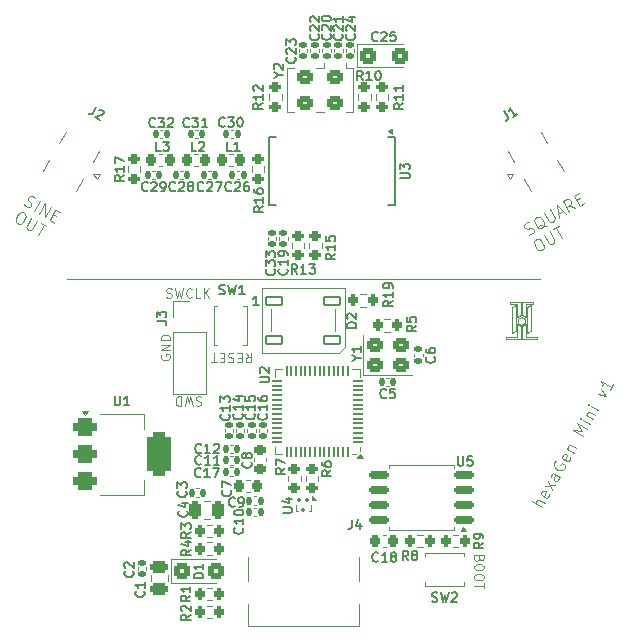
<source format=gbr>
%TF.GenerationSoftware,KiCad,Pcbnew,9.0.4-9.0.4-0~ubuntu22.04.1*%
%TF.CreationDate,2025-09-16T22:55:19+03:00*%
%TF.ProjectId,hexaGenMini-v1,68657861-4765-46e4-9d69-6e692d76312e,rev?*%
%TF.SameCoordinates,Original*%
%TF.FileFunction,Legend,Top*%
%TF.FilePolarity,Positive*%
%FSLAX46Y46*%
G04 Gerber Fmt 4.6, Leading zero omitted, Abs format (unit mm)*
G04 Created by KiCad (PCBNEW 9.0.4-9.0.4-0~ubuntu22.04.1) date 2025-09-16 22:55:19*
%MOMM*%
%LPD*%
G01*
G04 APERTURE LIST*
G04 Aperture macros list*
%AMRoundRect*
0 Rectangle with rounded corners*
0 $1 Rounding radius*
0 $2 $3 $4 $5 $6 $7 $8 $9 X,Y pos of 4 corners*
0 Add a 4 corners polygon primitive as box body*
4,1,4,$2,$3,$4,$5,$6,$7,$8,$9,$2,$3,0*
0 Add four circle primitives for the rounded corners*
1,1,$1+$1,$2,$3*
1,1,$1+$1,$4,$5*
1,1,$1+$1,$6,$7*
1,1,$1+$1,$8,$9*
0 Add four rect primitives between the rounded corners*
20,1,$1+$1,$2,$3,$4,$5,0*
20,1,$1+$1,$4,$5,$6,$7,0*
20,1,$1+$1,$6,$7,$8,$9,0*
20,1,$1+$1,$8,$9,$2,$3,0*%
G04 Aperture macros list end*
%ADD10C,0.050000*%
%ADD11C,0.100000*%
%ADD12C,0.150000*%
%ADD13C,0.120000*%
%ADD14RoundRect,0.200000X0.275000X-0.200000X0.275000X0.200000X-0.275000X0.200000X-0.275000X-0.200000X0*%
%ADD15RoundRect,0.225000X-0.225000X-0.250000X0.225000X-0.250000X0.225000X0.250000X-0.225000X0.250000X0*%
%ADD16RoundRect,0.140000X-0.170000X0.140000X-0.170000X-0.140000X0.170000X-0.140000X0.170000X0.140000X0*%
%ADD17RoundRect,0.140000X0.170000X-0.140000X0.170000X0.140000X-0.170000X0.140000X-0.170000X-0.140000X0*%
%ADD18RoundRect,0.200000X0.200000X0.275000X-0.200000X0.275000X-0.200000X-0.275000X0.200000X-0.275000X0*%
%ADD19R,0.900000X1.700000*%
%ADD20RoundRect,0.140000X0.140000X0.170000X-0.140000X0.170000X-0.140000X-0.170000X0.140000X-0.170000X0*%
%ADD21R,1.700000X1.700000*%
%ADD22C,1.700000*%
%ADD23RoundRect,0.250000X-0.475000X0.250000X-0.475000X-0.250000X0.475000X-0.250000X0.475000X0.250000X0*%
%ADD24RoundRect,0.250000X-0.457500X-0.445000X0.457500X-0.445000X0.457500X0.445000X-0.457500X0.445000X0*%
%ADD25RoundRect,0.200000X-0.275000X0.200000X-0.275000X-0.200000X0.275000X-0.200000X0.275000X0.200000X0*%
%ADD26C,2.500000*%
%ADD27R,1.700000X0.900000*%
%ADD28RoundRect,0.090000X-0.660000X-0.360000X0.660000X-0.360000X0.660000X0.360000X-0.660000X0.360000X0*%
%ADD29RoundRect,0.250000X-0.976634X1.008420X-1.361634X0.341580X0.976634X-1.008420X1.361634X-0.341580X0*%
%ADD30RoundRect,0.250000X-1.173141X1.168061X-1.598141X0.431939X1.173141X-1.168061X1.598141X-0.431939X0*%
%ADD31RoundRect,0.250000X-0.250000X-0.475000X0.250000X-0.475000X0.250000X0.475000X-0.250000X0.475000X0*%
%ADD32RoundRect,0.162500X0.650000X0.162500X-0.650000X0.162500X-0.650000X-0.162500X0.650000X-0.162500X0*%
%ADD33RoundRect,0.200000X-0.200000X-0.275000X0.200000X-0.275000X0.200000X0.275000X-0.200000X0.275000X0*%
%ADD34RoundRect,0.218750X0.218750X0.256250X-0.218750X0.256250X-0.218750X-0.256250X0.218750X-0.256250X0*%
%ADD35RoundRect,0.225000X0.250000X-0.225000X0.250000X0.225000X-0.250000X0.225000X-0.250000X-0.225000X0*%
%ADD36RoundRect,0.140000X-0.140000X-0.170000X0.140000X-0.170000X0.140000X0.170000X-0.140000X0.170000X0*%
%ADD37RoundRect,0.225000X0.225000X0.250000X-0.225000X0.250000X-0.225000X-0.250000X0.225000X-0.250000X0*%
%ADD38RoundRect,0.250000X-0.450000X-0.350000X0.450000X-0.350000X0.450000X0.350000X-0.450000X0.350000X0*%
%ADD39RoundRect,0.250000X0.450000X0.350000X-0.450000X0.350000X-0.450000X-0.350000X0.450000X-0.350000X0*%
%ADD40RoundRect,0.250000X1.361634X0.341580X0.976634X1.008420X-1.361634X-0.341580X-0.976634X-1.008420X0*%
%ADD41RoundRect,0.250000X1.598141X0.431939X1.173141X1.168061X-1.598141X-0.431939X-1.173141X-1.168061X0*%
%ADD42RoundRect,0.375000X-0.625000X-0.375000X0.625000X-0.375000X0.625000X0.375000X-0.625000X0.375000X0*%
%ADD43RoundRect,0.500000X-0.500000X-1.400000X0.500000X-1.400000X0.500000X1.400000X-0.500000X1.400000X0*%
%ADD44C,0.650000*%
%ADD45R,0.600000X1.450000*%
%ADD46R,0.300000X1.450000*%
%ADD47O,1.000000X2.100000*%
%ADD48O,1.000000X1.600000*%
%ADD49RoundRect,0.250000X-0.400000X-0.450000X0.400000X-0.450000X0.400000X0.450000X-0.400000X0.450000X0*%
%ADD50RoundRect,0.050000X0.387500X0.050000X-0.387500X0.050000X-0.387500X-0.050000X0.387500X-0.050000X0*%
%ADD51RoundRect,0.050000X0.050000X0.387500X-0.050000X0.387500X-0.050000X-0.387500X0.050000X-0.387500X0*%
%ADD52R,3.200000X3.200000*%
%ADD53R,0.450000X1.750000*%
%ADD54RoundRect,0.075000X0.075000X0.075000X-0.075000X0.075000X-0.075000X-0.075000X0.075000X-0.075000X0*%
G04 APERTURE END LIST*
D10*
X178577372Y-84453623D02*
X178582176Y-84450952D01*
X178587345Y-84448170D01*
X178592895Y-84445273D01*
X178598840Y-84442259D01*
X178605197Y-84439125D01*
X178611979Y-84435871D01*
X178619200Y-84432493D01*
X178626874Y-84428992D01*
X178635011Y-84425365D01*
X178643623Y-84421614D01*
X178652717Y-84417738D01*
X178662299Y-84413739D01*
X178672370Y-84409621D01*
X178682928Y-84405388D01*
X178693964Y-84401047D01*
X178705461Y-84396607D01*
X178717391Y-84392083D01*
X178729708Y-84387494D01*
X178742346Y-84382865D01*
X178755203Y-84378235D01*
X178768121Y-84373661D01*
X178780843Y-84369231D01*
X178792926Y-84365095D01*
X178803462Y-84361551D01*
X178810000Y-84359392D01*
X178078871Y-83424020D02*
X178078971Y-83390140D01*
X178079051Y-83336412D01*
X178079109Y-83248948D01*
X178079125Y-83209757D01*
X178079156Y-83140123D01*
X178079204Y-83068360D01*
X178079283Y-82996565D01*
X178079411Y-82926832D01*
X178079497Y-82893394D01*
X178079601Y-82861256D01*
X178079725Y-82830682D01*
X178079870Y-82801932D01*
X178080038Y-82775269D01*
X178080232Y-82750954D01*
X178080452Y-82729250D01*
X178080702Y-82710418D01*
X177664782Y-82966945D02*
X177664111Y-83851252D01*
X178913252Y-84754699D02*
X178913252Y-85092043D01*
X178733743Y-84232542D02*
X178733743Y-83889572D01*
X178311499Y-83630397D02*
X178306695Y-83633068D01*
X178301526Y-83635851D01*
X178295976Y-83638748D01*
X178290030Y-83641762D01*
X178283673Y-83644895D01*
X178276891Y-83648150D01*
X178269669Y-83651527D01*
X178261995Y-83655029D01*
X178253857Y-83658656D01*
X178245245Y-83662408D01*
X178236150Y-83666284D01*
X178226568Y-83670283D01*
X178216496Y-83674401D01*
X178205937Y-83678634D01*
X178194901Y-83682976D01*
X178183403Y-83687415D01*
X178171474Y-83691940D01*
X178159156Y-83696530D01*
X178146517Y-83701159D01*
X178133660Y-83705789D01*
X178120742Y-83710363D01*
X178108019Y-83714793D01*
X178095937Y-83718929D01*
X178085402Y-83722472D01*
X178078871Y-83724629D01*
X179731138Y-85531264D02*
X179731138Y-85430445D01*
X178808170Y-85302857D02*
X178808421Y-85283873D01*
X178808670Y-85259010D01*
X178808907Y-85227117D01*
X178809128Y-85186899D01*
X178809323Y-85136857D01*
X178809487Y-85075143D01*
X178809613Y-84999163D01*
X178809699Y-84904178D01*
X178809748Y-84801287D01*
X178809752Y-84790675D01*
X178810000Y-84359392D02*
X178810000Y-84660000D01*
X179218621Y-83713388D02*
X179217910Y-83713388D01*
X178810000Y-83724629D02*
X178810000Y-83424020D01*
X179731138Y-85602010D02*
X178504709Y-85602010D01*
X178914149Y-83851252D02*
X178913962Y-83918748D01*
X178913800Y-84005932D01*
X178913668Y-84117053D01*
X178913573Y-84258572D01*
X178913508Y-84449814D01*
X178913479Y-84550461D01*
X178913436Y-84637826D01*
X178913366Y-84707406D01*
X178913315Y-84734120D01*
X178913252Y-84754699D01*
X178808170Y-82710418D02*
X178808152Y-82708594D01*
X178808154Y-82706810D01*
X178808177Y-82705104D01*
X178808219Y-82703435D01*
X178808279Y-82701838D01*
X178808359Y-82700275D01*
X178808455Y-82698778D01*
X178808569Y-82697315D01*
X178808698Y-82695912D01*
X178808845Y-82694539D01*
X178809006Y-82693223D01*
X178809184Y-82691936D01*
X178809374Y-82690701D01*
X178809581Y-82689493D01*
X178809800Y-82688332D01*
X178810035Y-82687198D01*
X178810281Y-82686107D01*
X178810542Y-82685041D01*
X178810813Y-82684016D01*
X178811100Y-82683013D01*
X178811396Y-82682048D01*
X178811707Y-82681105D01*
X178812028Y-82680196D01*
X178812362Y-82679307D01*
X178812706Y-82678450D01*
X178813064Y-82677614D01*
X178813431Y-82676805D01*
X178813811Y-82676016D01*
X178814201Y-82675253D01*
X178814604Y-82674509D01*
X178815017Y-82673788D01*
X178815443Y-82673085D01*
X178815879Y-82672404D01*
X178816328Y-82671740D01*
X178816787Y-82671095D01*
X178817259Y-82670467D01*
X178817743Y-82669857D01*
X178818240Y-82669263D01*
X178818748Y-82668686D01*
X178819270Y-82668124D01*
X178820353Y-82667045D01*
X178821491Y-82666023D01*
X178822689Y-82665055D01*
X178823949Y-82664139D01*
X178825276Y-82663273D01*
X178826675Y-82662455D01*
X178828153Y-82661684D01*
X178829715Y-82660959D01*
X178831369Y-82660279D01*
X178833123Y-82659645D01*
X178834987Y-82659055D01*
X178836971Y-82658512D01*
X178839088Y-82658015D01*
X178841353Y-82657565D01*
X178843782Y-82657164D01*
X178846396Y-82656813D01*
X178849218Y-82656515D01*
X178852281Y-82656271D01*
X178855623Y-82656084D01*
X178859296Y-82655958D01*
X178863372Y-82655896D01*
X178867966Y-82655906D01*
X179218722Y-82723926D02*
X179175815Y-82748045D01*
X179128368Y-82774717D01*
X179080928Y-82801405D01*
X179033501Y-82828124D01*
X178986095Y-82854891D01*
X177896637Y-84961077D02*
X177898382Y-84960081D01*
X177900111Y-84959070D01*
X177901808Y-84958055D01*
X177903488Y-84957027D01*
X177905137Y-84955994D01*
X177906769Y-84954948D01*
X177908370Y-84953898D01*
X177909955Y-84952835D01*
X177911509Y-84951769D01*
X177913046Y-84950689D01*
X177914553Y-84949606D01*
X177916044Y-84948510D01*
X177917505Y-84947411D01*
X177918949Y-84946300D01*
X177920364Y-84945185D01*
X177921762Y-84944058D01*
X177923131Y-84942929D01*
X177924484Y-84941787D01*
X177925809Y-84940643D01*
X177927116Y-84939487D01*
X177928396Y-84938328D01*
X177929659Y-84937158D01*
X177930896Y-84935985D01*
X177932115Y-84934801D01*
X177933308Y-84933614D01*
X177934483Y-84932416D01*
X177935633Y-84931216D01*
X177936766Y-84930004D01*
X177937873Y-84928790D01*
X177938964Y-84927565D01*
X177940029Y-84926338D01*
X177941077Y-84925100D01*
X177942101Y-84923860D01*
X177943108Y-84922608D01*
X177944091Y-84921355D01*
X177945057Y-84920091D01*
X177945999Y-84918824D01*
X177946924Y-84917547D01*
X177947827Y-84916267D01*
X177948711Y-84914977D01*
X177949574Y-84913684D01*
X177950419Y-84912381D01*
X177951242Y-84911075D01*
X177952048Y-84909759D01*
X177952832Y-84908440D01*
X177953599Y-84907111D01*
X177954344Y-84905779D01*
X177955072Y-84904436D01*
X177955779Y-84903090D01*
X177956469Y-84901735D01*
X177957138Y-84900375D01*
X177957789Y-84899006D01*
X177958420Y-84897633D01*
X177959033Y-84896250D01*
X177959627Y-84894863D01*
X177960202Y-84893466D01*
X177960758Y-84892064D01*
X177961296Y-84890654D01*
X177961815Y-84889238D01*
X177962315Y-84887812D01*
X177962796Y-84886382D01*
X177963259Y-84884942D01*
X177963703Y-84883496D01*
X177964129Y-84882041D01*
X177964536Y-84880580D01*
X177964924Y-84879110D01*
X177965293Y-84877633D01*
X177965644Y-84876147D01*
X177965976Y-84874654D01*
X177966289Y-84873152D01*
X177966584Y-84871643D01*
X177966860Y-84870125D01*
X177967116Y-84868599D01*
X177967354Y-84867064D01*
X177967573Y-84865521D01*
X177967773Y-84863969D01*
X177967954Y-84862409D01*
X177968116Y-84860839D01*
X177968258Y-84859261D01*
X177968381Y-84857673D01*
X177968485Y-84856076D01*
X177968569Y-84854470D01*
X177968634Y-84852855D01*
X177968679Y-84851230D01*
X177968708Y-84849023D01*
X177506405Y-82656582D02*
X177501436Y-82656536D01*
X177496126Y-82656410D01*
X177490357Y-82656197D01*
X177483923Y-82655884D01*
X177476389Y-82655444D01*
X177466239Y-82654785D01*
X177456393Y-82654145D01*
X177451451Y-82653847D01*
X177446494Y-82653576D01*
X178504604Y-84790675D02*
X178504540Y-84910548D01*
X178504535Y-85057070D01*
X178504596Y-85240460D01*
X178504634Y-85321017D01*
X178504686Y-85434959D01*
X178504708Y-85531264D01*
X178986095Y-82854891D02*
X178984350Y-82855887D01*
X178982621Y-82856898D01*
X178980924Y-82857912D01*
X178979244Y-82858941D01*
X178977595Y-82859974D01*
X178975963Y-82861020D01*
X178974362Y-82862070D01*
X178972777Y-82863133D01*
X178971223Y-82864199D01*
X178969686Y-82865279D01*
X178968179Y-82866362D01*
X178966688Y-82867458D01*
X178965227Y-82868557D01*
X178963783Y-82869668D01*
X178962368Y-82870783D01*
X178960970Y-82871910D01*
X178959601Y-82873039D01*
X178958248Y-82874181D01*
X178956923Y-82875325D01*
X178955616Y-82876481D01*
X178954336Y-82877640D01*
X178953072Y-82878810D01*
X178951836Y-82879983D01*
X178950617Y-82881167D01*
X178949424Y-82882354D01*
X178948248Y-82883552D01*
X178947099Y-82884753D01*
X178945966Y-82885964D01*
X178944858Y-82887178D01*
X178943768Y-82888403D01*
X178942703Y-82889630D01*
X178941654Y-82890868D01*
X178940630Y-82892109D01*
X178939624Y-82893360D01*
X178938641Y-82894613D01*
X178937675Y-82895877D01*
X178936733Y-82897144D01*
X178935807Y-82898421D01*
X178934905Y-82899701D01*
X178934020Y-82900991D01*
X178933158Y-82902284D01*
X178932313Y-82903587D01*
X178931490Y-82904893D01*
X178930684Y-82906209D01*
X178929900Y-82907528D01*
X178929133Y-82908857D01*
X178928388Y-82910190D01*
X178927660Y-82911532D01*
X178926952Y-82912878D01*
X178926263Y-82914233D01*
X178925594Y-82915593D01*
X178924943Y-82916962D01*
X178924312Y-82918335D01*
X178923698Y-82919718D01*
X178923105Y-82921105D01*
X178922529Y-82922502D01*
X178921973Y-82923904D01*
X178921435Y-82925315D01*
X178920917Y-82926730D01*
X178920417Y-82928156D01*
X178919935Y-82929586D01*
X178919472Y-82931026D01*
X178919028Y-82932472D01*
X178918603Y-82933927D01*
X178918196Y-82935388D01*
X178917808Y-82936858D01*
X178917439Y-82938335D01*
X178917088Y-82939821D01*
X178916756Y-82941313D01*
X178916442Y-82942815D01*
X178916148Y-82944324D01*
X178915872Y-82945843D01*
X178915616Y-82947368D01*
X178915378Y-82948903D01*
X178915159Y-82950446D01*
X178914959Y-82951998D01*
X178914778Y-82953559D01*
X178914616Y-82955128D01*
X178914474Y-82956707D01*
X178914351Y-82958294D01*
X178914247Y-82959891D01*
X178914163Y-82961497D01*
X178914098Y-82963112D01*
X178914053Y-82964737D01*
X178914024Y-82966945D01*
X179217910Y-83713388D02*
X179218093Y-83653804D01*
X179218245Y-83579510D01*
X179218359Y-83486957D01*
X179218436Y-83368936D01*
X179218465Y-83296843D01*
X179218495Y-83223500D01*
X179218538Y-83158050D01*
X179218609Y-83103104D01*
X179218659Y-83080385D01*
X179218722Y-83061270D01*
X178436138Y-83718087D02*
X178138533Y-83889572D01*
X178913252Y-85092043D02*
X178955622Y-85068226D01*
X179003203Y-85041478D01*
X179050777Y-85014715D01*
X179098338Y-84987920D01*
X179145879Y-84961077D01*
X177969379Y-83713388D02*
X177968667Y-83713388D01*
X179442378Y-82482010D02*
X178504709Y-82482010D01*
X178577372Y-83630397D02*
X178582176Y-83633068D01*
X178587345Y-83635851D01*
X178592895Y-83638748D01*
X178598841Y-83641762D01*
X178605197Y-83644895D01*
X178611979Y-83648149D01*
X178619201Y-83651527D01*
X178626875Y-83655029D01*
X178635012Y-83658655D01*
X178643624Y-83662407D01*
X178652719Y-83666283D01*
X178662300Y-83670282D01*
X178672372Y-83674400D01*
X178682930Y-83678633D01*
X178693967Y-83682974D01*
X178705464Y-83687414D01*
X178717393Y-83691938D01*
X178729711Y-83696528D01*
X178742350Y-83701157D01*
X178755207Y-83705787D01*
X178768124Y-83710361D01*
X178780847Y-83714791D01*
X178792929Y-83718927D01*
X178803465Y-83722471D01*
X178810000Y-83724629D01*
X177446494Y-82653576D02*
X177446494Y-82482010D01*
X178383571Y-84565676D02*
X178383553Y-84564037D01*
X178383515Y-84562408D01*
X178383457Y-84560789D01*
X178383379Y-84559179D01*
X178383282Y-84557579D01*
X178383166Y-84555989D01*
X178383030Y-84554407D01*
X178382875Y-84552835D01*
X178382701Y-84551272D01*
X178382508Y-84549718D01*
X178382296Y-84548173D01*
X178382065Y-84546636D01*
X178381815Y-84545109D01*
X178381546Y-84543590D01*
X178381258Y-84542079D01*
X178380952Y-84540577D01*
X178380627Y-84539083D01*
X178380284Y-84537598D01*
X178379541Y-84534651D01*
X178378724Y-84531736D01*
X178377833Y-84528852D01*
X178376868Y-84525999D01*
X178375829Y-84523175D01*
X178374716Y-84520381D01*
X178373529Y-84517616D01*
X178372267Y-84514879D01*
X178370930Y-84512170D01*
X178369517Y-84509488D01*
X178368029Y-84506834D01*
X178366464Y-84504207D01*
X178364822Y-84501606D01*
X178363103Y-84499032D01*
X178361305Y-84496484D01*
X178359428Y-84493963D01*
X178357472Y-84491468D01*
X178355434Y-84488999D01*
X178353315Y-84486557D01*
X178351113Y-84484141D01*
X178348827Y-84481753D01*
X178346458Y-84479392D01*
X178344002Y-84477058D01*
X178341461Y-84474753D01*
X178338832Y-84472476D01*
X178336114Y-84470228D01*
X178333308Y-84468011D01*
X178330411Y-84465824D01*
X178327423Y-84463668D01*
X178324343Y-84461544D01*
X178321170Y-84459454D01*
X178317904Y-84457398D01*
X178314543Y-84455376D01*
X178311499Y-84453623D01*
X178020905Y-82655906D02*
X177982882Y-82656235D01*
X177942988Y-82656501D01*
X177900798Y-82656706D01*
X177855687Y-82656847D01*
X177806666Y-82656925D01*
X177751974Y-82656936D01*
X177687826Y-82656876D01*
X177606393Y-82656741D01*
X177556400Y-82656653D01*
X177506405Y-82656582D01*
X177664010Y-84754699D02*
X177664010Y-85092043D01*
X178384162Y-85602010D02*
X178384195Y-85481090D01*
X178384237Y-85391426D01*
X178384327Y-85173972D01*
X178384343Y-85060047D01*
X178384321Y-84946897D01*
X178384246Y-84837705D01*
X178384186Y-84785586D01*
X178384106Y-84735650D01*
X178384007Y-84688293D01*
X178383886Y-84643913D01*
X178383741Y-84602908D01*
X178383571Y-84565676D01*
X178384162Y-82482010D02*
X178384195Y-82602930D01*
X178384237Y-82692594D01*
X178384327Y-82910048D01*
X178384343Y-83023973D01*
X178384321Y-83137123D01*
X178384246Y-83246315D01*
X178384186Y-83298434D01*
X178384106Y-83348370D01*
X178384007Y-83395727D01*
X178383886Y-83440107D01*
X178383741Y-83481112D01*
X178383571Y-83518344D01*
X177968708Y-84849023D02*
X177969379Y-83713388D01*
X179217949Y-84849023D02*
X179218621Y-83713388D01*
X178867966Y-85428114D02*
X178896076Y-85427881D01*
X178932406Y-85427661D01*
X178978368Y-85427463D01*
X179035434Y-85427296D01*
X179105092Y-85427171D01*
X179188795Y-85427096D01*
X179287883Y-85427084D01*
X179403496Y-85427141D01*
X179536727Y-85427272D01*
X179613764Y-85427367D01*
X179671226Y-85427438D01*
X177446494Y-82482010D02*
X178384162Y-82482010D01*
X178505300Y-83518344D02*
X178505318Y-83519983D01*
X178505356Y-83521612D01*
X178505414Y-83523231D01*
X178505492Y-83524841D01*
X178505589Y-83526441D01*
X178505705Y-83528031D01*
X178505841Y-83529613D01*
X178505996Y-83531185D01*
X178506170Y-83532748D01*
X178506363Y-83534302D01*
X178506575Y-83535847D01*
X178506806Y-83537383D01*
X178507056Y-83538911D01*
X178507325Y-83540430D01*
X178507613Y-83541941D01*
X178507919Y-83543443D01*
X178508244Y-83544937D01*
X178508587Y-83546422D01*
X178509330Y-83549369D01*
X178510147Y-83552284D01*
X178511038Y-83555168D01*
X178512003Y-83558021D01*
X178513042Y-83560845D01*
X178514155Y-83563639D01*
X178515342Y-83566404D01*
X178516604Y-83569141D01*
X178517941Y-83571850D01*
X178519354Y-83574532D01*
X178520842Y-83577186D01*
X178522407Y-83579813D01*
X178524049Y-83582414D01*
X178525768Y-83584988D01*
X178527566Y-83587536D01*
X178529443Y-83590058D01*
X178531400Y-83592553D01*
X178533437Y-83595021D01*
X178535556Y-83597464D01*
X178537758Y-83599879D01*
X178540044Y-83602267D01*
X178542414Y-83604629D01*
X178544869Y-83606962D01*
X178547410Y-83609268D01*
X178550039Y-83611544D01*
X178552757Y-83613792D01*
X178555563Y-83616009D01*
X178558460Y-83618196D01*
X178561448Y-83620352D01*
X178564528Y-83622476D01*
X178567701Y-83624566D01*
X178570967Y-83626622D01*
X178574328Y-83628644D01*
X178577372Y-83630397D01*
X177968667Y-83713388D02*
X177968850Y-83653804D01*
X177969002Y-83579507D01*
X177969116Y-83486944D01*
X177969193Y-83368886D01*
X177969222Y-83297068D01*
X177969252Y-83223654D01*
X177969295Y-83158140D01*
X177969366Y-83103140D01*
X177969417Y-83080401D01*
X177969480Y-83061270D01*
X177664907Y-83851252D02*
X177664720Y-83918764D01*
X177664558Y-84005972D01*
X177664426Y-84117123D01*
X177664331Y-84258671D01*
X177664266Y-84450105D01*
X177664236Y-84550656D01*
X177664194Y-84637935D01*
X177664124Y-84707447D01*
X177664073Y-84734136D01*
X177664010Y-84754699D01*
X179671226Y-85427438D02*
X179676195Y-85427484D01*
X179681505Y-85427610D01*
X179687274Y-85427823D01*
X179693707Y-85428136D01*
X179701240Y-85428576D01*
X179711407Y-85429236D01*
X179721246Y-85429876D01*
X179726185Y-85430174D01*
X179731138Y-85430445D01*
X178504709Y-82482010D02*
X178504676Y-82602830D01*
X178504634Y-82692675D01*
X178504544Y-82910116D01*
X178504528Y-83024030D01*
X178504550Y-83137167D01*
X178504624Y-83246347D01*
X178504685Y-83298459D01*
X178504764Y-83348390D01*
X178504864Y-83395741D01*
X178504985Y-83440115D01*
X178505130Y-83481115D01*
X178505300Y-83518344D01*
X177736853Y-82854891D02*
X177735108Y-82855887D01*
X177733379Y-82856898D01*
X177731682Y-82857912D01*
X177730002Y-82858941D01*
X177728353Y-82859973D01*
X177726721Y-82861019D01*
X177725120Y-82862069D01*
X177723535Y-82863132D01*
X177721981Y-82864199D01*
X177720444Y-82865279D01*
X177718937Y-82866362D01*
X177717446Y-82867458D01*
X177715985Y-82868557D01*
X177714541Y-82869668D01*
X177713126Y-82870783D01*
X177711728Y-82871909D01*
X177710359Y-82873039D01*
X177709006Y-82874180D01*
X177707682Y-82875325D01*
X177706374Y-82876481D01*
X177705094Y-82877639D01*
X177703831Y-82878810D01*
X177702594Y-82879983D01*
X177701375Y-82881167D01*
X177700182Y-82882354D01*
X177699007Y-82883552D01*
X177697857Y-82884752D01*
X177696724Y-82885963D01*
X177695617Y-82887177D01*
X177694526Y-82888402D01*
X177693461Y-82889629D01*
X177692413Y-82890867D01*
X177691389Y-82892108D01*
X177690382Y-82893359D01*
X177689399Y-82894612D01*
X177688433Y-82895877D01*
X177687491Y-82897143D01*
X177686566Y-82898420D01*
X177685663Y-82899700D01*
X177684779Y-82900990D01*
X177683916Y-82902283D01*
X177683071Y-82903586D01*
X177682248Y-82904892D01*
X177681442Y-82906208D01*
X177680658Y-82907527D01*
X177679891Y-82908856D01*
X177679146Y-82910189D01*
X177678418Y-82911531D01*
X177677711Y-82912877D01*
X177677021Y-82914232D01*
X177676352Y-82915592D01*
X177675701Y-82916961D01*
X177675070Y-82918334D01*
X177674457Y-82919717D01*
X177673863Y-82921104D01*
X177673288Y-82922501D01*
X177672732Y-82923903D01*
X177672194Y-82925313D01*
X177671675Y-82926729D01*
X177671175Y-82928155D01*
X177670694Y-82929585D01*
X177670231Y-82931025D01*
X177669787Y-82932471D01*
X177669361Y-82933926D01*
X177668954Y-82935387D01*
X177668566Y-82936857D01*
X177668197Y-82938334D01*
X177667846Y-82939820D01*
X177667514Y-82941312D01*
X177667201Y-82942814D01*
X177666906Y-82944323D01*
X177666630Y-82945842D01*
X177666374Y-82947367D01*
X177666136Y-82948902D01*
X177665917Y-82950445D01*
X177665717Y-82951997D01*
X177665536Y-82953558D01*
X177665374Y-82955127D01*
X177665232Y-82956706D01*
X177665109Y-82958293D01*
X177665005Y-82959890D01*
X177664921Y-82961496D01*
X177664856Y-82963111D01*
X177664811Y-82964736D01*
X177664782Y-82966945D01*
X178138533Y-83889572D02*
X178138533Y-84232542D01*
X178138533Y-84232542D02*
X178436138Y-84404027D01*
X178808170Y-85373602D02*
X178808152Y-85375426D01*
X178808154Y-85377210D01*
X178808177Y-85378916D01*
X178808219Y-85380585D01*
X178808279Y-85382182D01*
X178808359Y-85383745D01*
X178808455Y-85385242D01*
X178808569Y-85386705D01*
X178808698Y-85388108D01*
X178808845Y-85389481D01*
X178809006Y-85390797D01*
X178809184Y-85392084D01*
X178809374Y-85393319D01*
X178809581Y-85394527D01*
X178809800Y-85395688D01*
X178810035Y-85396822D01*
X178810281Y-85397913D01*
X178810542Y-85398979D01*
X178810813Y-85400004D01*
X178811100Y-85401007D01*
X178811396Y-85401972D01*
X178811707Y-85402915D01*
X178812028Y-85403824D01*
X178812362Y-85404713D01*
X178812706Y-85405570D01*
X178813064Y-85406406D01*
X178813431Y-85407215D01*
X178813811Y-85408004D01*
X178814201Y-85408767D01*
X178814604Y-85409511D01*
X178815017Y-85410232D01*
X178815443Y-85410935D01*
X178815879Y-85411616D01*
X178816328Y-85412280D01*
X178816787Y-85412925D01*
X178817259Y-85413553D01*
X178817743Y-85414163D01*
X178818240Y-85414757D01*
X178818748Y-85415334D01*
X178819270Y-85415896D01*
X178820353Y-85416975D01*
X178821491Y-85417997D01*
X178822689Y-85418965D01*
X178823949Y-85419881D01*
X178825276Y-85420747D01*
X178826675Y-85421565D01*
X178828153Y-85422336D01*
X178829715Y-85423061D01*
X178831369Y-85423741D01*
X178833123Y-85424375D01*
X178834987Y-85424965D01*
X178836971Y-85425508D01*
X178839088Y-85426005D01*
X178841353Y-85426455D01*
X178843782Y-85426856D01*
X178846396Y-85427207D01*
X178849218Y-85427505D01*
X178852281Y-85427749D01*
X178855623Y-85427936D01*
X178859296Y-85428062D01*
X178863372Y-85428124D01*
X178867966Y-85428114D01*
X178078871Y-84359392D02*
X178078871Y-84660000D01*
X179442378Y-82653576D02*
X179442378Y-82482010D01*
X178810000Y-83424020D02*
X178809900Y-83390133D01*
X178809820Y-83336391D01*
X178809762Y-83248904D01*
X178809746Y-83209685D01*
X178809715Y-83140056D01*
X178809667Y-83068303D01*
X178809587Y-82996518D01*
X178809460Y-82926796D01*
X178809374Y-82893363D01*
X178809270Y-82861231D01*
X178809146Y-82830662D01*
X178809001Y-82801917D01*
X178808833Y-82775259D01*
X178808640Y-82750948D01*
X178808420Y-82729247D01*
X178808170Y-82710418D01*
X178733743Y-83889572D02*
X178436138Y-83718087D01*
X177664111Y-83851252D02*
X177664907Y-83851252D01*
X178505300Y-84565676D02*
X178505318Y-84564037D01*
X178505356Y-84562408D01*
X178505414Y-84560789D01*
X178505492Y-84559179D01*
X178505589Y-84557579D01*
X178505705Y-84555989D01*
X178505841Y-84554407D01*
X178505996Y-84552835D01*
X178506170Y-84551272D01*
X178506363Y-84549718D01*
X178506575Y-84548173D01*
X178506806Y-84546637D01*
X178507056Y-84545109D01*
X178507325Y-84543590D01*
X178507613Y-84542079D01*
X178507919Y-84540577D01*
X178508244Y-84539083D01*
X178508587Y-84537598D01*
X178509330Y-84534651D01*
X178510147Y-84531736D01*
X178511038Y-84528852D01*
X178512003Y-84525999D01*
X178513042Y-84523175D01*
X178514155Y-84520381D01*
X178515342Y-84517616D01*
X178516604Y-84514879D01*
X178517941Y-84512170D01*
X178519354Y-84509489D01*
X178520842Y-84506834D01*
X178522407Y-84504207D01*
X178524049Y-84501606D01*
X178525768Y-84499032D01*
X178527566Y-84496484D01*
X178529443Y-84493963D01*
X178531400Y-84491468D01*
X178533437Y-84488999D01*
X178535557Y-84486557D01*
X178537758Y-84484141D01*
X178540044Y-84481753D01*
X178542414Y-84479392D01*
X178544869Y-84477058D01*
X178547411Y-84474753D01*
X178550040Y-84472476D01*
X178552757Y-84470228D01*
X178555564Y-84468011D01*
X178558461Y-84465823D01*
X178561449Y-84463668D01*
X178564529Y-84461544D01*
X178567702Y-84459454D01*
X178570968Y-84457397D01*
X178574329Y-84455376D01*
X178577372Y-84453623D01*
X179145879Y-84961077D02*
X179147624Y-84960081D01*
X179149353Y-84959070D01*
X179151050Y-84958055D01*
X179152730Y-84957027D01*
X179154379Y-84955994D01*
X179156011Y-84954948D01*
X179157612Y-84953898D01*
X179159197Y-84952835D01*
X179160751Y-84951768D01*
X179162288Y-84950689D01*
X179163796Y-84949606D01*
X179165286Y-84948510D01*
X179166747Y-84947411D01*
X179168191Y-84946299D01*
X179169606Y-84945185D01*
X179171004Y-84944058D01*
X179172374Y-84942929D01*
X179173726Y-84941787D01*
X179175051Y-84940643D01*
X179176358Y-84939487D01*
X179177639Y-84938328D01*
X179178902Y-84937158D01*
X179180138Y-84935985D01*
X179181357Y-84934800D01*
X179182550Y-84933614D01*
X179183726Y-84932416D01*
X179184876Y-84931215D01*
X179186008Y-84930004D01*
X179187116Y-84928790D01*
X179188206Y-84927565D01*
X179189271Y-84926338D01*
X179190320Y-84925100D01*
X179191344Y-84923860D01*
X179192350Y-84922608D01*
X179193333Y-84921355D01*
X179194299Y-84920091D01*
X179195241Y-84918824D01*
X179196167Y-84917547D01*
X179197069Y-84916267D01*
X179197954Y-84914977D01*
X179198816Y-84913684D01*
X179199661Y-84912381D01*
X179200484Y-84911076D01*
X179201290Y-84909760D01*
X179202074Y-84908440D01*
X179202841Y-84907111D01*
X179203586Y-84905779D01*
X179204314Y-84904437D01*
X179205021Y-84903091D01*
X179205711Y-84901735D01*
X179206380Y-84900376D01*
X179207031Y-84899006D01*
X179207662Y-84897633D01*
X179208275Y-84896250D01*
X179208869Y-84894863D01*
X179209444Y-84893466D01*
X179210000Y-84892065D01*
X179210538Y-84890654D01*
X179211057Y-84889238D01*
X179211557Y-84887813D01*
X179212038Y-84886382D01*
X179212501Y-84884942D01*
X179212945Y-84883497D01*
X179213371Y-84882042D01*
X179213777Y-84880581D01*
X179214166Y-84879111D01*
X179214535Y-84877634D01*
X179214886Y-84876148D01*
X179215217Y-84874655D01*
X179215531Y-84873154D01*
X179215825Y-84871645D01*
X179216101Y-84870126D01*
X179216358Y-84868601D01*
X179216596Y-84867066D01*
X179216814Y-84865523D01*
X179217014Y-84863971D01*
X179217195Y-84862410D01*
X179217357Y-84860841D01*
X179217499Y-84859262D01*
X179217622Y-84857675D01*
X179217726Y-84856078D01*
X179217810Y-84854472D01*
X179217875Y-84852857D01*
X179217920Y-84851232D01*
X179217949Y-84849023D01*
X177969480Y-83061270D02*
X177969480Y-82723926D01*
X178020905Y-85428114D02*
X177993128Y-85427885D01*
X177956942Y-85427667D01*
X177910857Y-85427469D01*
X177853319Y-85427302D01*
X177782759Y-85427175D01*
X177697664Y-85427098D01*
X177596685Y-85427083D01*
X177478798Y-85427137D01*
X177343436Y-85427265D01*
X177255096Y-85427372D01*
X177201050Y-85427438D01*
X178078871Y-84660000D02*
X178078971Y-84693880D01*
X178079051Y-84747609D01*
X178079109Y-84835073D01*
X178079125Y-84874263D01*
X178079156Y-84943898D01*
X178079204Y-85015660D01*
X178079283Y-85087455D01*
X178079411Y-85157188D01*
X178079497Y-85190626D01*
X178079601Y-85222764D01*
X178079725Y-85253338D01*
X178079870Y-85282088D01*
X178080038Y-85308751D01*
X178080232Y-85333066D01*
X178080452Y-85354770D01*
X178080702Y-85373602D01*
X178078871Y-83724629D02*
X178078871Y-83424020D01*
X178504709Y-85602010D02*
X178504676Y-85481190D01*
X178504634Y-85391345D01*
X178504544Y-85173904D01*
X178504528Y-85059990D01*
X178504550Y-84946853D01*
X178504624Y-84837673D01*
X178504685Y-84785561D01*
X178504764Y-84735630D01*
X178504864Y-84688279D01*
X178504985Y-84643905D01*
X178505130Y-84602905D01*
X178505300Y-84565676D01*
X177201050Y-85427438D02*
X177196081Y-85427484D01*
X177190771Y-85427610D01*
X177185002Y-85427823D01*
X177178569Y-85428136D01*
X177171036Y-85428576D01*
X177160869Y-85429236D01*
X177151030Y-85429876D01*
X177146091Y-85430174D01*
X177141138Y-85430445D01*
X179731138Y-85430445D02*
X179731138Y-85602010D01*
X179382465Y-82656582D02*
X179387434Y-82656536D01*
X179392744Y-82656410D01*
X179398513Y-82656197D01*
X179404947Y-82655884D01*
X179412482Y-82655444D01*
X179422630Y-82654785D01*
X179432477Y-82654145D01*
X179437420Y-82653847D01*
X179442378Y-82653576D01*
X177141138Y-85430445D02*
X177141138Y-85602010D01*
X178914024Y-82966945D02*
X178913353Y-83851252D01*
X177141138Y-85602010D02*
X178913252Y-85602010D01*
X178808170Y-85302857D02*
X178808170Y-85373602D01*
X178913353Y-83851252D02*
X178914149Y-83851252D01*
X178436138Y-84404027D02*
X178733743Y-84232542D01*
X179218722Y-83061270D02*
X179218722Y-82723926D01*
D11*
X139972540Y-80500000D02*
X179972540Y-80500000D01*
D10*
X178810000Y-84660000D02*
X178809900Y-84693888D01*
X178809820Y-84747630D01*
X178809762Y-84835117D01*
X178809746Y-84874336D01*
X178809715Y-84943964D01*
X178809667Y-85015717D01*
X178809587Y-85087502D01*
X178809460Y-85157224D01*
X178809374Y-85190657D01*
X178809270Y-85222789D01*
X178809146Y-85253358D01*
X178809001Y-85282103D01*
X178808833Y-85308761D01*
X178808640Y-85333072D01*
X178808420Y-85354773D01*
X178808170Y-85373602D01*
X178080702Y-82710418D02*
X178080720Y-82708594D01*
X178080717Y-82706810D01*
X178080695Y-82705104D01*
X178080653Y-82703435D01*
X178080592Y-82701837D01*
X178080513Y-82700275D01*
X178080417Y-82698778D01*
X178080303Y-82697314D01*
X178080174Y-82695911D01*
X178080027Y-82694539D01*
X178079866Y-82693223D01*
X178079688Y-82691936D01*
X178079497Y-82690700D01*
X178079290Y-82689492D01*
X178079071Y-82688332D01*
X178078837Y-82687198D01*
X178078591Y-82686107D01*
X178078330Y-82685041D01*
X178078058Y-82684015D01*
X178077772Y-82683013D01*
X178077475Y-82682047D01*
X178077164Y-82681104D01*
X178076844Y-82680195D01*
X178076509Y-82679307D01*
X178076165Y-82678450D01*
X178075808Y-82677613D01*
X178075440Y-82676805D01*
X178075060Y-82676016D01*
X178074670Y-82675253D01*
X178074267Y-82674509D01*
X178073854Y-82673788D01*
X178073428Y-82673085D01*
X178072992Y-82672404D01*
X178072544Y-82671739D01*
X178072084Y-82671095D01*
X178071612Y-82670467D01*
X178071128Y-82669857D01*
X178070632Y-82669263D01*
X178070123Y-82668685D01*
X178069601Y-82668123D01*
X178068518Y-82667044D01*
X178067380Y-82666022D01*
X178066182Y-82665055D01*
X178064922Y-82664139D01*
X178063595Y-82663273D01*
X178062196Y-82662455D01*
X178060718Y-82661684D01*
X178059156Y-82660959D01*
X178057502Y-82660279D01*
X178055748Y-82659645D01*
X178053884Y-82659055D01*
X178051900Y-82658512D01*
X178049782Y-82658015D01*
X178047518Y-82657565D01*
X178045089Y-82657164D01*
X178042475Y-82656813D01*
X178039652Y-82656515D01*
X178036589Y-82656270D01*
X178033247Y-82656084D01*
X178029574Y-82655958D01*
X178025498Y-82655896D01*
X178020905Y-82655906D01*
X178383571Y-83518344D02*
X178383553Y-83519983D01*
X178383515Y-83521612D01*
X178383457Y-83523231D01*
X178383379Y-83524841D01*
X178383282Y-83526441D01*
X178383166Y-83528031D01*
X178383030Y-83529613D01*
X178382875Y-83531185D01*
X178382701Y-83532748D01*
X178382508Y-83534302D01*
X178382296Y-83535847D01*
X178382065Y-83537384D01*
X178381815Y-83538912D01*
X178381546Y-83540430D01*
X178381258Y-83541941D01*
X178380952Y-83543443D01*
X178380627Y-83544937D01*
X178380284Y-83546422D01*
X178379541Y-83549369D01*
X178378724Y-83552284D01*
X178377833Y-83555168D01*
X178376868Y-83558022D01*
X178375829Y-83560845D01*
X178374716Y-83563639D01*
X178373529Y-83566405D01*
X178372267Y-83569142D01*
X178370930Y-83571851D01*
X178369517Y-83574532D01*
X178368029Y-83577186D01*
X178366464Y-83579814D01*
X178364822Y-83582414D01*
X178363103Y-83584989D01*
X178361305Y-83587536D01*
X178359428Y-83590058D01*
X178357472Y-83592553D01*
X178355434Y-83595022D01*
X178353315Y-83597464D01*
X178351113Y-83599879D01*
X178348828Y-83602268D01*
X178346458Y-83604629D01*
X178344003Y-83606962D01*
X178341461Y-83609268D01*
X178338832Y-83611544D01*
X178336115Y-83613792D01*
X178333308Y-83616009D01*
X178330411Y-83618196D01*
X178327424Y-83620352D01*
X178324344Y-83622475D01*
X178321171Y-83624566D01*
X178317905Y-83626622D01*
X178314544Y-83628643D01*
X178311499Y-83630397D01*
X177664010Y-85092043D02*
X177706874Y-85067947D01*
X177754331Y-85041269D01*
X177801782Y-85014575D01*
X177849220Y-84987850D01*
X177896637Y-84961077D01*
X178311499Y-84453623D02*
X178306695Y-84450952D01*
X178301526Y-84448169D01*
X178295976Y-84445272D01*
X178290030Y-84442258D01*
X178283673Y-84439125D01*
X178276891Y-84435870D01*
X178269670Y-84432493D01*
X178261996Y-84428991D01*
X178253858Y-84425365D01*
X178245246Y-84421613D01*
X178236151Y-84417737D01*
X178226569Y-84413738D01*
X178216498Y-84409620D01*
X178205940Y-84405387D01*
X178194903Y-84401046D01*
X178183406Y-84396606D01*
X178171476Y-84392082D01*
X178159159Y-84387492D01*
X178146520Y-84382863D01*
X178133663Y-84378233D01*
X178120746Y-84373659D01*
X178108023Y-84369229D01*
X178095941Y-84365093D01*
X178085405Y-84361550D01*
X178078871Y-84359392D01*
X178080702Y-85373602D02*
X178080720Y-85375426D01*
X178080717Y-85377210D01*
X178080695Y-85378916D01*
X178080653Y-85380585D01*
X178080592Y-85382183D01*
X178080513Y-85383745D01*
X178080417Y-85385242D01*
X178080303Y-85386706D01*
X178080174Y-85388109D01*
X178080027Y-85389481D01*
X178079866Y-85390797D01*
X178079688Y-85392084D01*
X178079497Y-85393320D01*
X178079290Y-85394528D01*
X178079071Y-85395688D01*
X178078837Y-85396822D01*
X178078591Y-85397913D01*
X178078330Y-85398979D01*
X178078058Y-85400005D01*
X178077772Y-85401007D01*
X178077475Y-85401973D01*
X178077164Y-85402916D01*
X178076844Y-85403825D01*
X178076509Y-85404713D01*
X178076165Y-85405570D01*
X178075808Y-85406407D01*
X178075440Y-85407215D01*
X178075060Y-85408004D01*
X178074670Y-85408767D01*
X178074267Y-85409511D01*
X178073854Y-85410232D01*
X178073428Y-85410935D01*
X178072992Y-85411616D01*
X178072544Y-85412281D01*
X178072084Y-85412925D01*
X178071612Y-85413553D01*
X178071128Y-85414163D01*
X178070632Y-85414757D01*
X178070123Y-85415335D01*
X178069601Y-85415897D01*
X178068518Y-85416976D01*
X178067380Y-85417998D01*
X178066182Y-85418965D01*
X178064922Y-85419881D01*
X178063595Y-85420747D01*
X178062196Y-85421565D01*
X178060718Y-85422336D01*
X178059156Y-85423061D01*
X178057502Y-85423741D01*
X178055748Y-85424375D01*
X178053884Y-85424965D01*
X178051900Y-85425508D01*
X178049782Y-85426005D01*
X178047518Y-85426455D01*
X178045089Y-85426856D01*
X178042475Y-85427207D01*
X178039652Y-85427505D01*
X178036589Y-85427750D01*
X178033247Y-85427936D01*
X178029574Y-85428062D01*
X178025498Y-85428124D01*
X178020905Y-85428114D01*
X177969480Y-82723926D02*
X177927065Y-82747768D01*
X177879495Y-82774509D01*
X177831932Y-82801266D01*
X177784382Y-82828055D01*
X177736853Y-82854891D01*
X178867966Y-82655906D02*
X178905989Y-82656235D01*
X178945883Y-82656501D01*
X178988074Y-82656706D01*
X179033185Y-82656847D01*
X179082206Y-82656925D01*
X179136898Y-82656936D01*
X179201045Y-82656876D01*
X179282478Y-82656741D01*
X179332471Y-82656653D01*
X179382465Y-82656582D01*
D11*
X148368169Y-82068800D02*
X148482455Y-82106895D01*
X148482455Y-82106895D02*
X148672931Y-82106895D01*
X148672931Y-82106895D02*
X148749122Y-82068800D01*
X148749122Y-82068800D02*
X148787217Y-82030704D01*
X148787217Y-82030704D02*
X148825312Y-81954514D01*
X148825312Y-81954514D02*
X148825312Y-81878323D01*
X148825312Y-81878323D02*
X148787217Y-81802133D01*
X148787217Y-81802133D02*
X148749122Y-81764038D01*
X148749122Y-81764038D02*
X148672931Y-81725942D01*
X148672931Y-81725942D02*
X148520550Y-81687847D01*
X148520550Y-81687847D02*
X148444360Y-81649752D01*
X148444360Y-81649752D02*
X148406265Y-81611657D01*
X148406265Y-81611657D02*
X148368169Y-81535466D01*
X148368169Y-81535466D02*
X148368169Y-81459276D01*
X148368169Y-81459276D02*
X148406265Y-81383085D01*
X148406265Y-81383085D02*
X148444360Y-81344990D01*
X148444360Y-81344990D02*
X148520550Y-81306895D01*
X148520550Y-81306895D02*
X148711027Y-81306895D01*
X148711027Y-81306895D02*
X148825312Y-81344990D01*
X149091979Y-81306895D02*
X149282455Y-82106895D01*
X149282455Y-82106895D02*
X149434836Y-81535466D01*
X149434836Y-81535466D02*
X149587217Y-82106895D01*
X149587217Y-82106895D02*
X149777694Y-81306895D01*
X150539599Y-82030704D02*
X150501503Y-82068800D01*
X150501503Y-82068800D02*
X150387218Y-82106895D01*
X150387218Y-82106895D02*
X150311027Y-82106895D01*
X150311027Y-82106895D02*
X150196741Y-82068800D01*
X150196741Y-82068800D02*
X150120551Y-81992609D01*
X150120551Y-81992609D02*
X150082456Y-81916419D01*
X150082456Y-81916419D02*
X150044360Y-81764038D01*
X150044360Y-81764038D02*
X150044360Y-81649752D01*
X150044360Y-81649752D02*
X150082456Y-81497371D01*
X150082456Y-81497371D02*
X150120551Y-81421180D01*
X150120551Y-81421180D02*
X150196741Y-81344990D01*
X150196741Y-81344990D02*
X150311027Y-81306895D01*
X150311027Y-81306895D02*
X150387218Y-81306895D01*
X150387218Y-81306895D02*
X150501503Y-81344990D01*
X150501503Y-81344990D02*
X150539599Y-81383085D01*
X151263408Y-82106895D02*
X150882456Y-82106895D01*
X150882456Y-82106895D02*
X150882456Y-81306895D01*
X151530075Y-82106895D02*
X151530075Y-81306895D01*
X151987218Y-82106895D02*
X151644360Y-81649752D01*
X151987218Y-81306895D02*
X151530075Y-81764038D01*
X136324504Y-74202152D02*
X136424412Y-74314820D01*
X136424412Y-74314820D02*
X136630609Y-74433868D01*
X136630609Y-74433868D02*
X136736897Y-74440248D01*
X136736897Y-74440248D02*
X136801946Y-74422818D01*
X136801946Y-74422818D02*
X136890804Y-74364149D01*
X136890804Y-74364149D02*
X136938423Y-74281670D01*
X136938423Y-74281670D02*
X136944803Y-74175382D01*
X136944803Y-74175382D02*
X136927373Y-74110333D01*
X136927373Y-74110333D02*
X136868704Y-74021475D01*
X136868704Y-74021475D02*
X136727556Y-73884997D01*
X136727556Y-73884997D02*
X136668887Y-73796139D01*
X136668887Y-73796139D02*
X136651457Y-73731090D01*
X136651457Y-73731090D02*
X136657837Y-73624802D01*
X136657837Y-73624802D02*
X136705456Y-73542324D01*
X136705456Y-73542324D02*
X136794314Y-73483654D01*
X136794314Y-73483654D02*
X136859363Y-73466225D01*
X136859363Y-73466225D02*
X136965651Y-73472604D01*
X136965651Y-73472604D02*
X137171848Y-73591652D01*
X137171848Y-73591652D02*
X137271756Y-73704320D01*
X137166720Y-74743392D02*
X137666720Y-73877366D01*
X137579112Y-74981487D02*
X138079112Y-74115461D01*
X138079112Y-74115461D02*
X138073984Y-75267201D01*
X138073984Y-75267201D02*
X138573984Y-74401176D01*
X138748282Y-75051664D02*
X139036957Y-75218331D01*
X138898770Y-75743392D02*
X138486377Y-75505296D01*
X138486377Y-75505296D02*
X138986377Y-74639271D01*
X138986377Y-74639271D02*
X139398770Y-74877366D01*
X136201919Y-74890666D02*
X136366876Y-74985904D01*
X136366876Y-74985904D02*
X136425545Y-75074762D01*
X136425545Y-75074762D02*
X136460405Y-75204860D01*
X136460405Y-75204860D02*
X136406406Y-75393627D01*
X136406406Y-75393627D02*
X136239739Y-75682302D01*
X136239739Y-75682302D02*
X136103262Y-75823450D01*
X136103262Y-75823450D02*
X135973164Y-75858309D01*
X135973164Y-75858309D02*
X135866876Y-75851929D01*
X135866876Y-75851929D02*
X135701919Y-75756691D01*
X135701919Y-75756691D02*
X135643250Y-75667833D01*
X135643250Y-75667833D02*
X135608390Y-75537735D01*
X135608390Y-75537735D02*
X135662389Y-75348969D01*
X135662389Y-75348969D02*
X135829055Y-75060293D01*
X135829055Y-75060293D02*
X135965533Y-74919146D01*
X135965533Y-74919146D02*
X136095631Y-74884286D01*
X136095631Y-74884286D02*
X136201919Y-74890666D01*
X136944226Y-75319237D02*
X136539464Y-76020306D01*
X136539464Y-76020306D02*
X136533084Y-76126594D01*
X136533084Y-76126594D02*
X136550514Y-76191643D01*
X136550514Y-76191643D02*
X136609183Y-76280501D01*
X136609183Y-76280501D02*
X136774141Y-76375739D01*
X136774141Y-76375739D02*
X136880429Y-76382119D01*
X136880429Y-76382119D02*
X136945478Y-76364689D01*
X136945478Y-76364689D02*
X137034336Y-76306020D01*
X137034336Y-76306020D02*
X137439098Y-75604952D01*
X137727773Y-75771618D02*
X138222645Y-76057333D01*
X137475209Y-76780501D02*
X137975209Y-75914475D01*
X151321830Y-90501200D02*
X151207544Y-90463104D01*
X151207544Y-90463104D02*
X151017068Y-90463104D01*
X151017068Y-90463104D02*
X150940877Y-90501200D01*
X150940877Y-90501200D02*
X150902782Y-90539295D01*
X150902782Y-90539295D02*
X150864687Y-90615485D01*
X150864687Y-90615485D02*
X150864687Y-90691676D01*
X150864687Y-90691676D02*
X150902782Y-90767866D01*
X150902782Y-90767866D02*
X150940877Y-90805961D01*
X150940877Y-90805961D02*
X151017068Y-90844057D01*
X151017068Y-90844057D02*
X151169449Y-90882152D01*
X151169449Y-90882152D02*
X151245639Y-90920247D01*
X151245639Y-90920247D02*
X151283734Y-90958342D01*
X151283734Y-90958342D02*
X151321830Y-91034533D01*
X151321830Y-91034533D02*
X151321830Y-91110723D01*
X151321830Y-91110723D02*
X151283734Y-91186914D01*
X151283734Y-91186914D02*
X151245639Y-91225009D01*
X151245639Y-91225009D02*
X151169449Y-91263104D01*
X151169449Y-91263104D02*
X150978972Y-91263104D01*
X150978972Y-91263104D02*
X150864687Y-91225009D01*
X150598020Y-91263104D02*
X150407544Y-90463104D01*
X150407544Y-90463104D02*
X150255163Y-91034533D01*
X150255163Y-91034533D02*
X150102782Y-90463104D01*
X150102782Y-90463104D02*
X149912306Y-91263104D01*
X149607543Y-90463104D02*
X149607543Y-91263104D01*
X149607543Y-91263104D02*
X149417067Y-91263104D01*
X149417067Y-91263104D02*
X149302781Y-91225009D01*
X149302781Y-91225009D02*
X149226591Y-91148819D01*
X149226591Y-91148819D02*
X149188496Y-91072628D01*
X149188496Y-91072628D02*
X149150400Y-90920247D01*
X149150400Y-90920247D02*
X149150400Y-90805961D01*
X149150400Y-90805961D02*
X149188496Y-90653580D01*
X149188496Y-90653580D02*
X149226591Y-90577390D01*
X149226591Y-90577390D02*
X149302781Y-90501200D01*
X149302781Y-90501200D02*
X149417067Y-90463104D01*
X149417067Y-90463104D02*
X149607543Y-90463104D01*
X179049360Y-76755887D02*
X179196887Y-76725698D01*
X179196887Y-76725698D02*
X179403084Y-76606650D01*
X179403084Y-76606650D02*
X179461753Y-76517792D01*
X179461753Y-76517792D02*
X179479182Y-76452743D01*
X179479182Y-76452743D02*
X179472803Y-76346455D01*
X179472803Y-76346455D02*
X179425184Y-76263976D01*
X179425184Y-76263976D02*
X179336325Y-76205307D01*
X179336325Y-76205307D02*
X179271277Y-76187878D01*
X179271277Y-76187878D02*
X179164988Y-76194257D01*
X179164988Y-76194257D02*
X178976222Y-76248256D01*
X178976222Y-76248256D02*
X178869934Y-76254636D01*
X178869934Y-76254636D02*
X178804885Y-76237206D01*
X178804885Y-76237206D02*
X178716026Y-76178537D01*
X178716026Y-76178537D02*
X178668407Y-76096058D01*
X178668407Y-76096058D02*
X178662028Y-75989770D01*
X178662028Y-75989770D02*
X178679457Y-75924721D01*
X178679457Y-75924721D02*
X178738126Y-75835863D01*
X178738126Y-75835863D02*
X178944323Y-75716815D01*
X178944323Y-75716815D02*
X179091850Y-75686626D01*
X180564164Y-76046272D02*
X180457876Y-76052652D01*
X180457876Y-76052652D02*
X180327778Y-76017792D01*
X180327778Y-76017792D02*
X180132632Y-75965503D01*
X180132632Y-75965503D02*
X180026344Y-75971882D01*
X180026344Y-75971882D02*
X179943865Y-76019501D01*
X180104152Y-76201888D02*
X179997864Y-76208268D01*
X179997864Y-76208268D02*
X179867766Y-76173409D01*
X179867766Y-76173409D02*
X179731289Y-76032261D01*
X179731289Y-76032261D02*
X179564622Y-75743586D01*
X179564622Y-75743586D02*
X179510623Y-75554819D01*
X179510623Y-75554819D02*
X179545483Y-75424721D01*
X179545483Y-75424721D02*
X179604152Y-75335863D01*
X179604152Y-75335863D02*
X179769109Y-75240625D01*
X179769109Y-75240625D02*
X179875397Y-75234245D01*
X179875397Y-75234245D02*
X180005495Y-75269105D01*
X180005495Y-75269105D02*
X180141972Y-75410252D01*
X180141972Y-75410252D02*
X180308639Y-75698928D01*
X180308639Y-75698928D02*
X180362638Y-75887694D01*
X180362638Y-75887694D02*
X180327778Y-76017792D01*
X180327778Y-76017792D02*
X180269109Y-76106650D01*
X180269109Y-76106650D02*
X180104152Y-76201888D01*
X180346459Y-74907292D02*
X180751221Y-75608360D01*
X180751221Y-75608360D02*
X180840080Y-75667029D01*
X180840080Y-75667029D02*
X180905128Y-75684459D01*
X180905128Y-75684459D02*
X181011417Y-75678079D01*
X181011417Y-75678079D02*
X181176374Y-75582841D01*
X181176374Y-75582841D02*
X181235043Y-75493982D01*
X181235043Y-75493982D02*
X181252473Y-75428934D01*
X181252473Y-75428934D02*
X181246093Y-75322646D01*
X181246093Y-75322646D02*
X180841331Y-74621577D01*
X181569628Y-75025881D02*
X181982021Y-74787786D01*
X181630006Y-75320936D02*
X181418681Y-74288244D01*
X181418681Y-74288244D02*
X182207356Y-74987603D01*
X182990903Y-74535222D02*
X182464133Y-74289495D01*
X182496032Y-74820936D02*
X181996032Y-73954911D01*
X181996032Y-73954911D02*
X182325946Y-73764434D01*
X182325946Y-73764434D02*
X182432234Y-73758055D01*
X182432234Y-73758055D02*
X182497283Y-73775484D01*
X182497283Y-73775484D02*
X182586141Y-73834154D01*
X182586141Y-73834154D02*
X182657570Y-73957871D01*
X182657570Y-73957871D02*
X182663950Y-74064160D01*
X182663950Y-74064160D02*
X182646520Y-74129208D01*
X182646520Y-74129208D02*
X182587851Y-74218067D01*
X182587851Y-74218067D02*
X182257936Y-74408543D01*
X183100152Y-73867304D02*
X183388827Y-73700637D01*
X183774450Y-74082841D02*
X183362057Y-74320936D01*
X183362057Y-74320936D02*
X182862057Y-73454911D01*
X182862057Y-73454911D02*
X183274450Y-73216815D01*
X179584338Y-77206306D02*
X179749295Y-77111067D01*
X179749295Y-77111067D02*
X179855583Y-77104688D01*
X179855583Y-77104688D02*
X179985681Y-77139547D01*
X179985681Y-77139547D02*
X180122158Y-77280695D01*
X180122158Y-77280695D02*
X180288825Y-77569370D01*
X180288825Y-77569370D02*
X180342824Y-77758137D01*
X180342824Y-77758137D02*
X180307964Y-77888234D01*
X180307964Y-77888234D02*
X180249295Y-77977093D01*
X180249295Y-77977093D02*
X180084338Y-78072331D01*
X180084338Y-78072331D02*
X179978050Y-78078711D01*
X179978050Y-78078711D02*
X179847952Y-78043851D01*
X179847952Y-78043851D02*
X179711475Y-77902703D01*
X179711475Y-77902703D02*
X179544808Y-77614028D01*
X179544808Y-77614028D02*
X179490809Y-77425262D01*
X179490809Y-77425262D02*
X179525669Y-77295164D01*
X179525669Y-77295164D02*
X179584338Y-77206306D01*
X180326645Y-76777734D02*
X180731407Y-77478802D01*
X180731407Y-77478802D02*
X180820265Y-77537471D01*
X180820265Y-77537471D02*
X180885314Y-77554901D01*
X180885314Y-77554901D02*
X180991602Y-77548521D01*
X180991602Y-77548521D02*
X181156560Y-77453283D01*
X181156560Y-77453283D02*
X181215229Y-77364425D01*
X181215229Y-77364425D02*
X181232658Y-77299376D01*
X181232658Y-77299376D02*
X181226279Y-77193088D01*
X181226279Y-77193088D02*
X180821517Y-76492020D01*
X181110192Y-76325353D02*
X181605064Y-76039639D01*
X181857628Y-77048521D02*
X181357628Y-76182496D01*
X174862152Y-104172931D02*
X174824057Y-104287217D01*
X174824057Y-104287217D02*
X174785961Y-104325312D01*
X174785961Y-104325312D02*
X174709771Y-104363408D01*
X174709771Y-104363408D02*
X174595485Y-104363408D01*
X174595485Y-104363408D02*
X174519295Y-104325312D01*
X174519295Y-104325312D02*
X174481200Y-104287217D01*
X174481200Y-104287217D02*
X174443104Y-104211027D01*
X174443104Y-104211027D02*
X174443104Y-103906265D01*
X174443104Y-103906265D02*
X175243104Y-103906265D01*
X175243104Y-103906265D02*
X175243104Y-104172931D01*
X175243104Y-104172931D02*
X175205009Y-104249122D01*
X175205009Y-104249122D02*
X175166914Y-104287217D01*
X175166914Y-104287217D02*
X175090723Y-104325312D01*
X175090723Y-104325312D02*
X175014533Y-104325312D01*
X175014533Y-104325312D02*
X174938342Y-104287217D01*
X174938342Y-104287217D02*
X174900247Y-104249122D01*
X174900247Y-104249122D02*
X174862152Y-104172931D01*
X174862152Y-104172931D02*
X174862152Y-103906265D01*
X175243104Y-104858646D02*
X175243104Y-105011027D01*
X175243104Y-105011027D02*
X175205009Y-105087217D01*
X175205009Y-105087217D02*
X175128819Y-105163408D01*
X175128819Y-105163408D02*
X174976438Y-105201503D01*
X174976438Y-105201503D02*
X174709771Y-105201503D01*
X174709771Y-105201503D02*
X174557390Y-105163408D01*
X174557390Y-105163408D02*
X174481200Y-105087217D01*
X174481200Y-105087217D02*
X174443104Y-105011027D01*
X174443104Y-105011027D02*
X174443104Y-104858646D01*
X174443104Y-104858646D02*
X174481200Y-104782455D01*
X174481200Y-104782455D02*
X174557390Y-104706265D01*
X174557390Y-104706265D02*
X174709771Y-104668169D01*
X174709771Y-104668169D02*
X174976438Y-104668169D01*
X174976438Y-104668169D02*
X175128819Y-104706265D01*
X175128819Y-104706265D02*
X175205009Y-104782455D01*
X175205009Y-104782455D02*
X175243104Y-104858646D01*
X175243104Y-105696741D02*
X175243104Y-105849122D01*
X175243104Y-105849122D02*
X175205009Y-105925312D01*
X175205009Y-105925312D02*
X175128819Y-106001503D01*
X175128819Y-106001503D02*
X174976438Y-106039598D01*
X174976438Y-106039598D02*
X174709771Y-106039598D01*
X174709771Y-106039598D02*
X174557390Y-106001503D01*
X174557390Y-106001503D02*
X174481200Y-105925312D01*
X174481200Y-105925312D02*
X174443104Y-105849122D01*
X174443104Y-105849122D02*
X174443104Y-105696741D01*
X174443104Y-105696741D02*
X174481200Y-105620550D01*
X174481200Y-105620550D02*
X174557390Y-105544360D01*
X174557390Y-105544360D02*
X174709771Y-105506264D01*
X174709771Y-105506264D02*
X174976438Y-105506264D01*
X174976438Y-105506264D02*
X175128819Y-105544360D01*
X175128819Y-105544360D02*
X175205009Y-105620550D01*
X175205009Y-105620550D02*
X175243104Y-105696741D01*
X175243104Y-106268169D02*
X175243104Y-106725312D01*
X174443104Y-106496740D02*
X175243104Y-106496740D01*
X147944990Y-86934687D02*
X147906895Y-87010877D01*
X147906895Y-87010877D02*
X147906895Y-87125163D01*
X147906895Y-87125163D02*
X147944990Y-87239449D01*
X147944990Y-87239449D02*
X148021180Y-87315639D01*
X148021180Y-87315639D02*
X148097371Y-87353734D01*
X148097371Y-87353734D02*
X148249752Y-87391830D01*
X148249752Y-87391830D02*
X148364038Y-87391830D01*
X148364038Y-87391830D02*
X148516419Y-87353734D01*
X148516419Y-87353734D02*
X148592609Y-87315639D01*
X148592609Y-87315639D02*
X148668800Y-87239449D01*
X148668800Y-87239449D02*
X148706895Y-87125163D01*
X148706895Y-87125163D02*
X148706895Y-87048972D01*
X148706895Y-87048972D02*
X148668800Y-86934687D01*
X148668800Y-86934687D02*
X148630704Y-86896591D01*
X148630704Y-86896591D02*
X148364038Y-86896591D01*
X148364038Y-86896591D02*
X148364038Y-87048972D01*
X148706895Y-86553734D02*
X147906895Y-86553734D01*
X147906895Y-86553734D02*
X148706895Y-86096591D01*
X148706895Y-86096591D02*
X147906895Y-86096591D01*
X148706895Y-85715639D02*
X147906895Y-85715639D01*
X147906895Y-85715639D02*
X147906895Y-85525163D01*
X147906895Y-85525163D02*
X147944990Y-85410877D01*
X147944990Y-85410877D02*
X148021180Y-85334687D01*
X148021180Y-85334687D02*
X148097371Y-85296592D01*
X148097371Y-85296592D02*
X148249752Y-85258496D01*
X148249752Y-85258496D02*
X148364038Y-85258496D01*
X148364038Y-85258496D02*
X148516419Y-85296592D01*
X148516419Y-85296592D02*
X148592609Y-85334687D01*
X148592609Y-85334687D02*
X148668800Y-85410877D01*
X148668800Y-85410877D02*
X148706895Y-85525163D01*
X148706895Y-85525163D02*
X148706895Y-85715639D01*
X155086591Y-86783104D02*
X155353258Y-87164057D01*
X155543734Y-86783104D02*
X155543734Y-87583104D01*
X155543734Y-87583104D02*
X155238972Y-87583104D01*
X155238972Y-87583104D02*
X155162782Y-87545009D01*
X155162782Y-87545009D02*
X155124687Y-87506914D01*
X155124687Y-87506914D02*
X155086591Y-87430723D01*
X155086591Y-87430723D02*
X155086591Y-87316438D01*
X155086591Y-87316438D02*
X155124687Y-87240247D01*
X155124687Y-87240247D02*
X155162782Y-87202152D01*
X155162782Y-87202152D02*
X155238972Y-87164057D01*
X155238972Y-87164057D02*
X155543734Y-87164057D01*
X154743734Y-87202152D02*
X154477068Y-87202152D01*
X154362782Y-86783104D02*
X154743734Y-86783104D01*
X154743734Y-86783104D02*
X154743734Y-87583104D01*
X154743734Y-87583104D02*
X154362782Y-87583104D01*
X154058020Y-86821200D02*
X153943734Y-86783104D01*
X153943734Y-86783104D02*
X153753258Y-86783104D01*
X153753258Y-86783104D02*
X153677067Y-86821200D01*
X153677067Y-86821200D02*
X153638972Y-86859295D01*
X153638972Y-86859295D02*
X153600877Y-86935485D01*
X153600877Y-86935485D02*
X153600877Y-87011676D01*
X153600877Y-87011676D02*
X153638972Y-87087866D01*
X153638972Y-87087866D02*
X153677067Y-87125961D01*
X153677067Y-87125961D02*
X153753258Y-87164057D01*
X153753258Y-87164057D02*
X153905639Y-87202152D01*
X153905639Y-87202152D02*
X153981829Y-87240247D01*
X153981829Y-87240247D02*
X154019924Y-87278342D01*
X154019924Y-87278342D02*
X154058020Y-87354533D01*
X154058020Y-87354533D02*
X154058020Y-87430723D01*
X154058020Y-87430723D02*
X154019924Y-87506914D01*
X154019924Y-87506914D02*
X153981829Y-87545009D01*
X153981829Y-87545009D02*
X153905639Y-87583104D01*
X153905639Y-87583104D02*
X153715162Y-87583104D01*
X153715162Y-87583104D02*
X153600877Y-87545009D01*
X153258019Y-87202152D02*
X152991353Y-87202152D01*
X152877067Y-86783104D02*
X153258019Y-86783104D01*
X153258019Y-86783104D02*
X153258019Y-87583104D01*
X153258019Y-87583104D02*
X152877067Y-87583104D01*
X152648495Y-87583104D02*
X152191352Y-87583104D01*
X152419924Y-86783104D02*
X152419924Y-87583104D01*
X180181453Y-99853038D02*
X179315428Y-99353038D01*
X180395739Y-99481884D02*
X179942107Y-99219979D01*
X179942107Y-99219979D02*
X179835818Y-99213599D01*
X179835818Y-99213599D02*
X179746960Y-99272268D01*
X179746960Y-99272268D02*
X179675532Y-99395986D01*
X179675532Y-99395986D02*
X179669152Y-99502274D01*
X179669152Y-99502274D02*
X179686582Y-99567323D01*
X180783071Y-98715767D02*
X180776691Y-98822055D01*
X180776691Y-98822055D02*
X180681453Y-98987012D01*
X180681453Y-98987012D02*
X180592595Y-99045681D01*
X180592595Y-99045681D02*
X180486307Y-99039301D01*
X180486307Y-99039301D02*
X180156392Y-98848825D01*
X180156392Y-98848825D02*
X180097723Y-98759967D01*
X180097723Y-98759967D02*
X180104103Y-98653679D01*
X180104103Y-98653679D02*
X180199341Y-98488722D01*
X180199341Y-98488722D02*
X180288199Y-98430052D01*
X180288199Y-98430052D02*
X180394488Y-98436432D01*
X180394488Y-98436432D02*
X180476966Y-98484051D01*
X180476966Y-98484051D02*
X180321350Y-98944063D01*
X181014787Y-98409662D02*
X180699341Y-97622696D01*
X180437436Y-98076328D02*
X181276691Y-97956029D01*
X181681453Y-97254961D02*
X181227821Y-96993056D01*
X181227821Y-96993056D02*
X181121533Y-96986676D01*
X181121533Y-96986676D02*
X181032675Y-97045346D01*
X181032675Y-97045346D02*
X180937437Y-97210303D01*
X180937437Y-97210303D02*
X180931057Y-97316591D01*
X181640214Y-97231151D02*
X181633834Y-97337440D01*
X181633834Y-97337440D02*
X181514787Y-97543636D01*
X181514787Y-97543636D02*
X181425928Y-97602305D01*
X181425928Y-97602305D02*
X181319640Y-97595925D01*
X181319640Y-97595925D02*
X181237162Y-97548306D01*
X181237162Y-97548306D02*
X181178493Y-97459448D01*
X181178493Y-97459448D02*
X181184872Y-97353160D01*
X181184872Y-97353160D02*
X181303920Y-97146963D01*
X181303920Y-97146963D02*
X181310300Y-97040675D01*
X181356667Y-95912745D02*
X181267809Y-95971414D01*
X181267809Y-95971414D02*
X181196381Y-96095132D01*
X181196381Y-96095132D02*
X181166191Y-96242659D01*
X181166191Y-96242659D02*
X181201051Y-96372757D01*
X181201051Y-96372757D02*
X181259720Y-96461615D01*
X181259720Y-96461615D02*
X181400868Y-96598093D01*
X181400868Y-96598093D02*
X181524586Y-96669521D01*
X181524586Y-96669521D02*
X181713352Y-96723520D01*
X181713352Y-96723520D02*
X181819640Y-96729900D01*
X181819640Y-96729900D02*
X181949738Y-96695040D01*
X181949738Y-96695040D02*
X182062406Y-96595132D01*
X182062406Y-96595132D02*
X182110025Y-96512653D01*
X182110025Y-96512653D02*
X182140214Y-96365126D01*
X182140214Y-96365126D02*
X182122784Y-96300077D01*
X182122784Y-96300077D02*
X181834109Y-96133410D01*
X181834109Y-96133410D02*
X181738871Y-96298368D01*
X182568786Y-95622818D02*
X182562406Y-95729107D01*
X182562406Y-95729107D02*
X182467168Y-95894064D01*
X182467168Y-95894064D02*
X182378309Y-95952733D01*
X182378309Y-95952733D02*
X182272021Y-95946353D01*
X182272021Y-95946353D02*
X181942107Y-95755877D01*
X181942107Y-95755877D02*
X181883438Y-95667019D01*
X181883438Y-95667019D02*
X181889818Y-95560730D01*
X181889818Y-95560730D02*
X181985056Y-95395773D01*
X181985056Y-95395773D02*
X182073914Y-95337104D01*
X182073914Y-95337104D02*
X182180202Y-95343484D01*
X182180202Y-95343484D02*
X182262681Y-95391103D01*
X182262681Y-95391103D02*
X182107064Y-95851115D01*
X182270770Y-94900901D02*
X182848120Y-95234235D01*
X182353249Y-94948521D02*
X182335819Y-94883472D01*
X182335819Y-94883472D02*
X182342199Y-94777184D01*
X182342199Y-94777184D02*
X182413627Y-94653466D01*
X182413627Y-94653466D02*
X182502485Y-94594797D01*
X182502485Y-94594797D02*
X182608774Y-94601176D01*
X182608774Y-94601176D02*
X183062406Y-94863081D01*
X183681454Y-93790859D02*
X182815428Y-93290859D01*
X182815428Y-93290859D02*
X183600685Y-93359327D01*
X183600685Y-93359327D02*
X183148762Y-92713509D01*
X183148762Y-92713509D02*
X184014787Y-93213509D01*
X184252882Y-92801116D02*
X183675532Y-92467782D01*
X183386857Y-92301116D02*
X183404287Y-92366164D01*
X183404287Y-92366164D02*
X183469335Y-92348735D01*
X183469335Y-92348735D02*
X183451906Y-92283686D01*
X183451906Y-92283686D02*
X183386857Y-92301116D01*
X183386857Y-92301116D02*
X183469335Y-92348735D01*
X183913627Y-92055390D02*
X184490977Y-92388723D01*
X183996106Y-92103009D02*
X183978676Y-92037960D01*
X183978676Y-92037960D02*
X183985056Y-91931672D01*
X183985056Y-91931672D02*
X184056484Y-91807954D01*
X184056484Y-91807954D02*
X184145342Y-91749285D01*
X184145342Y-91749285D02*
X184251631Y-91755665D01*
X184251631Y-91755665D02*
X184705263Y-92017569D01*
X184943358Y-91605176D02*
X184366008Y-91271843D01*
X184077333Y-91105176D02*
X184094763Y-91170225D01*
X184094763Y-91170225D02*
X184159811Y-91152795D01*
X184159811Y-91152795D02*
X184142382Y-91087746D01*
X184142382Y-91087746D02*
X184077333Y-91105176D01*
X184077333Y-91105176D02*
X184159811Y-91152795D01*
X184937436Y-90282100D02*
X185633834Y-90409237D01*
X185633834Y-90409237D02*
X185175532Y-89869707D01*
X186205263Y-89419493D02*
X185919549Y-89914365D01*
X186062406Y-89666929D02*
X185196380Y-89166929D01*
X185196380Y-89166929D02*
X185272479Y-89320836D01*
X185272479Y-89320836D02*
X185307339Y-89450934D01*
X185307339Y-89450934D02*
X185300959Y-89557222D01*
D12*
X158422295Y-96553332D02*
X158041342Y-96819999D01*
X158422295Y-97010475D02*
X157622295Y-97010475D01*
X157622295Y-97010475D02*
X157622295Y-96705713D01*
X157622295Y-96705713D02*
X157660390Y-96629523D01*
X157660390Y-96629523D02*
X157698485Y-96591428D01*
X157698485Y-96591428D02*
X157774676Y-96553332D01*
X157774676Y-96553332D02*
X157888961Y-96553332D01*
X157888961Y-96553332D02*
X157965152Y-96591428D01*
X157965152Y-96591428D02*
X158003247Y-96629523D01*
X158003247Y-96629523D02*
X158041342Y-96705713D01*
X158041342Y-96705713D02*
X158041342Y-97010475D01*
X157622295Y-96286666D02*
X157622295Y-95753332D01*
X157622295Y-95753332D02*
X158422295Y-96096190D01*
X153806104Y-98413332D02*
X153844200Y-98451428D01*
X153844200Y-98451428D02*
X153882295Y-98565713D01*
X153882295Y-98565713D02*
X153882295Y-98641904D01*
X153882295Y-98641904D02*
X153844200Y-98756190D01*
X153844200Y-98756190D02*
X153768009Y-98832380D01*
X153768009Y-98832380D02*
X153691819Y-98870475D01*
X153691819Y-98870475D02*
X153539438Y-98908571D01*
X153539438Y-98908571D02*
X153425152Y-98908571D01*
X153425152Y-98908571D02*
X153272771Y-98870475D01*
X153272771Y-98870475D02*
X153196580Y-98832380D01*
X153196580Y-98832380D02*
X153120390Y-98756190D01*
X153120390Y-98756190D02*
X153082295Y-98641904D01*
X153082295Y-98641904D02*
X153082295Y-98565713D01*
X153082295Y-98565713D02*
X153120390Y-98451428D01*
X153120390Y-98451428D02*
X153158485Y-98413332D01*
X153082295Y-98146666D02*
X153082295Y-97613332D01*
X153082295Y-97613332D02*
X153882295Y-97956190D01*
X159256104Y-61734285D02*
X159294200Y-61772381D01*
X159294200Y-61772381D02*
X159332295Y-61886666D01*
X159332295Y-61886666D02*
X159332295Y-61962857D01*
X159332295Y-61962857D02*
X159294200Y-62077143D01*
X159294200Y-62077143D02*
X159218009Y-62153333D01*
X159218009Y-62153333D02*
X159141819Y-62191428D01*
X159141819Y-62191428D02*
X158989438Y-62229524D01*
X158989438Y-62229524D02*
X158875152Y-62229524D01*
X158875152Y-62229524D02*
X158722771Y-62191428D01*
X158722771Y-62191428D02*
X158646580Y-62153333D01*
X158646580Y-62153333D02*
X158570390Y-62077143D01*
X158570390Y-62077143D02*
X158532295Y-61962857D01*
X158532295Y-61962857D02*
X158532295Y-61886666D01*
X158532295Y-61886666D02*
X158570390Y-61772381D01*
X158570390Y-61772381D02*
X158608485Y-61734285D01*
X158608485Y-61429524D02*
X158570390Y-61391428D01*
X158570390Y-61391428D02*
X158532295Y-61315238D01*
X158532295Y-61315238D02*
X158532295Y-61124762D01*
X158532295Y-61124762D02*
X158570390Y-61048571D01*
X158570390Y-61048571D02*
X158608485Y-61010476D01*
X158608485Y-61010476D02*
X158684676Y-60972381D01*
X158684676Y-60972381D02*
X158760866Y-60972381D01*
X158760866Y-60972381D02*
X158875152Y-61010476D01*
X158875152Y-61010476D02*
X159332295Y-61467619D01*
X159332295Y-61467619D02*
X159332295Y-60972381D01*
X158532295Y-60705714D02*
X158532295Y-60210476D01*
X158532295Y-60210476D02*
X158837057Y-60477142D01*
X158837057Y-60477142D02*
X158837057Y-60362857D01*
X158837057Y-60362857D02*
X158875152Y-60286666D01*
X158875152Y-60286666D02*
X158913247Y-60248571D01*
X158913247Y-60248571D02*
X158989438Y-60210476D01*
X158989438Y-60210476D02*
X159179914Y-60210476D01*
X159179914Y-60210476D02*
X159256104Y-60248571D01*
X159256104Y-60248571D02*
X159294200Y-60286666D01*
X159294200Y-60286666D02*
X159332295Y-60362857D01*
X159332295Y-60362857D02*
X159332295Y-60591428D01*
X159332295Y-60591428D02*
X159294200Y-60667619D01*
X159294200Y-60667619D02*
X159256104Y-60705714D01*
X162657295Y-78374285D02*
X162276342Y-78640952D01*
X162657295Y-78831428D02*
X161857295Y-78831428D01*
X161857295Y-78831428D02*
X161857295Y-78526666D01*
X161857295Y-78526666D02*
X161895390Y-78450476D01*
X161895390Y-78450476D02*
X161933485Y-78412381D01*
X161933485Y-78412381D02*
X162009676Y-78374285D01*
X162009676Y-78374285D02*
X162123961Y-78374285D01*
X162123961Y-78374285D02*
X162200152Y-78412381D01*
X162200152Y-78412381D02*
X162238247Y-78450476D01*
X162238247Y-78450476D02*
X162276342Y-78526666D01*
X162276342Y-78526666D02*
X162276342Y-78831428D01*
X162657295Y-77612381D02*
X162657295Y-78069524D01*
X162657295Y-77840952D02*
X161857295Y-77840952D01*
X161857295Y-77840952D02*
X161971580Y-77917143D01*
X161971580Y-77917143D02*
X162047771Y-77993333D01*
X162047771Y-77993333D02*
X162085866Y-78069524D01*
X161857295Y-76888571D02*
X161857295Y-77269523D01*
X161857295Y-77269523D02*
X162238247Y-77307619D01*
X162238247Y-77307619D02*
X162200152Y-77269523D01*
X162200152Y-77269523D02*
X162162057Y-77193333D01*
X162162057Y-77193333D02*
X162162057Y-77002857D01*
X162162057Y-77002857D02*
X162200152Y-76926666D01*
X162200152Y-76926666D02*
X162238247Y-76888571D01*
X162238247Y-76888571D02*
X162314438Y-76850476D01*
X162314438Y-76850476D02*
X162504914Y-76850476D01*
X162504914Y-76850476D02*
X162581104Y-76888571D01*
X162581104Y-76888571D02*
X162619200Y-76926666D01*
X162619200Y-76926666D02*
X162657295Y-77002857D01*
X162657295Y-77002857D02*
X162657295Y-77193333D01*
X162657295Y-77193333D02*
X162619200Y-77269523D01*
X162619200Y-77269523D02*
X162581104Y-77307619D01*
X154746104Y-91914285D02*
X154784200Y-91952381D01*
X154784200Y-91952381D02*
X154822295Y-92066666D01*
X154822295Y-92066666D02*
X154822295Y-92142857D01*
X154822295Y-92142857D02*
X154784200Y-92257143D01*
X154784200Y-92257143D02*
X154708009Y-92333333D01*
X154708009Y-92333333D02*
X154631819Y-92371428D01*
X154631819Y-92371428D02*
X154479438Y-92409524D01*
X154479438Y-92409524D02*
X154365152Y-92409524D01*
X154365152Y-92409524D02*
X154212771Y-92371428D01*
X154212771Y-92371428D02*
X154136580Y-92333333D01*
X154136580Y-92333333D02*
X154060390Y-92257143D01*
X154060390Y-92257143D02*
X154022295Y-92142857D01*
X154022295Y-92142857D02*
X154022295Y-92066666D01*
X154022295Y-92066666D02*
X154060390Y-91952381D01*
X154060390Y-91952381D02*
X154098485Y-91914285D01*
X154822295Y-91152381D02*
X154822295Y-91609524D01*
X154822295Y-91380952D02*
X154022295Y-91380952D01*
X154022295Y-91380952D02*
X154136580Y-91457143D01*
X154136580Y-91457143D02*
X154212771Y-91533333D01*
X154212771Y-91533333D02*
X154250866Y-91609524D01*
X154288961Y-90466666D02*
X154822295Y-90466666D01*
X153984200Y-90657142D02*
X154555628Y-90847619D01*
X154555628Y-90847619D02*
X154555628Y-90352380D01*
X175212295Y-102833332D02*
X174831342Y-103099999D01*
X175212295Y-103290475D02*
X174412295Y-103290475D01*
X174412295Y-103290475D02*
X174412295Y-102985713D01*
X174412295Y-102985713D02*
X174450390Y-102909523D01*
X174450390Y-102909523D02*
X174488485Y-102871428D01*
X174488485Y-102871428D02*
X174564676Y-102833332D01*
X174564676Y-102833332D02*
X174678961Y-102833332D01*
X174678961Y-102833332D02*
X174755152Y-102871428D01*
X174755152Y-102871428D02*
X174793247Y-102909523D01*
X174793247Y-102909523D02*
X174831342Y-102985713D01*
X174831342Y-102985713D02*
X174831342Y-103290475D01*
X175212295Y-102452380D02*
X175212295Y-102299999D01*
X175212295Y-102299999D02*
X175174200Y-102223809D01*
X175174200Y-102223809D02*
X175136104Y-102185713D01*
X175136104Y-102185713D02*
X175021819Y-102109523D01*
X175021819Y-102109523D02*
X174869438Y-102071428D01*
X174869438Y-102071428D02*
X174564676Y-102071428D01*
X174564676Y-102071428D02*
X174488485Y-102109523D01*
X174488485Y-102109523D02*
X174450390Y-102147618D01*
X174450390Y-102147618D02*
X174412295Y-102223809D01*
X174412295Y-102223809D02*
X174412295Y-102376190D01*
X174412295Y-102376190D02*
X174450390Y-102452380D01*
X174450390Y-102452380D02*
X174488485Y-102490475D01*
X174488485Y-102490475D02*
X174564676Y-102528571D01*
X174564676Y-102528571D02*
X174755152Y-102528571D01*
X174755152Y-102528571D02*
X174831342Y-102490475D01*
X174831342Y-102490475D02*
X174869438Y-102452380D01*
X174869438Y-102452380D02*
X174907533Y-102376190D01*
X174907533Y-102376190D02*
X174907533Y-102223809D01*
X174907533Y-102223809D02*
X174869438Y-102147618D01*
X174869438Y-102147618D02*
X174831342Y-102109523D01*
X174831342Y-102109523D02*
X174755152Y-102071428D01*
X170863332Y-107794200D02*
X170977618Y-107832295D01*
X170977618Y-107832295D02*
X171168094Y-107832295D01*
X171168094Y-107832295D02*
X171244285Y-107794200D01*
X171244285Y-107794200D02*
X171282380Y-107756104D01*
X171282380Y-107756104D02*
X171320475Y-107679914D01*
X171320475Y-107679914D02*
X171320475Y-107603723D01*
X171320475Y-107603723D02*
X171282380Y-107527533D01*
X171282380Y-107527533D02*
X171244285Y-107489438D01*
X171244285Y-107489438D02*
X171168094Y-107451342D01*
X171168094Y-107451342D02*
X171015713Y-107413247D01*
X171015713Y-107413247D02*
X170939523Y-107375152D01*
X170939523Y-107375152D02*
X170901428Y-107337057D01*
X170901428Y-107337057D02*
X170863332Y-107260866D01*
X170863332Y-107260866D02*
X170863332Y-107184676D01*
X170863332Y-107184676D02*
X170901428Y-107108485D01*
X170901428Y-107108485D02*
X170939523Y-107070390D01*
X170939523Y-107070390D02*
X171015713Y-107032295D01*
X171015713Y-107032295D02*
X171206190Y-107032295D01*
X171206190Y-107032295D02*
X171320475Y-107070390D01*
X171587142Y-107032295D02*
X171777618Y-107832295D01*
X171777618Y-107832295D02*
X171929999Y-107260866D01*
X171929999Y-107260866D02*
X172082380Y-107832295D01*
X172082380Y-107832295D02*
X172272857Y-107032295D01*
X172539523Y-107108485D02*
X172577619Y-107070390D01*
X172577619Y-107070390D02*
X172653809Y-107032295D01*
X172653809Y-107032295D02*
X172844285Y-107032295D01*
X172844285Y-107032295D02*
X172920476Y-107070390D01*
X172920476Y-107070390D02*
X172958571Y-107108485D01*
X172958571Y-107108485D02*
X172996666Y-107184676D01*
X172996666Y-107184676D02*
X172996666Y-107260866D01*
X172996666Y-107260866D02*
X172958571Y-107375152D01*
X172958571Y-107375152D02*
X172501428Y-107832295D01*
X172501428Y-107832295D02*
X172996666Y-107832295D01*
X151515714Y-73026104D02*
X151477618Y-73064200D01*
X151477618Y-73064200D02*
X151363333Y-73102295D01*
X151363333Y-73102295D02*
X151287142Y-73102295D01*
X151287142Y-73102295D02*
X151172856Y-73064200D01*
X151172856Y-73064200D02*
X151096666Y-72988009D01*
X151096666Y-72988009D02*
X151058571Y-72911819D01*
X151058571Y-72911819D02*
X151020475Y-72759438D01*
X151020475Y-72759438D02*
X151020475Y-72645152D01*
X151020475Y-72645152D02*
X151058571Y-72492771D01*
X151058571Y-72492771D02*
X151096666Y-72416580D01*
X151096666Y-72416580D02*
X151172856Y-72340390D01*
X151172856Y-72340390D02*
X151287142Y-72302295D01*
X151287142Y-72302295D02*
X151363333Y-72302295D01*
X151363333Y-72302295D02*
X151477618Y-72340390D01*
X151477618Y-72340390D02*
X151515714Y-72378485D01*
X151820475Y-72378485D02*
X151858571Y-72340390D01*
X151858571Y-72340390D02*
X151934761Y-72302295D01*
X151934761Y-72302295D02*
X152125237Y-72302295D01*
X152125237Y-72302295D02*
X152201428Y-72340390D01*
X152201428Y-72340390D02*
X152239523Y-72378485D01*
X152239523Y-72378485D02*
X152277618Y-72454676D01*
X152277618Y-72454676D02*
X152277618Y-72530866D01*
X152277618Y-72530866D02*
X152239523Y-72645152D01*
X152239523Y-72645152D02*
X151782380Y-73102295D01*
X151782380Y-73102295D02*
X152277618Y-73102295D01*
X152544285Y-72302295D02*
X153077619Y-72302295D01*
X153077619Y-72302295D02*
X152734761Y-73102295D01*
X147562295Y-84076666D02*
X148133723Y-84076666D01*
X148133723Y-84076666D02*
X148248009Y-84114761D01*
X148248009Y-84114761D02*
X148324200Y-84190952D01*
X148324200Y-84190952D02*
X148362295Y-84305237D01*
X148362295Y-84305237D02*
X148362295Y-84381428D01*
X147562295Y-83771904D02*
X147562295Y-83276666D01*
X147562295Y-83276666D02*
X147867057Y-83543332D01*
X147867057Y-83543332D02*
X147867057Y-83429047D01*
X147867057Y-83429047D02*
X147905152Y-83352856D01*
X147905152Y-83352856D02*
X147943247Y-83314761D01*
X147943247Y-83314761D02*
X148019438Y-83276666D01*
X148019438Y-83276666D02*
X148209914Y-83276666D01*
X148209914Y-83276666D02*
X148286104Y-83314761D01*
X148286104Y-83314761D02*
X148324200Y-83352856D01*
X148324200Y-83352856D02*
X148362295Y-83429047D01*
X148362295Y-83429047D02*
X148362295Y-83657618D01*
X148362295Y-83657618D02*
X148324200Y-83733809D01*
X148324200Y-83733809D02*
X148286104Y-83771904D01*
X146468604Y-106973332D02*
X146506700Y-107011428D01*
X146506700Y-107011428D02*
X146544795Y-107125713D01*
X146544795Y-107125713D02*
X146544795Y-107201904D01*
X146544795Y-107201904D02*
X146506700Y-107316190D01*
X146506700Y-107316190D02*
X146430509Y-107392380D01*
X146430509Y-107392380D02*
X146354319Y-107430475D01*
X146354319Y-107430475D02*
X146201938Y-107468571D01*
X146201938Y-107468571D02*
X146087652Y-107468571D01*
X146087652Y-107468571D02*
X145935271Y-107430475D01*
X145935271Y-107430475D02*
X145859080Y-107392380D01*
X145859080Y-107392380D02*
X145782890Y-107316190D01*
X145782890Y-107316190D02*
X145744795Y-107201904D01*
X145744795Y-107201904D02*
X145744795Y-107125713D01*
X145744795Y-107125713D02*
X145782890Y-107011428D01*
X145782890Y-107011428D02*
X145820985Y-106973332D01*
X146544795Y-106211428D02*
X146544795Y-106668571D01*
X146544795Y-106439999D02*
X145744795Y-106439999D01*
X145744795Y-106439999D02*
X145859080Y-106516190D01*
X145859080Y-106516190D02*
X145935271Y-106592380D01*
X145935271Y-106592380D02*
X145973366Y-106668571D01*
X166285714Y-60316104D02*
X166247618Y-60354200D01*
X166247618Y-60354200D02*
X166133333Y-60392295D01*
X166133333Y-60392295D02*
X166057142Y-60392295D01*
X166057142Y-60392295D02*
X165942856Y-60354200D01*
X165942856Y-60354200D02*
X165866666Y-60278009D01*
X165866666Y-60278009D02*
X165828571Y-60201819D01*
X165828571Y-60201819D02*
X165790475Y-60049438D01*
X165790475Y-60049438D02*
X165790475Y-59935152D01*
X165790475Y-59935152D02*
X165828571Y-59782771D01*
X165828571Y-59782771D02*
X165866666Y-59706580D01*
X165866666Y-59706580D02*
X165942856Y-59630390D01*
X165942856Y-59630390D02*
X166057142Y-59592295D01*
X166057142Y-59592295D02*
X166133333Y-59592295D01*
X166133333Y-59592295D02*
X166247618Y-59630390D01*
X166247618Y-59630390D02*
X166285714Y-59668485D01*
X166590475Y-59668485D02*
X166628571Y-59630390D01*
X166628571Y-59630390D02*
X166704761Y-59592295D01*
X166704761Y-59592295D02*
X166895237Y-59592295D01*
X166895237Y-59592295D02*
X166971428Y-59630390D01*
X166971428Y-59630390D02*
X167009523Y-59668485D01*
X167009523Y-59668485D02*
X167047618Y-59744676D01*
X167047618Y-59744676D02*
X167047618Y-59820866D01*
X167047618Y-59820866D02*
X167009523Y-59935152D01*
X167009523Y-59935152D02*
X166552380Y-60392295D01*
X166552380Y-60392295D02*
X167047618Y-60392295D01*
X167771428Y-59592295D02*
X167390476Y-59592295D01*
X167390476Y-59592295D02*
X167352380Y-59973247D01*
X167352380Y-59973247D02*
X167390476Y-59935152D01*
X167390476Y-59935152D02*
X167466666Y-59897057D01*
X167466666Y-59897057D02*
X167657142Y-59897057D01*
X167657142Y-59897057D02*
X167733333Y-59935152D01*
X167733333Y-59935152D02*
X167771428Y-59973247D01*
X167771428Y-59973247D02*
X167809523Y-60049438D01*
X167809523Y-60049438D02*
X167809523Y-60239914D01*
X167809523Y-60239914D02*
X167771428Y-60316104D01*
X167771428Y-60316104D02*
X167733333Y-60354200D01*
X167733333Y-60354200D02*
X167657142Y-60392295D01*
X167657142Y-60392295D02*
X167466666Y-60392295D01*
X167466666Y-60392295D02*
X167390476Y-60354200D01*
X167390476Y-60354200D02*
X167352380Y-60316104D01*
X165005714Y-63692295D02*
X164739047Y-63311342D01*
X164548571Y-63692295D02*
X164548571Y-62892295D01*
X164548571Y-62892295D02*
X164853333Y-62892295D01*
X164853333Y-62892295D02*
X164929523Y-62930390D01*
X164929523Y-62930390D02*
X164967618Y-62968485D01*
X164967618Y-62968485D02*
X165005714Y-63044676D01*
X165005714Y-63044676D02*
X165005714Y-63158961D01*
X165005714Y-63158961D02*
X164967618Y-63235152D01*
X164967618Y-63235152D02*
X164929523Y-63273247D01*
X164929523Y-63273247D02*
X164853333Y-63311342D01*
X164853333Y-63311342D02*
X164548571Y-63311342D01*
X165767618Y-63692295D02*
X165310475Y-63692295D01*
X165539047Y-63692295D02*
X165539047Y-62892295D01*
X165539047Y-62892295D02*
X165462856Y-63006580D01*
X165462856Y-63006580D02*
X165386666Y-63082771D01*
X165386666Y-63082771D02*
X165310475Y-63120866D01*
X166262857Y-62892295D02*
X166339047Y-62892295D01*
X166339047Y-62892295D02*
X166415238Y-62930390D01*
X166415238Y-62930390D02*
X166453333Y-62968485D01*
X166453333Y-62968485D02*
X166491428Y-63044676D01*
X166491428Y-63044676D02*
X166529523Y-63197057D01*
X166529523Y-63197057D02*
X166529523Y-63387533D01*
X166529523Y-63387533D02*
X166491428Y-63539914D01*
X166491428Y-63539914D02*
X166453333Y-63616104D01*
X166453333Y-63616104D02*
X166415238Y-63654200D01*
X166415238Y-63654200D02*
X166339047Y-63692295D01*
X166339047Y-63692295D02*
X166262857Y-63692295D01*
X166262857Y-63692295D02*
X166186666Y-63654200D01*
X166186666Y-63654200D02*
X166148571Y-63616104D01*
X166148571Y-63616104D02*
X166110476Y-63539914D01*
X166110476Y-63539914D02*
X166072380Y-63387533D01*
X166072380Y-63387533D02*
X166072380Y-63197057D01*
X166072380Y-63197057D02*
X166110476Y-63044676D01*
X166110476Y-63044676D02*
X166148571Y-62968485D01*
X166148571Y-62968485D02*
X166186666Y-62930390D01*
X166186666Y-62930390D02*
X166262857Y-62892295D01*
X144792295Y-71734285D02*
X144411342Y-72000952D01*
X144792295Y-72191428D02*
X143992295Y-72191428D01*
X143992295Y-72191428D02*
X143992295Y-71886666D01*
X143992295Y-71886666D02*
X144030390Y-71810476D01*
X144030390Y-71810476D02*
X144068485Y-71772381D01*
X144068485Y-71772381D02*
X144144676Y-71734285D01*
X144144676Y-71734285D02*
X144258961Y-71734285D01*
X144258961Y-71734285D02*
X144335152Y-71772381D01*
X144335152Y-71772381D02*
X144373247Y-71810476D01*
X144373247Y-71810476D02*
X144411342Y-71886666D01*
X144411342Y-71886666D02*
X144411342Y-72191428D01*
X144792295Y-70972381D02*
X144792295Y-71429524D01*
X144792295Y-71200952D02*
X143992295Y-71200952D01*
X143992295Y-71200952D02*
X144106580Y-71277143D01*
X144106580Y-71277143D02*
X144182771Y-71353333D01*
X144182771Y-71353333D02*
X144220866Y-71429524D01*
X143992295Y-70705714D02*
X143992295Y-70172380D01*
X143992295Y-70172380D02*
X144792295Y-70515238D01*
X169512295Y-84463332D02*
X169131342Y-84729999D01*
X169512295Y-84920475D02*
X168712295Y-84920475D01*
X168712295Y-84920475D02*
X168712295Y-84615713D01*
X168712295Y-84615713D02*
X168750390Y-84539523D01*
X168750390Y-84539523D02*
X168788485Y-84501428D01*
X168788485Y-84501428D02*
X168864676Y-84463332D01*
X168864676Y-84463332D02*
X168978961Y-84463332D01*
X168978961Y-84463332D02*
X169055152Y-84501428D01*
X169055152Y-84501428D02*
X169093247Y-84539523D01*
X169093247Y-84539523D02*
X169131342Y-84615713D01*
X169131342Y-84615713D02*
X169131342Y-84920475D01*
X168712295Y-83739523D02*
X168712295Y-84120475D01*
X168712295Y-84120475D02*
X169093247Y-84158571D01*
X169093247Y-84158571D02*
X169055152Y-84120475D01*
X169055152Y-84120475D02*
X169017057Y-84044285D01*
X169017057Y-84044285D02*
X169017057Y-83853809D01*
X169017057Y-83853809D02*
X169055152Y-83777618D01*
X169055152Y-83777618D02*
X169093247Y-83739523D01*
X169093247Y-83739523D02*
X169169438Y-83701428D01*
X169169438Y-83701428D02*
X169359914Y-83701428D01*
X169359914Y-83701428D02*
X169436104Y-83739523D01*
X169436104Y-83739523D02*
X169474200Y-83777618D01*
X169474200Y-83777618D02*
X169512295Y-83853809D01*
X169512295Y-83853809D02*
X169512295Y-84044285D01*
X169512295Y-84044285D02*
X169474200Y-84120475D01*
X169474200Y-84120475D02*
X169436104Y-84158571D01*
X166986667Y-90546104D02*
X166948571Y-90584200D01*
X166948571Y-90584200D02*
X166834286Y-90622295D01*
X166834286Y-90622295D02*
X166758095Y-90622295D01*
X166758095Y-90622295D02*
X166643809Y-90584200D01*
X166643809Y-90584200D02*
X166567619Y-90508009D01*
X166567619Y-90508009D02*
X166529524Y-90431819D01*
X166529524Y-90431819D02*
X166491428Y-90279438D01*
X166491428Y-90279438D02*
X166491428Y-90165152D01*
X166491428Y-90165152D02*
X166529524Y-90012771D01*
X166529524Y-90012771D02*
X166567619Y-89936580D01*
X166567619Y-89936580D02*
X166643809Y-89860390D01*
X166643809Y-89860390D02*
X166758095Y-89822295D01*
X166758095Y-89822295D02*
X166834286Y-89822295D01*
X166834286Y-89822295D02*
X166948571Y-89860390D01*
X166948571Y-89860390D02*
X166986667Y-89898485D01*
X167710476Y-89822295D02*
X167329524Y-89822295D01*
X167329524Y-89822295D02*
X167291428Y-90203247D01*
X167291428Y-90203247D02*
X167329524Y-90165152D01*
X167329524Y-90165152D02*
X167405714Y-90127057D01*
X167405714Y-90127057D02*
X167596190Y-90127057D01*
X167596190Y-90127057D02*
X167672381Y-90165152D01*
X167672381Y-90165152D02*
X167710476Y-90203247D01*
X167710476Y-90203247D02*
X167748571Y-90279438D01*
X167748571Y-90279438D02*
X167748571Y-90469914D01*
X167748571Y-90469914D02*
X167710476Y-90546104D01*
X167710476Y-90546104D02*
X167672381Y-90584200D01*
X167672381Y-90584200D02*
X167596190Y-90622295D01*
X167596190Y-90622295D02*
X167405714Y-90622295D01*
X167405714Y-90622295D02*
X167329524Y-90584200D01*
X167329524Y-90584200D02*
X167291428Y-90546104D01*
X152873332Y-81784200D02*
X152987618Y-81822295D01*
X152987618Y-81822295D02*
X153178094Y-81822295D01*
X153178094Y-81822295D02*
X153254285Y-81784200D01*
X153254285Y-81784200D02*
X153292380Y-81746104D01*
X153292380Y-81746104D02*
X153330475Y-81669914D01*
X153330475Y-81669914D02*
X153330475Y-81593723D01*
X153330475Y-81593723D02*
X153292380Y-81517533D01*
X153292380Y-81517533D02*
X153254285Y-81479438D01*
X153254285Y-81479438D02*
X153178094Y-81441342D01*
X153178094Y-81441342D02*
X153025713Y-81403247D01*
X153025713Y-81403247D02*
X152949523Y-81365152D01*
X152949523Y-81365152D02*
X152911428Y-81327057D01*
X152911428Y-81327057D02*
X152873332Y-81250866D01*
X152873332Y-81250866D02*
X152873332Y-81174676D01*
X152873332Y-81174676D02*
X152911428Y-81098485D01*
X152911428Y-81098485D02*
X152949523Y-81060390D01*
X152949523Y-81060390D02*
X153025713Y-81022295D01*
X153025713Y-81022295D02*
X153216190Y-81022295D01*
X153216190Y-81022295D02*
X153330475Y-81060390D01*
X153597142Y-81022295D02*
X153787618Y-81822295D01*
X153787618Y-81822295D02*
X153939999Y-81250866D01*
X153939999Y-81250866D02*
X154092380Y-81822295D01*
X154092380Y-81822295D02*
X154282857Y-81022295D01*
X155006666Y-81822295D02*
X154549523Y-81822295D01*
X154778095Y-81822295D02*
X154778095Y-81022295D01*
X154778095Y-81022295D02*
X154701904Y-81136580D01*
X154701904Y-81136580D02*
X154625714Y-81212771D01*
X154625714Y-81212771D02*
X154549523Y-81250866D01*
X164276104Y-59804285D02*
X164314200Y-59842381D01*
X164314200Y-59842381D02*
X164352295Y-59956666D01*
X164352295Y-59956666D02*
X164352295Y-60032857D01*
X164352295Y-60032857D02*
X164314200Y-60147143D01*
X164314200Y-60147143D02*
X164238009Y-60223333D01*
X164238009Y-60223333D02*
X164161819Y-60261428D01*
X164161819Y-60261428D02*
X164009438Y-60299524D01*
X164009438Y-60299524D02*
X163895152Y-60299524D01*
X163895152Y-60299524D02*
X163742771Y-60261428D01*
X163742771Y-60261428D02*
X163666580Y-60223333D01*
X163666580Y-60223333D02*
X163590390Y-60147143D01*
X163590390Y-60147143D02*
X163552295Y-60032857D01*
X163552295Y-60032857D02*
X163552295Y-59956666D01*
X163552295Y-59956666D02*
X163590390Y-59842381D01*
X163590390Y-59842381D02*
X163628485Y-59804285D01*
X163628485Y-59499524D02*
X163590390Y-59461428D01*
X163590390Y-59461428D02*
X163552295Y-59385238D01*
X163552295Y-59385238D02*
X163552295Y-59194762D01*
X163552295Y-59194762D02*
X163590390Y-59118571D01*
X163590390Y-59118571D02*
X163628485Y-59080476D01*
X163628485Y-59080476D02*
X163704676Y-59042381D01*
X163704676Y-59042381D02*
X163780866Y-59042381D01*
X163780866Y-59042381D02*
X163895152Y-59080476D01*
X163895152Y-59080476D02*
X164352295Y-59537619D01*
X164352295Y-59537619D02*
X164352295Y-59042381D01*
X163818961Y-58356666D02*
X164352295Y-58356666D01*
X163514200Y-58547142D02*
X164085628Y-58737619D01*
X164085628Y-58737619D02*
X164085628Y-58242380D01*
X168427295Y-65634285D02*
X168046342Y-65900952D01*
X168427295Y-66091428D02*
X167627295Y-66091428D01*
X167627295Y-66091428D02*
X167627295Y-65786666D01*
X167627295Y-65786666D02*
X167665390Y-65710476D01*
X167665390Y-65710476D02*
X167703485Y-65672381D01*
X167703485Y-65672381D02*
X167779676Y-65634285D01*
X167779676Y-65634285D02*
X167893961Y-65634285D01*
X167893961Y-65634285D02*
X167970152Y-65672381D01*
X167970152Y-65672381D02*
X168008247Y-65710476D01*
X168008247Y-65710476D02*
X168046342Y-65786666D01*
X168046342Y-65786666D02*
X168046342Y-66091428D01*
X168427295Y-64872381D02*
X168427295Y-65329524D01*
X168427295Y-65100952D02*
X167627295Y-65100952D01*
X167627295Y-65100952D02*
X167741580Y-65177143D01*
X167741580Y-65177143D02*
X167817771Y-65253333D01*
X167817771Y-65253333D02*
X167855866Y-65329524D01*
X168427295Y-64110476D02*
X168427295Y-64567619D01*
X168427295Y-64339047D02*
X167627295Y-64339047D01*
X167627295Y-64339047D02*
X167741580Y-64415238D01*
X167741580Y-64415238D02*
X167817771Y-64491428D01*
X167817771Y-64491428D02*
X167855866Y-64567619D01*
X164452295Y-84650475D02*
X163652295Y-84650475D01*
X163652295Y-84650475D02*
X163652295Y-84459999D01*
X163652295Y-84459999D02*
X163690390Y-84345713D01*
X163690390Y-84345713D02*
X163766580Y-84269523D01*
X163766580Y-84269523D02*
X163842771Y-84231428D01*
X163842771Y-84231428D02*
X163995152Y-84193332D01*
X163995152Y-84193332D02*
X164109438Y-84193332D01*
X164109438Y-84193332D02*
X164261819Y-84231428D01*
X164261819Y-84231428D02*
X164338009Y-84269523D01*
X164338009Y-84269523D02*
X164414200Y-84345713D01*
X164414200Y-84345713D02*
X164452295Y-84459999D01*
X164452295Y-84459999D02*
X164452295Y-84650475D01*
X163728485Y-83888571D02*
X163690390Y-83850475D01*
X163690390Y-83850475D02*
X163652295Y-83774285D01*
X163652295Y-83774285D02*
X163652295Y-83583809D01*
X163652295Y-83583809D02*
X163690390Y-83507618D01*
X163690390Y-83507618D02*
X163728485Y-83469523D01*
X163728485Y-83469523D02*
X163804676Y-83431428D01*
X163804676Y-83431428D02*
X163880866Y-83431428D01*
X163880866Y-83431428D02*
X163995152Y-83469523D01*
X163995152Y-83469523D02*
X164452295Y-83926666D01*
X164452295Y-83926666D02*
X164452295Y-83431428D01*
X156201111Y-82762295D02*
X155743968Y-82762295D01*
X155972540Y-82762295D02*
X155972540Y-81962295D01*
X155972540Y-81962295D02*
X155896349Y-82076580D01*
X155896349Y-82076580D02*
X155820159Y-82152771D01*
X155820159Y-82152771D02*
X155743968Y-82190866D01*
X142447912Y-65967603D02*
X142162198Y-66462475D01*
X142162198Y-66462475D02*
X142072063Y-66542401D01*
X142072063Y-66542401D02*
X141967985Y-66570289D01*
X141967985Y-66570289D02*
X141849963Y-66546137D01*
X141849963Y-66546137D02*
X141783980Y-66508042D01*
X142706740Y-66205014D02*
X142758779Y-66191071D01*
X142758779Y-66191071D02*
X142843810Y-66196174D01*
X142843810Y-66196174D02*
X143008767Y-66291412D01*
X143008767Y-66291412D02*
X143055702Y-66362499D01*
X143055702Y-66362499D02*
X143069646Y-66414538D01*
X143069646Y-66414538D02*
X143064542Y-66499569D01*
X143064542Y-66499569D02*
X143026447Y-66565552D01*
X143026447Y-66565552D02*
X142936312Y-66645478D01*
X142936312Y-66645478D02*
X142311844Y-66812804D01*
X142311844Y-66812804D02*
X142740733Y-67060423D01*
X163236104Y-59794285D02*
X163274200Y-59832381D01*
X163274200Y-59832381D02*
X163312295Y-59946666D01*
X163312295Y-59946666D02*
X163312295Y-60022857D01*
X163312295Y-60022857D02*
X163274200Y-60137143D01*
X163274200Y-60137143D02*
X163198009Y-60213333D01*
X163198009Y-60213333D02*
X163121819Y-60251428D01*
X163121819Y-60251428D02*
X162969438Y-60289524D01*
X162969438Y-60289524D02*
X162855152Y-60289524D01*
X162855152Y-60289524D02*
X162702771Y-60251428D01*
X162702771Y-60251428D02*
X162626580Y-60213333D01*
X162626580Y-60213333D02*
X162550390Y-60137143D01*
X162550390Y-60137143D02*
X162512295Y-60022857D01*
X162512295Y-60022857D02*
X162512295Y-59946666D01*
X162512295Y-59946666D02*
X162550390Y-59832381D01*
X162550390Y-59832381D02*
X162588485Y-59794285D01*
X162588485Y-59489524D02*
X162550390Y-59451428D01*
X162550390Y-59451428D02*
X162512295Y-59375238D01*
X162512295Y-59375238D02*
X162512295Y-59184762D01*
X162512295Y-59184762D02*
X162550390Y-59108571D01*
X162550390Y-59108571D02*
X162588485Y-59070476D01*
X162588485Y-59070476D02*
X162664676Y-59032381D01*
X162664676Y-59032381D02*
X162740866Y-59032381D01*
X162740866Y-59032381D02*
X162855152Y-59070476D01*
X162855152Y-59070476D02*
X163312295Y-59527619D01*
X163312295Y-59527619D02*
X163312295Y-59032381D01*
X163312295Y-58270476D02*
X163312295Y-58727619D01*
X163312295Y-58499047D02*
X162512295Y-58499047D01*
X162512295Y-58499047D02*
X162626580Y-58575238D01*
X162626580Y-58575238D02*
X162702771Y-58651428D01*
X162702771Y-58651428D02*
X162740866Y-58727619D01*
X168846667Y-104332295D02*
X168580000Y-103951342D01*
X168389524Y-104332295D02*
X168389524Y-103532295D01*
X168389524Y-103532295D02*
X168694286Y-103532295D01*
X168694286Y-103532295D02*
X168770476Y-103570390D01*
X168770476Y-103570390D02*
X168808571Y-103608485D01*
X168808571Y-103608485D02*
X168846667Y-103684676D01*
X168846667Y-103684676D02*
X168846667Y-103798961D01*
X168846667Y-103798961D02*
X168808571Y-103875152D01*
X168808571Y-103875152D02*
X168770476Y-103913247D01*
X168770476Y-103913247D02*
X168694286Y-103951342D01*
X168694286Y-103951342D02*
X168389524Y-103951342D01*
X169303809Y-103875152D02*
X169227619Y-103837057D01*
X169227619Y-103837057D02*
X169189524Y-103798961D01*
X169189524Y-103798961D02*
X169151428Y-103722771D01*
X169151428Y-103722771D02*
X169151428Y-103684676D01*
X169151428Y-103684676D02*
X169189524Y-103608485D01*
X169189524Y-103608485D02*
X169227619Y-103570390D01*
X169227619Y-103570390D02*
X169303809Y-103532295D01*
X169303809Y-103532295D02*
X169456190Y-103532295D01*
X169456190Y-103532295D02*
X169532381Y-103570390D01*
X169532381Y-103570390D02*
X169570476Y-103608485D01*
X169570476Y-103608485D02*
X169608571Y-103684676D01*
X169608571Y-103684676D02*
X169608571Y-103722771D01*
X169608571Y-103722771D02*
X169570476Y-103798961D01*
X169570476Y-103798961D02*
X169532381Y-103837057D01*
X169532381Y-103837057D02*
X169456190Y-103875152D01*
X169456190Y-103875152D02*
X169303809Y-103875152D01*
X169303809Y-103875152D02*
X169227619Y-103913247D01*
X169227619Y-103913247D02*
X169189524Y-103951342D01*
X169189524Y-103951342D02*
X169151428Y-104027533D01*
X169151428Y-104027533D02*
X169151428Y-104179914D01*
X169151428Y-104179914D02*
X169189524Y-104256104D01*
X169189524Y-104256104D02*
X169227619Y-104294200D01*
X169227619Y-104294200D02*
X169303809Y-104332295D01*
X169303809Y-104332295D02*
X169456190Y-104332295D01*
X169456190Y-104332295D02*
X169532381Y-104294200D01*
X169532381Y-104294200D02*
X169570476Y-104256104D01*
X169570476Y-104256104D02*
X169608571Y-104179914D01*
X169608571Y-104179914D02*
X169608571Y-104027533D01*
X169608571Y-104027533D02*
X169570476Y-103951342D01*
X169570476Y-103951342D02*
X169532381Y-103913247D01*
X169532381Y-103913247D02*
X169456190Y-103875152D01*
X150118604Y-100163332D02*
X150156700Y-100201428D01*
X150156700Y-100201428D02*
X150194795Y-100315713D01*
X150194795Y-100315713D02*
X150194795Y-100391904D01*
X150194795Y-100391904D02*
X150156700Y-100506190D01*
X150156700Y-100506190D02*
X150080509Y-100582380D01*
X150080509Y-100582380D02*
X150004319Y-100620475D01*
X150004319Y-100620475D02*
X149851938Y-100658571D01*
X149851938Y-100658571D02*
X149737652Y-100658571D01*
X149737652Y-100658571D02*
X149585271Y-100620475D01*
X149585271Y-100620475D02*
X149509080Y-100582380D01*
X149509080Y-100582380D02*
X149432890Y-100506190D01*
X149432890Y-100506190D02*
X149394795Y-100391904D01*
X149394795Y-100391904D02*
X149394795Y-100315713D01*
X149394795Y-100315713D02*
X149432890Y-100201428D01*
X149432890Y-100201428D02*
X149470985Y-100163332D01*
X149661461Y-99477618D02*
X150194795Y-99477618D01*
X149356700Y-99668094D02*
X149928128Y-99858571D01*
X149928128Y-99858571D02*
X149928128Y-99363332D01*
X153317878Y-67566104D02*
X153279782Y-67604200D01*
X153279782Y-67604200D02*
X153165497Y-67642295D01*
X153165497Y-67642295D02*
X153089306Y-67642295D01*
X153089306Y-67642295D02*
X152975020Y-67604200D01*
X152975020Y-67604200D02*
X152898830Y-67528009D01*
X152898830Y-67528009D02*
X152860735Y-67451819D01*
X152860735Y-67451819D02*
X152822639Y-67299438D01*
X152822639Y-67299438D02*
X152822639Y-67185152D01*
X152822639Y-67185152D02*
X152860735Y-67032771D01*
X152860735Y-67032771D02*
X152898830Y-66956580D01*
X152898830Y-66956580D02*
X152975020Y-66880390D01*
X152975020Y-66880390D02*
X153089306Y-66842295D01*
X153089306Y-66842295D02*
X153165497Y-66842295D01*
X153165497Y-66842295D02*
X153279782Y-66880390D01*
X153279782Y-66880390D02*
X153317878Y-66918485D01*
X153584544Y-66842295D02*
X154079782Y-66842295D01*
X154079782Y-66842295D02*
X153813116Y-67147057D01*
X153813116Y-67147057D02*
X153927401Y-67147057D01*
X153927401Y-67147057D02*
X154003592Y-67185152D01*
X154003592Y-67185152D02*
X154041687Y-67223247D01*
X154041687Y-67223247D02*
X154079782Y-67299438D01*
X154079782Y-67299438D02*
X154079782Y-67489914D01*
X154079782Y-67489914D02*
X154041687Y-67566104D01*
X154041687Y-67566104D02*
X154003592Y-67604200D01*
X154003592Y-67604200D02*
X153927401Y-67642295D01*
X153927401Y-67642295D02*
X153698830Y-67642295D01*
X153698830Y-67642295D02*
X153622639Y-67604200D01*
X153622639Y-67604200D02*
X153584544Y-67566104D01*
X154575021Y-66842295D02*
X154651211Y-66842295D01*
X154651211Y-66842295D02*
X154727402Y-66880390D01*
X154727402Y-66880390D02*
X154765497Y-66918485D01*
X154765497Y-66918485D02*
X154803592Y-66994676D01*
X154803592Y-66994676D02*
X154841687Y-67147057D01*
X154841687Y-67147057D02*
X154841687Y-67337533D01*
X154841687Y-67337533D02*
X154803592Y-67489914D01*
X154803592Y-67489914D02*
X154765497Y-67566104D01*
X154765497Y-67566104D02*
X154727402Y-67604200D01*
X154727402Y-67604200D02*
X154651211Y-67642295D01*
X154651211Y-67642295D02*
X154575021Y-67642295D01*
X154575021Y-67642295D02*
X154498830Y-67604200D01*
X154498830Y-67604200D02*
X154460735Y-67566104D01*
X154460735Y-67566104D02*
X154422640Y-67489914D01*
X154422640Y-67489914D02*
X154384544Y-67337533D01*
X154384544Y-67337533D02*
X154384544Y-67147057D01*
X154384544Y-67147057D02*
X154422640Y-66994676D01*
X154422640Y-66994676D02*
X154460735Y-66918485D01*
X154460735Y-66918485D02*
X154498830Y-66880390D01*
X154498830Y-66880390D02*
X154575021Y-66842295D01*
X167552295Y-82384285D02*
X167171342Y-82650952D01*
X167552295Y-82841428D02*
X166752295Y-82841428D01*
X166752295Y-82841428D02*
X166752295Y-82536666D01*
X166752295Y-82536666D02*
X166790390Y-82460476D01*
X166790390Y-82460476D02*
X166828485Y-82422381D01*
X166828485Y-82422381D02*
X166904676Y-82384285D01*
X166904676Y-82384285D02*
X167018961Y-82384285D01*
X167018961Y-82384285D02*
X167095152Y-82422381D01*
X167095152Y-82422381D02*
X167133247Y-82460476D01*
X167133247Y-82460476D02*
X167171342Y-82536666D01*
X167171342Y-82536666D02*
X167171342Y-82841428D01*
X167552295Y-81622381D02*
X167552295Y-82079524D01*
X167552295Y-81850952D02*
X166752295Y-81850952D01*
X166752295Y-81850952D02*
X166866580Y-81927143D01*
X166866580Y-81927143D02*
X166942771Y-82003333D01*
X166942771Y-82003333D02*
X166980866Y-82079524D01*
X167552295Y-81241428D02*
X167552295Y-81089047D01*
X167552295Y-81089047D02*
X167514200Y-81012857D01*
X167514200Y-81012857D02*
X167476104Y-80974761D01*
X167476104Y-80974761D02*
X167361819Y-80898571D01*
X167361819Y-80898571D02*
X167209438Y-80860476D01*
X167209438Y-80860476D02*
X166904676Y-80860476D01*
X166904676Y-80860476D02*
X166828485Y-80898571D01*
X166828485Y-80898571D02*
X166790390Y-80936666D01*
X166790390Y-80936666D02*
X166752295Y-81012857D01*
X166752295Y-81012857D02*
X166752295Y-81165238D01*
X166752295Y-81165238D02*
X166790390Y-81241428D01*
X166790390Y-81241428D02*
X166828485Y-81279523D01*
X166828485Y-81279523D02*
X166904676Y-81317619D01*
X166904676Y-81317619D02*
X167095152Y-81317619D01*
X167095152Y-81317619D02*
X167171342Y-81279523D01*
X167171342Y-81279523D02*
X167209438Y-81241428D01*
X167209438Y-81241428D02*
X167247533Y-81165238D01*
X167247533Y-81165238D02*
X167247533Y-81012857D01*
X167247533Y-81012857D02*
X167209438Y-80936666D01*
X167209438Y-80936666D02*
X167171342Y-80898571D01*
X167171342Y-80898571D02*
X167095152Y-80860476D01*
X156836104Y-91924285D02*
X156874200Y-91962381D01*
X156874200Y-91962381D02*
X156912295Y-92076666D01*
X156912295Y-92076666D02*
X156912295Y-92152857D01*
X156912295Y-92152857D02*
X156874200Y-92267143D01*
X156874200Y-92267143D02*
X156798009Y-92343333D01*
X156798009Y-92343333D02*
X156721819Y-92381428D01*
X156721819Y-92381428D02*
X156569438Y-92419524D01*
X156569438Y-92419524D02*
X156455152Y-92419524D01*
X156455152Y-92419524D02*
X156302771Y-92381428D01*
X156302771Y-92381428D02*
X156226580Y-92343333D01*
X156226580Y-92343333D02*
X156150390Y-92267143D01*
X156150390Y-92267143D02*
X156112295Y-92152857D01*
X156112295Y-92152857D02*
X156112295Y-92076666D01*
X156112295Y-92076666D02*
X156150390Y-91962381D01*
X156150390Y-91962381D02*
X156188485Y-91924285D01*
X156912295Y-91162381D02*
X156912295Y-91619524D01*
X156912295Y-91390952D02*
X156112295Y-91390952D01*
X156112295Y-91390952D02*
X156226580Y-91467143D01*
X156226580Y-91467143D02*
X156302771Y-91543333D01*
X156302771Y-91543333D02*
X156340866Y-91619524D01*
X156112295Y-90476666D02*
X156112295Y-90629047D01*
X156112295Y-90629047D02*
X156150390Y-90705238D01*
X156150390Y-90705238D02*
X156188485Y-90743333D01*
X156188485Y-90743333D02*
X156302771Y-90819523D01*
X156302771Y-90819523D02*
X156455152Y-90857619D01*
X156455152Y-90857619D02*
X156759914Y-90857619D01*
X156759914Y-90857619D02*
X156836104Y-90819523D01*
X156836104Y-90819523D02*
X156874200Y-90781428D01*
X156874200Y-90781428D02*
X156912295Y-90705238D01*
X156912295Y-90705238D02*
X156912295Y-90552857D01*
X156912295Y-90552857D02*
X156874200Y-90476666D01*
X156874200Y-90476666D02*
X156836104Y-90438571D01*
X156836104Y-90438571D02*
X156759914Y-90400476D01*
X156759914Y-90400476D02*
X156569438Y-90400476D01*
X156569438Y-90400476D02*
X156493247Y-90438571D01*
X156493247Y-90438571D02*
X156455152Y-90476666D01*
X156455152Y-90476666D02*
X156417057Y-90552857D01*
X156417057Y-90552857D02*
X156417057Y-90705238D01*
X156417057Y-90705238D02*
X156455152Y-90781428D01*
X156455152Y-90781428D02*
X156493247Y-90819523D01*
X156493247Y-90819523D02*
X156569438Y-90857619D01*
X173050476Y-95522295D02*
X173050476Y-96169914D01*
X173050476Y-96169914D02*
X173088571Y-96246104D01*
X173088571Y-96246104D02*
X173126666Y-96284200D01*
X173126666Y-96284200D02*
X173202857Y-96322295D01*
X173202857Y-96322295D02*
X173355238Y-96322295D01*
X173355238Y-96322295D02*
X173431428Y-96284200D01*
X173431428Y-96284200D02*
X173469523Y-96246104D01*
X173469523Y-96246104D02*
X173507619Y-96169914D01*
X173507619Y-96169914D02*
X173507619Y-95522295D01*
X174269523Y-95522295D02*
X173888571Y-95522295D01*
X173888571Y-95522295D02*
X173850475Y-95903247D01*
X173850475Y-95903247D02*
X173888571Y-95865152D01*
X173888571Y-95865152D02*
X173964761Y-95827057D01*
X173964761Y-95827057D02*
X174155237Y-95827057D01*
X174155237Y-95827057D02*
X174231428Y-95865152D01*
X174231428Y-95865152D02*
X174269523Y-95903247D01*
X174269523Y-95903247D02*
X174307618Y-95979438D01*
X174307618Y-95979438D02*
X174307618Y-96169914D01*
X174307618Y-96169914D02*
X174269523Y-96246104D01*
X174269523Y-96246104D02*
X174231428Y-96284200D01*
X174231428Y-96284200D02*
X174155237Y-96322295D01*
X174155237Y-96322295D02*
X173964761Y-96322295D01*
X173964761Y-96322295D02*
X173888571Y-96284200D01*
X173888571Y-96284200D02*
X173850475Y-96246104D01*
X150422295Y-108933332D02*
X150041342Y-109199999D01*
X150422295Y-109390475D02*
X149622295Y-109390475D01*
X149622295Y-109390475D02*
X149622295Y-109085713D01*
X149622295Y-109085713D02*
X149660390Y-109009523D01*
X149660390Y-109009523D02*
X149698485Y-108971428D01*
X149698485Y-108971428D02*
X149774676Y-108933332D01*
X149774676Y-108933332D02*
X149888961Y-108933332D01*
X149888961Y-108933332D02*
X149965152Y-108971428D01*
X149965152Y-108971428D02*
X150003247Y-109009523D01*
X150003247Y-109009523D02*
X150041342Y-109085713D01*
X150041342Y-109085713D02*
X150041342Y-109390475D01*
X149698485Y-108628571D02*
X149660390Y-108590475D01*
X149660390Y-108590475D02*
X149622295Y-108514285D01*
X149622295Y-108514285D02*
X149622295Y-108323809D01*
X149622295Y-108323809D02*
X149660390Y-108247618D01*
X149660390Y-108247618D02*
X149698485Y-108209523D01*
X149698485Y-108209523D02*
X149774676Y-108171428D01*
X149774676Y-108171428D02*
X149850866Y-108171428D01*
X149850866Y-108171428D02*
X149965152Y-108209523D01*
X149965152Y-108209523D02*
X150422295Y-108666666D01*
X150422295Y-108666666D02*
X150422295Y-108171428D01*
X147906945Y-69702295D02*
X147525993Y-69702295D01*
X147525993Y-69702295D02*
X147525993Y-68902295D01*
X148097421Y-68902295D02*
X148592659Y-68902295D01*
X148592659Y-68902295D02*
X148325993Y-69207057D01*
X148325993Y-69207057D02*
X148440278Y-69207057D01*
X148440278Y-69207057D02*
X148516469Y-69245152D01*
X148516469Y-69245152D02*
X148554564Y-69283247D01*
X148554564Y-69283247D02*
X148592659Y-69359438D01*
X148592659Y-69359438D02*
X148592659Y-69549914D01*
X148592659Y-69549914D02*
X148554564Y-69626104D01*
X148554564Y-69626104D02*
X148516469Y-69664200D01*
X148516469Y-69664200D02*
X148440278Y-69702295D01*
X148440278Y-69702295D02*
X148211707Y-69702295D01*
X148211707Y-69702295D02*
X148135516Y-69664200D01*
X148135516Y-69664200D02*
X148097421Y-69626104D01*
X155526104Y-96013332D02*
X155564200Y-96051428D01*
X155564200Y-96051428D02*
X155602295Y-96165713D01*
X155602295Y-96165713D02*
X155602295Y-96241904D01*
X155602295Y-96241904D02*
X155564200Y-96356190D01*
X155564200Y-96356190D02*
X155488009Y-96432380D01*
X155488009Y-96432380D02*
X155411819Y-96470475D01*
X155411819Y-96470475D02*
X155259438Y-96508571D01*
X155259438Y-96508571D02*
X155145152Y-96508571D01*
X155145152Y-96508571D02*
X154992771Y-96470475D01*
X154992771Y-96470475D02*
X154916580Y-96432380D01*
X154916580Y-96432380D02*
X154840390Y-96356190D01*
X154840390Y-96356190D02*
X154802295Y-96241904D01*
X154802295Y-96241904D02*
X154802295Y-96165713D01*
X154802295Y-96165713D02*
X154840390Y-96051428D01*
X154840390Y-96051428D02*
X154878485Y-96013332D01*
X155145152Y-95556190D02*
X155107057Y-95632380D01*
X155107057Y-95632380D02*
X155068961Y-95670475D01*
X155068961Y-95670475D02*
X154992771Y-95708571D01*
X154992771Y-95708571D02*
X154954676Y-95708571D01*
X154954676Y-95708571D02*
X154878485Y-95670475D01*
X154878485Y-95670475D02*
X154840390Y-95632380D01*
X154840390Y-95632380D02*
X154802295Y-95556190D01*
X154802295Y-95556190D02*
X154802295Y-95403809D01*
X154802295Y-95403809D02*
X154840390Y-95327618D01*
X154840390Y-95327618D02*
X154878485Y-95289523D01*
X154878485Y-95289523D02*
X154954676Y-95251428D01*
X154954676Y-95251428D02*
X154992771Y-95251428D01*
X154992771Y-95251428D02*
X155068961Y-95289523D01*
X155068961Y-95289523D02*
X155107057Y-95327618D01*
X155107057Y-95327618D02*
X155145152Y-95403809D01*
X155145152Y-95403809D02*
X155145152Y-95556190D01*
X155145152Y-95556190D02*
X155183247Y-95632380D01*
X155183247Y-95632380D02*
X155221342Y-95670475D01*
X155221342Y-95670475D02*
X155297533Y-95708571D01*
X155297533Y-95708571D02*
X155449914Y-95708571D01*
X155449914Y-95708571D02*
X155526104Y-95670475D01*
X155526104Y-95670475D02*
X155564200Y-95632380D01*
X155564200Y-95632380D02*
X155602295Y-95556190D01*
X155602295Y-95556190D02*
X155602295Y-95403809D01*
X155602295Y-95403809D02*
X155564200Y-95327618D01*
X155564200Y-95327618D02*
X155526104Y-95289523D01*
X155526104Y-95289523D02*
X155449914Y-95251428D01*
X155449914Y-95251428D02*
X155297533Y-95251428D01*
X155297533Y-95251428D02*
X155221342Y-95289523D01*
X155221342Y-95289523D02*
X155183247Y-95327618D01*
X155183247Y-95327618D02*
X155145152Y-95403809D01*
X150412295Y-107323332D02*
X150031342Y-107589999D01*
X150412295Y-107780475D02*
X149612295Y-107780475D01*
X149612295Y-107780475D02*
X149612295Y-107475713D01*
X149612295Y-107475713D02*
X149650390Y-107399523D01*
X149650390Y-107399523D02*
X149688485Y-107361428D01*
X149688485Y-107361428D02*
X149764676Y-107323332D01*
X149764676Y-107323332D02*
X149878961Y-107323332D01*
X149878961Y-107323332D02*
X149955152Y-107361428D01*
X149955152Y-107361428D02*
X149993247Y-107399523D01*
X149993247Y-107399523D02*
X150031342Y-107475713D01*
X150031342Y-107475713D02*
X150031342Y-107780475D01*
X150412295Y-106561428D02*
X150412295Y-107018571D01*
X150412295Y-106789999D02*
X149612295Y-106789999D01*
X149612295Y-106789999D02*
X149726580Y-106866190D01*
X149726580Y-106866190D02*
X149802771Y-106942380D01*
X149802771Y-106942380D02*
X149840866Y-107018571D01*
X151315714Y-95186104D02*
X151277618Y-95224200D01*
X151277618Y-95224200D02*
X151163333Y-95262295D01*
X151163333Y-95262295D02*
X151087142Y-95262295D01*
X151087142Y-95262295D02*
X150972856Y-95224200D01*
X150972856Y-95224200D02*
X150896666Y-95148009D01*
X150896666Y-95148009D02*
X150858571Y-95071819D01*
X150858571Y-95071819D02*
X150820475Y-94919438D01*
X150820475Y-94919438D02*
X150820475Y-94805152D01*
X150820475Y-94805152D02*
X150858571Y-94652771D01*
X150858571Y-94652771D02*
X150896666Y-94576580D01*
X150896666Y-94576580D02*
X150972856Y-94500390D01*
X150972856Y-94500390D02*
X151087142Y-94462295D01*
X151087142Y-94462295D02*
X151163333Y-94462295D01*
X151163333Y-94462295D02*
X151277618Y-94500390D01*
X151277618Y-94500390D02*
X151315714Y-94538485D01*
X152077618Y-95262295D02*
X151620475Y-95262295D01*
X151849047Y-95262295D02*
X151849047Y-94462295D01*
X151849047Y-94462295D02*
X151772856Y-94576580D01*
X151772856Y-94576580D02*
X151696666Y-94652771D01*
X151696666Y-94652771D02*
X151620475Y-94690866D01*
X152382380Y-94538485D02*
X152420476Y-94500390D01*
X152420476Y-94500390D02*
X152496666Y-94462295D01*
X152496666Y-94462295D02*
X152687142Y-94462295D01*
X152687142Y-94462295D02*
X152763333Y-94500390D01*
X152763333Y-94500390D02*
X152801428Y-94538485D01*
X152801428Y-94538485D02*
X152839523Y-94614676D01*
X152839523Y-94614676D02*
X152839523Y-94690866D01*
X152839523Y-94690866D02*
X152801428Y-94805152D01*
X152801428Y-94805152D02*
X152344285Y-95262295D01*
X152344285Y-95262295D02*
X152839523Y-95262295D01*
X155796104Y-91914285D02*
X155834200Y-91952381D01*
X155834200Y-91952381D02*
X155872295Y-92066666D01*
X155872295Y-92066666D02*
X155872295Y-92142857D01*
X155872295Y-92142857D02*
X155834200Y-92257143D01*
X155834200Y-92257143D02*
X155758009Y-92333333D01*
X155758009Y-92333333D02*
X155681819Y-92371428D01*
X155681819Y-92371428D02*
X155529438Y-92409524D01*
X155529438Y-92409524D02*
X155415152Y-92409524D01*
X155415152Y-92409524D02*
X155262771Y-92371428D01*
X155262771Y-92371428D02*
X155186580Y-92333333D01*
X155186580Y-92333333D02*
X155110390Y-92257143D01*
X155110390Y-92257143D02*
X155072295Y-92142857D01*
X155072295Y-92142857D02*
X155072295Y-92066666D01*
X155072295Y-92066666D02*
X155110390Y-91952381D01*
X155110390Y-91952381D02*
X155148485Y-91914285D01*
X155872295Y-91152381D02*
X155872295Y-91609524D01*
X155872295Y-91380952D02*
X155072295Y-91380952D01*
X155072295Y-91380952D02*
X155186580Y-91457143D01*
X155186580Y-91457143D02*
X155262771Y-91533333D01*
X155262771Y-91533333D02*
X155300866Y-91609524D01*
X155072295Y-90428571D02*
X155072295Y-90809523D01*
X155072295Y-90809523D02*
X155453247Y-90847619D01*
X155453247Y-90847619D02*
X155415152Y-90809523D01*
X155415152Y-90809523D02*
X155377057Y-90733333D01*
X155377057Y-90733333D02*
X155377057Y-90542857D01*
X155377057Y-90542857D02*
X155415152Y-90466666D01*
X155415152Y-90466666D02*
X155453247Y-90428571D01*
X155453247Y-90428571D02*
X155529438Y-90390476D01*
X155529438Y-90390476D02*
X155719914Y-90390476D01*
X155719914Y-90390476D02*
X155796104Y-90428571D01*
X155796104Y-90428571D02*
X155834200Y-90466666D01*
X155834200Y-90466666D02*
X155872295Y-90542857D01*
X155872295Y-90542857D02*
X155872295Y-90733333D01*
X155872295Y-90733333D02*
X155834200Y-90809523D01*
X155834200Y-90809523D02*
X155796104Y-90847619D01*
X145538604Y-105271168D02*
X145576700Y-105309264D01*
X145576700Y-105309264D02*
X145614795Y-105423549D01*
X145614795Y-105423549D02*
X145614795Y-105499740D01*
X145614795Y-105499740D02*
X145576700Y-105614026D01*
X145576700Y-105614026D02*
X145500509Y-105690216D01*
X145500509Y-105690216D02*
X145424319Y-105728311D01*
X145424319Y-105728311D02*
X145271938Y-105766407D01*
X145271938Y-105766407D02*
X145157652Y-105766407D01*
X145157652Y-105766407D02*
X145005271Y-105728311D01*
X145005271Y-105728311D02*
X144929080Y-105690216D01*
X144929080Y-105690216D02*
X144852890Y-105614026D01*
X144852890Y-105614026D02*
X144814795Y-105499740D01*
X144814795Y-105499740D02*
X144814795Y-105423549D01*
X144814795Y-105423549D02*
X144852890Y-105309264D01*
X144852890Y-105309264D02*
X144890985Y-105271168D01*
X144890985Y-104966407D02*
X144852890Y-104928311D01*
X144852890Y-104928311D02*
X144814795Y-104852121D01*
X144814795Y-104852121D02*
X144814795Y-104661645D01*
X144814795Y-104661645D02*
X144852890Y-104585454D01*
X144852890Y-104585454D02*
X144890985Y-104547359D01*
X144890985Y-104547359D02*
X144967176Y-104509264D01*
X144967176Y-104509264D02*
X145043366Y-104509264D01*
X145043366Y-104509264D02*
X145157652Y-104547359D01*
X145157652Y-104547359D02*
X145614795Y-105004502D01*
X145614795Y-105004502D02*
X145614795Y-104509264D01*
X150028604Y-98493332D02*
X150066700Y-98531428D01*
X150066700Y-98531428D02*
X150104795Y-98645713D01*
X150104795Y-98645713D02*
X150104795Y-98721904D01*
X150104795Y-98721904D02*
X150066700Y-98836190D01*
X150066700Y-98836190D02*
X149990509Y-98912380D01*
X149990509Y-98912380D02*
X149914319Y-98950475D01*
X149914319Y-98950475D02*
X149761938Y-98988571D01*
X149761938Y-98988571D02*
X149647652Y-98988571D01*
X149647652Y-98988571D02*
X149495271Y-98950475D01*
X149495271Y-98950475D02*
X149419080Y-98912380D01*
X149419080Y-98912380D02*
X149342890Y-98836190D01*
X149342890Y-98836190D02*
X149304795Y-98721904D01*
X149304795Y-98721904D02*
X149304795Y-98645713D01*
X149304795Y-98645713D02*
X149342890Y-98531428D01*
X149342890Y-98531428D02*
X149380985Y-98493332D01*
X149304795Y-98226666D02*
X149304795Y-97731428D01*
X149304795Y-97731428D02*
X149609557Y-97998094D01*
X149609557Y-97998094D02*
X149609557Y-97883809D01*
X149609557Y-97883809D02*
X149647652Y-97807618D01*
X149647652Y-97807618D02*
X149685747Y-97769523D01*
X149685747Y-97769523D02*
X149761938Y-97731428D01*
X149761938Y-97731428D02*
X149952414Y-97731428D01*
X149952414Y-97731428D02*
X150028604Y-97769523D01*
X150028604Y-97769523D02*
X150066700Y-97807618D01*
X150066700Y-97807618D02*
X150104795Y-97883809D01*
X150104795Y-97883809D02*
X150104795Y-98112380D01*
X150104795Y-98112380D02*
X150066700Y-98188571D01*
X150066700Y-98188571D02*
X150028604Y-98226666D01*
X166315714Y-104396104D02*
X166277618Y-104434200D01*
X166277618Y-104434200D02*
X166163333Y-104472295D01*
X166163333Y-104472295D02*
X166087142Y-104472295D01*
X166087142Y-104472295D02*
X165972856Y-104434200D01*
X165972856Y-104434200D02*
X165896666Y-104358009D01*
X165896666Y-104358009D02*
X165858571Y-104281819D01*
X165858571Y-104281819D02*
X165820475Y-104129438D01*
X165820475Y-104129438D02*
X165820475Y-104015152D01*
X165820475Y-104015152D02*
X165858571Y-103862771D01*
X165858571Y-103862771D02*
X165896666Y-103786580D01*
X165896666Y-103786580D02*
X165972856Y-103710390D01*
X165972856Y-103710390D02*
X166087142Y-103672295D01*
X166087142Y-103672295D02*
X166163333Y-103672295D01*
X166163333Y-103672295D02*
X166277618Y-103710390D01*
X166277618Y-103710390D02*
X166315714Y-103748485D01*
X167077618Y-104472295D02*
X166620475Y-104472295D01*
X166849047Y-104472295D02*
X166849047Y-103672295D01*
X166849047Y-103672295D02*
X166772856Y-103786580D01*
X166772856Y-103786580D02*
X166696666Y-103862771D01*
X166696666Y-103862771D02*
X166620475Y-103900866D01*
X167534761Y-104015152D02*
X167458571Y-103977057D01*
X167458571Y-103977057D02*
X167420476Y-103938961D01*
X167420476Y-103938961D02*
X167382380Y-103862771D01*
X167382380Y-103862771D02*
X167382380Y-103824676D01*
X167382380Y-103824676D02*
X167420476Y-103748485D01*
X167420476Y-103748485D02*
X167458571Y-103710390D01*
X167458571Y-103710390D02*
X167534761Y-103672295D01*
X167534761Y-103672295D02*
X167687142Y-103672295D01*
X167687142Y-103672295D02*
X167763333Y-103710390D01*
X167763333Y-103710390D02*
X167801428Y-103748485D01*
X167801428Y-103748485D02*
X167839523Y-103824676D01*
X167839523Y-103824676D02*
X167839523Y-103862771D01*
X167839523Y-103862771D02*
X167801428Y-103938961D01*
X167801428Y-103938961D02*
X167763333Y-103977057D01*
X167763333Y-103977057D02*
X167687142Y-104015152D01*
X167687142Y-104015152D02*
X167534761Y-104015152D01*
X167534761Y-104015152D02*
X167458571Y-104053247D01*
X167458571Y-104053247D02*
X167420476Y-104091342D01*
X167420476Y-104091342D02*
X167382380Y-104167533D01*
X167382380Y-104167533D02*
X167382380Y-104319914D01*
X167382380Y-104319914D02*
X167420476Y-104396104D01*
X167420476Y-104396104D02*
X167458571Y-104434200D01*
X167458571Y-104434200D02*
X167534761Y-104472295D01*
X167534761Y-104472295D02*
X167687142Y-104472295D01*
X167687142Y-104472295D02*
X167763333Y-104434200D01*
X167763333Y-104434200D02*
X167801428Y-104396104D01*
X167801428Y-104396104D02*
X167839523Y-104319914D01*
X167839523Y-104319914D02*
X167839523Y-104167533D01*
X167839523Y-104167533D02*
X167801428Y-104091342D01*
X167801428Y-104091342D02*
X167763333Y-104053247D01*
X167763333Y-104053247D02*
X167687142Y-104015152D01*
X156572295Y-74364285D02*
X156191342Y-74630952D01*
X156572295Y-74821428D02*
X155772295Y-74821428D01*
X155772295Y-74821428D02*
X155772295Y-74516666D01*
X155772295Y-74516666D02*
X155810390Y-74440476D01*
X155810390Y-74440476D02*
X155848485Y-74402381D01*
X155848485Y-74402381D02*
X155924676Y-74364285D01*
X155924676Y-74364285D02*
X156038961Y-74364285D01*
X156038961Y-74364285D02*
X156115152Y-74402381D01*
X156115152Y-74402381D02*
X156153247Y-74440476D01*
X156153247Y-74440476D02*
X156191342Y-74516666D01*
X156191342Y-74516666D02*
X156191342Y-74821428D01*
X156572295Y-73602381D02*
X156572295Y-74059524D01*
X156572295Y-73830952D02*
X155772295Y-73830952D01*
X155772295Y-73830952D02*
X155886580Y-73907143D01*
X155886580Y-73907143D02*
X155962771Y-73983333D01*
X155962771Y-73983333D02*
X156000866Y-74059524D01*
X155772295Y-72916666D02*
X155772295Y-73069047D01*
X155772295Y-73069047D02*
X155810390Y-73145238D01*
X155810390Y-73145238D02*
X155848485Y-73183333D01*
X155848485Y-73183333D02*
X155962771Y-73259523D01*
X155962771Y-73259523D02*
X156115152Y-73297619D01*
X156115152Y-73297619D02*
X156419914Y-73297619D01*
X156419914Y-73297619D02*
X156496104Y-73259523D01*
X156496104Y-73259523D02*
X156534200Y-73221428D01*
X156534200Y-73221428D02*
X156572295Y-73145238D01*
X156572295Y-73145238D02*
X156572295Y-72992857D01*
X156572295Y-72992857D02*
X156534200Y-72916666D01*
X156534200Y-72916666D02*
X156496104Y-72878571D01*
X156496104Y-72878571D02*
X156419914Y-72840476D01*
X156419914Y-72840476D02*
X156229438Y-72840476D01*
X156229438Y-72840476D02*
X156153247Y-72878571D01*
X156153247Y-72878571D02*
X156115152Y-72916666D01*
X156115152Y-72916666D02*
X156077057Y-72992857D01*
X156077057Y-72992857D02*
X156077057Y-73145238D01*
X156077057Y-73145238D02*
X156115152Y-73221428D01*
X156115152Y-73221428D02*
X156153247Y-73259523D01*
X156153247Y-73259523D02*
X156229438Y-73297619D01*
X146785714Y-73026104D02*
X146747618Y-73064200D01*
X146747618Y-73064200D02*
X146633333Y-73102295D01*
X146633333Y-73102295D02*
X146557142Y-73102295D01*
X146557142Y-73102295D02*
X146442856Y-73064200D01*
X146442856Y-73064200D02*
X146366666Y-72988009D01*
X146366666Y-72988009D02*
X146328571Y-72911819D01*
X146328571Y-72911819D02*
X146290475Y-72759438D01*
X146290475Y-72759438D02*
X146290475Y-72645152D01*
X146290475Y-72645152D02*
X146328571Y-72492771D01*
X146328571Y-72492771D02*
X146366666Y-72416580D01*
X146366666Y-72416580D02*
X146442856Y-72340390D01*
X146442856Y-72340390D02*
X146557142Y-72302295D01*
X146557142Y-72302295D02*
X146633333Y-72302295D01*
X146633333Y-72302295D02*
X146747618Y-72340390D01*
X146747618Y-72340390D02*
X146785714Y-72378485D01*
X147090475Y-72378485D02*
X147128571Y-72340390D01*
X147128571Y-72340390D02*
X147204761Y-72302295D01*
X147204761Y-72302295D02*
X147395237Y-72302295D01*
X147395237Y-72302295D02*
X147471428Y-72340390D01*
X147471428Y-72340390D02*
X147509523Y-72378485D01*
X147509523Y-72378485D02*
X147547618Y-72454676D01*
X147547618Y-72454676D02*
X147547618Y-72530866D01*
X147547618Y-72530866D02*
X147509523Y-72645152D01*
X147509523Y-72645152D02*
X147052380Y-73102295D01*
X147052380Y-73102295D02*
X147547618Y-73102295D01*
X147928571Y-73102295D02*
X148080952Y-73102295D01*
X148080952Y-73102295D02*
X148157142Y-73064200D01*
X148157142Y-73064200D02*
X148195238Y-73026104D01*
X148195238Y-73026104D02*
X148271428Y-72911819D01*
X148271428Y-72911819D02*
X148309523Y-72759438D01*
X148309523Y-72759438D02*
X148309523Y-72454676D01*
X148309523Y-72454676D02*
X148271428Y-72378485D01*
X148271428Y-72378485D02*
X148233333Y-72340390D01*
X148233333Y-72340390D02*
X148157142Y-72302295D01*
X148157142Y-72302295D02*
X148004761Y-72302295D01*
X148004761Y-72302295D02*
X147928571Y-72340390D01*
X147928571Y-72340390D02*
X147890476Y-72378485D01*
X147890476Y-72378485D02*
X147852380Y-72454676D01*
X147852380Y-72454676D02*
X147852380Y-72645152D01*
X147852380Y-72645152D02*
X147890476Y-72721342D01*
X147890476Y-72721342D02*
X147928571Y-72759438D01*
X147928571Y-72759438D02*
X148004761Y-72797533D01*
X148004761Y-72797533D02*
X148157142Y-72797533D01*
X148157142Y-72797533D02*
X148233333Y-72759438D01*
X148233333Y-72759438D02*
X148271428Y-72721342D01*
X148271428Y-72721342D02*
X148309523Y-72645152D01*
X164481342Y-87180951D02*
X164862295Y-87180951D01*
X164062295Y-87447618D02*
X164481342Y-87180951D01*
X164481342Y-87180951D02*
X164062295Y-86914285D01*
X164862295Y-86228571D02*
X164862295Y-86685714D01*
X164862295Y-86457142D02*
X164062295Y-86457142D01*
X164062295Y-86457142D02*
X164176580Y-86533333D01*
X164176580Y-86533333D02*
X164252771Y-86609523D01*
X164252771Y-86609523D02*
X164290866Y-86685714D01*
X158571104Y-79654285D02*
X158609200Y-79692381D01*
X158609200Y-79692381D02*
X158647295Y-79806666D01*
X158647295Y-79806666D02*
X158647295Y-79882857D01*
X158647295Y-79882857D02*
X158609200Y-79997143D01*
X158609200Y-79997143D02*
X158533009Y-80073333D01*
X158533009Y-80073333D02*
X158456819Y-80111428D01*
X158456819Y-80111428D02*
X158304438Y-80149524D01*
X158304438Y-80149524D02*
X158190152Y-80149524D01*
X158190152Y-80149524D02*
X158037771Y-80111428D01*
X158037771Y-80111428D02*
X157961580Y-80073333D01*
X157961580Y-80073333D02*
X157885390Y-79997143D01*
X157885390Y-79997143D02*
X157847295Y-79882857D01*
X157847295Y-79882857D02*
X157847295Y-79806666D01*
X157847295Y-79806666D02*
X157885390Y-79692381D01*
X157885390Y-79692381D02*
X157923485Y-79654285D01*
X158647295Y-78892381D02*
X158647295Y-79349524D01*
X158647295Y-79120952D02*
X157847295Y-79120952D01*
X157847295Y-79120952D02*
X157961580Y-79197143D01*
X157961580Y-79197143D02*
X158037771Y-79273333D01*
X158037771Y-79273333D02*
X158075866Y-79349524D01*
X158647295Y-78511428D02*
X158647295Y-78359047D01*
X158647295Y-78359047D02*
X158609200Y-78282857D01*
X158609200Y-78282857D02*
X158571104Y-78244761D01*
X158571104Y-78244761D02*
X158456819Y-78168571D01*
X158456819Y-78168571D02*
X158304438Y-78130476D01*
X158304438Y-78130476D02*
X157999676Y-78130476D01*
X157999676Y-78130476D02*
X157923485Y-78168571D01*
X157923485Y-78168571D02*
X157885390Y-78206666D01*
X157885390Y-78206666D02*
X157847295Y-78282857D01*
X157847295Y-78282857D02*
X157847295Y-78435238D01*
X157847295Y-78435238D02*
X157885390Y-78511428D01*
X157885390Y-78511428D02*
X157923485Y-78549523D01*
X157923485Y-78549523D02*
X157999676Y-78587619D01*
X157999676Y-78587619D02*
X158190152Y-78587619D01*
X158190152Y-78587619D02*
X158266342Y-78549523D01*
X158266342Y-78549523D02*
X158304438Y-78511428D01*
X158304438Y-78511428D02*
X158342533Y-78435238D01*
X158342533Y-78435238D02*
X158342533Y-78282857D01*
X158342533Y-78282857D02*
X158304438Y-78206666D01*
X158304438Y-78206666D02*
X158266342Y-78168571D01*
X158266342Y-78168571D02*
X158190152Y-78130476D01*
X153894445Y-69702295D02*
X153513493Y-69702295D01*
X153513493Y-69702295D02*
X153513493Y-68902295D01*
X154580159Y-69702295D02*
X154123016Y-69702295D01*
X154351588Y-69702295D02*
X154351588Y-68902295D01*
X154351588Y-68902295D02*
X154275397Y-69016580D01*
X154275397Y-69016580D02*
X154199207Y-69092771D01*
X154199207Y-69092771D02*
X154123016Y-69130866D01*
X157871342Y-63240951D02*
X158252295Y-63240951D01*
X157452295Y-63507618D02*
X157871342Y-63240951D01*
X157871342Y-63240951D02*
X157452295Y-62974285D01*
X157528485Y-62745714D02*
X157490390Y-62707618D01*
X157490390Y-62707618D02*
X157452295Y-62631428D01*
X157452295Y-62631428D02*
X157452295Y-62440952D01*
X157452295Y-62440952D02*
X157490390Y-62364761D01*
X157490390Y-62364761D02*
X157528485Y-62326666D01*
X157528485Y-62326666D02*
X157604676Y-62288571D01*
X157604676Y-62288571D02*
X157680866Y-62288571D01*
X157680866Y-62288571D02*
X157795152Y-62326666D01*
X157795152Y-62326666D02*
X158252295Y-62783809D01*
X158252295Y-62783809D02*
X158252295Y-62288571D01*
X177000207Y-66294268D02*
X177285922Y-66789140D01*
X177285922Y-66789140D02*
X177310073Y-66907162D01*
X177310073Y-66907162D02*
X177282185Y-67011240D01*
X177282185Y-67011240D02*
X177202259Y-67101374D01*
X177202259Y-67101374D02*
X177136276Y-67139470D01*
X178093028Y-66587088D02*
X177697130Y-66815660D01*
X177895079Y-66701374D02*
X177495079Y-66008554D01*
X177495079Y-66008554D02*
X177486239Y-66145623D01*
X177486239Y-66145623D02*
X177458351Y-66249702D01*
X177458351Y-66249702D02*
X177411416Y-66320788D01*
X150444795Y-101953332D02*
X150063842Y-102219999D01*
X150444795Y-102410475D02*
X149644795Y-102410475D01*
X149644795Y-102410475D02*
X149644795Y-102105713D01*
X149644795Y-102105713D02*
X149682890Y-102029523D01*
X149682890Y-102029523D02*
X149720985Y-101991428D01*
X149720985Y-101991428D02*
X149797176Y-101953332D01*
X149797176Y-101953332D02*
X149911461Y-101953332D01*
X149911461Y-101953332D02*
X149987652Y-101991428D01*
X149987652Y-101991428D02*
X150025747Y-102029523D01*
X150025747Y-102029523D02*
X150063842Y-102105713D01*
X150063842Y-102105713D02*
X150063842Y-102410475D01*
X149644795Y-101686666D02*
X149644795Y-101191428D01*
X149644795Y-101191428D02*
X149949557Y-101458094D01*
X149949557Y-101458094D02*
X149949557Y-101343809D01*
X149949557Y-101343809D02*
X149987652Y-101267618D01*
X149987652Y-101267618D02*
X150025747Y-101229523D01*
X150025747Y-101229523D02*
X150101938Y-101191428D01*
X150101938Y-101191428D02*
X150292414Y-101191428D01*
X150292414Y-101191428D02*
X150368604Y-101229523D01*
X150368604Y-101229523D02*
X150406700Y-101267618D01*
X150406700Y-101267618D02*
X150444795Y-101343809D01*
X150444795Y-101343809D02*
X150444795Y-101572380D01*
X150444795Y-101572380D02*
X150406700Y-101648571D01*
X150406700Y-101648571D02*
X150368604Y-101686666D01*
X150454795Y-103453332D02*
X150073842Y-103719999D01*
X150454795Y-103910475D02*
X149654795Y-103910475D01*
X149654795Y-103910475D02*
X149654795Y-103605713D01*
X149654795Y-103605713D02*
X149692890Y-103529523D01*
X149692890Y-103529523D02*
X149730985Y-103491428D01*
X149730985Y-103491428D02*
X149807176Y-103453332D01*
X149807176Y-103453332D02*
X149921461Y-103453332D01*
X149921461Y-103453332D02*
X149997652Y-103491428D01*
X149997652Y-103491428D02*
X150035747Y-103529523D01*
X150035747Y-103529523D02*
X150073842Y-103605713D01*
X150073842Y-103605713D02*
X150073842Y-103910475D01*
X149921461Y-102767618D02*
X150454795Y-102767618D01*
X149616700Y-102958094D02*
X150188128Y-103148571D01*
X150188128Y-103148571D02*
X150188128Y-102653332D01*
X161246104Y-59814285D02*
X161284200Y-59852381D01*
X161284200Y-59852381D02*
X161322295Y-59966666D01*
X161322295Y-59966666D02*
X161322295Y-60042857D01*
X161322295Y-60042857D02*
X161284200Y-60157143D01*
X161284200Y-60157143D02*
X161208009Y-60233333D01*
X161208009Y-60233333D02*
X161131819Y-60271428D01*
X161131819Y-60271428D02*
X160979438Y-60309524D01*
X160979438Y-60309524D02*
X160865152Y-60309524D01*
X160865152Y-60309524D02*
X160712771Y-60271428D01*
X160712771Y-60271428D02*
X160636580Y-60233333D01*
X160636580Y-60233333D02*
X160560390Y-60157143D01*
X160560390Y-60157143D02*
X160522295Y-60042857D01*
X160522295Y-60042857D02*
X160522295Y-59966666D01*
X160522295Y-59966666D02*
X160560390Y-59852381D01*
X160560390Y-59852381D02*
X160598485Y-59814285D01*
X160598485Y-59509524D02*
X160560390Y-59471428D01*
X160560390Y-59471428D02*
X160522295Y-59395238D01*
X160522295Y-59395238D02*
X160522295Y-59204762D01*
X160522295Y-59204762D02*
X160560390Y-59128571D01*
X160560390Y-59128571D02*
X160598485Y-59090476D01*
X160598485Y-59090476D02*
X160674676Y-59052381D01*
X160674676Y-59052381D02*
X160750866Y-59052381D01*
X160750866Y-59052381D02*
X160865152Y-59090476D01*
X160865152Y-59090476D02*
X161322295Y-59547619D01*
X161322295Y-59547619D02*
X161322295Y-59052381D01*
X160598485Y-58747619D02*
X160560390Y-58709523D01*
X160560390Y-58709523D02*
X160522295Y-58633333D01*
X160522295Y-58633333D02*
X160522295Y-58442857D01*
X160522295Y-58442857D02*
X160560390Y-58366666D01*
X160560390Y-58366666D02*
X160598485Y-58328571D01*
X160598485Y-58328571D02*
X160674676Y-58290476D01*
X160674676Y-58290476D02*
X160750866Y-58290476D01*
X160750866Y-58290476D02*
X160865152Y-58328571D01*
X160865152Y-58328571D02*
X161322295Y-58785714D01*
X161322295Y-58785714D02*
X161322295Y-58290476D01*
X154826104Y-101584285D02*
X154864200Y-101622381D01*
X154864200Y-101622381D02*
X154902295Y-101736666D01*
X154902295Y-101736666D02*
X154902295Y-101812857D01*
X154902295Y-101812857D02*
X154864200Y-101927143D01*
X154864200Y-101927143D02*
X154788009Y-102003333D01*
X154788009Y-102003333D02*
X154711819Y-102041428D01*
X154711819Y-102041428D02*
X154559438Y-102079524D01*
X154559438Y-102079524D02*
X154445152Y-102079524D01*
X154445152Y-102079524D02*
X154292771Y-102041428D01*
X154292771Y-102041428D02*
X154216580Y-102003333D01*
X154216580Y-102003333D02*
X154140390Y-101927143D01*
X154140390Y-101927143D02*
X154102295Y-101812857D01*
X154102295Y-101812857D02*
X154102295Y-101736666D01*
X154102295Y-101736666D02*
X154140390Y-101622381D01*
X154140390Y-101622381D02*
X154178485Y-101584285D01*
X154902295Y-100822381D02*
X154902295Y-101279524D01*
X154902295Y-101050952D02*
X154102295Y-101050952D01*
X154102295Y-101050952D02*
X154216580Y-101127143D01*
X154216580Y-101127143D02*
X154292771Y-101203333D01*
X154292771Y-101203333D02*
X154330866Y-101279524D01*
X154102295Y-100327142D02*
X154102295Y-100250952D01*
X154102295Y-100250952D02*
X154140390Y-100174761D01*
X154140390Y-100174761D02*
X154178485Y-100136666D01*
X154178485Y-100136666D02*
X154254676Y-100098571D01*
X154254676Y-100098571D02*
X154407057Y-100060476D01*
X154407057Y-100060476D02*
X154597533Y-100060476D01*
X154597533Y-100060476D02*
X154749914Y-100098571D01*
X154749914Y-100098571D02*
X154826104Y-100136666D01*
X154826104Y-100136666D02*
X154864200Y-100174761D01*
X154864200Y-100174761D02*
X154902295Y-100250952D01*
X154902295Y-100250952D02*
X154902295Y-100327142D01*
X154902295Y-100327142D02*
X154864200Y-100403333D01*
X154864200Y-100403333D02*
X154826104Y-100441428D01*
X154826104Y-100441428D02*
X154749914Y-100479523D01*
X154749914Y-100479523D02*
X154597533Y-100517619D01*
X154597533Y-100517619D02*
X154407057Y-100517619D01*
X154407057Y-100517619D02*
X154254676Y-100479523D01*
X154254676Y-100479523D02*
X154178485Y-100441428D01*
X154178485Y-100441428D02*
X154140390Y-100403333D01*
X154140390Y-100403333D02*
X154102295Y-100327142D01*
X171046104Y-87103332D02*
X171084200Y-87141428D01*
X171084200Y-87141428D02*
X171122295Y-87255713D01*
X171122295Y-87255713D02*
X171122295Y-87331904D01*
X171122295Y-87331904D02*
X171084200Y-87446190D01*
X171084200Y-87446190D02*
X171008009Y-87522380D01*
X171008009Y-87522380D02*
X170931819Y-87560475D01*
X170931819Y-87560475D02*
X170779438Y-87598571D01*
X170779438Y-87598571D02*
X170665152Y-87598571D01*
X170665152Y-87598571D02*
X170512771Y-87560475D01*
X170512771Y-87560475D02*
X170436580Y-87522380D01*
X170436580Y-87522380D02*
X170360390Y-87446190D01*
X170360390Y-87446190D02*
X170322295Y-87331904D01*
X170322295Y-87331904D02*
X170322295Y-87255713D01*
X170322295Y-87255713D02*
X170360390Y-87141428D01*
X170360390Y-87141428D02*
X170398485Y-87103332D01*
X170322295Y-86417618D02*
X170322295Y-86569999D01*
X170322295Y-86569999D02*
X170360390Y-86646190D01*
X170360390Y-86646190D02*
X170398485Y-86684285D01*
X170398485Y-86684285D02*
X170512771Y-86760475D01*
X170512771Y-86760475D02*
X170665152Y-86798571D01*
X170665152Y-86798571D02*
X170969914Y-86798571D01*
X170969914Y-86798571D02*
X171046104Y-86760475D01*
X171046104Y-86760475D02*
X171084200Y-86722380D01*
X171084200Y-86722380D02*
X171122295Y-86646190D01*
X171122295Y-86646190D02*
X171122295Y-86493809D01*
X171122295Y-86493809D02*
X171084200Y-86417618D01*
X171084200Y-86417618D02*
X171046104Y-86379523D01*
X171046104Y-86379523D02*
X170969914Y-86341428D01*
X170969914Y-86341428D02*
X170779438Y-86341428D01*
X170779438Y-86341428D02*
X170703247Y-86379523D01*
X170703247Y-86379523D02*
X170665152Y-86417618D01*
X170665152Y-86417618D02*
X170627057Y-86493809D01*
X170627057Y-86493809D02*
X170627057Y-86646190D01*
X170627057Y-86646190D02*
X170665152Y-86722380D01*
X170665152Y-86722380D02*
X170703247Y-86760475D01*
X170703247Y-86760475D02*
X170779438Y-86798571D01*
X154176667Y-99736104D02*
X154138571Y-99774200D01*
X154138571Y-99774200D02*
X154024286Y-99812295D01*
X154024286Y-99812295D02*
X153948095Y-99812295D01*
X153948095Y-99812295D02*
X153833809Y-99774200D01*
X153833809Y-99774200D02*
X153757619Y-99698009D01*
X153757619Y-99698009D02*
X153719524Y-99621819D01*
X153719524Y-99621819D02*
X153681428Y-99469438D01*
X153681428Y-99469438D02*
X153681428Y-99355152D01*
X153681428Y-99355152D02*
X153719524Y-99202771D01*
X153719524Y-99202771D02*
X153757619Y-99126580D01*
X153757619Y-99126580D02*
X153833809Y-99050390D01*
X153833809Y-99050390D02*
X153948095Y-99012295D01*
X153948095Y-99012295D02*
X154024286Y-99012295D01*
X154024286Y-99012295D02*
X154138571Y-99050390D01*
X154138571Y-99050390D02*
X154176667Y-99088485D01*
X154557619Y-99812295D02*
X154710000Y-99812295D01*
X154710000Y-99812295D02*
X154786190Y-99774200D01*
X154786190Y-99774200D02*
X154824286Y-99736104D01*
X154824286Y-99736104D02*
X154900476Y-99621819D01*
X154900476Y-99621819D02*
X154938571Y-99469438D01*
X154938571Y-99469438D02*
X154938571Y-99164676D01*
X154938571Y-99164676D02*
X154900476Y-99088485D01*
X154900476Y-99088485D02*
X154862381Y-99050390D01*
X154862381Y-99050390D02*
X154786190Y-99012295D01*
X154786190Y-99012295D02*
X154633809Y-99012295D01*
X154633809Y-99012295D02*
X154557619Y-99050390D01*
X154557619Y-99050390D02*
X154519524Y-99088485D01*
X154519524Y-99088485D02*
X154481428Y-99164676D01*
X154481428Y-99164676D02*
X154481428Y-99355152D01*
X154481428Y-99355152D02*
X154519524Y-99431342D01*
X154519524Y-99431342D02*
X154557619Y-99469438D01*
X154557619Y-99469438D02*
X154633809Y-99507533D01*
X154633809Y-99507533D02*
X154786190Y-99507533D01*
X154786190Y-99507533D02*
X154862381Y-99469438D01*
X154862381Y-99469438D02*
X154900476Y-99431342D01*
X154900476Y-99431342D02*
X154938571Y-99355152D01*
X143990476Y-90419795D02*
X143990476Y-91067414D01*
X143990476Y-91067414D02*
X144028571Y-91143604D01*
X144028571Y-91143604D02*
X144066666Y-91181700D01*
X144066666Y-91181700D02*
X144142857Y-91219795D01*
X144142857Y-91219795D02*
X144295238Y-91219795D01*
X144295238Y-91219795D02*
X144371428Y-91181700D01*
X144371428Y-91181700D02*
X144409523Y-91143604D01*
X144409523Y-91143604D02*
X144447619Y-91067414D01*
X144447619Y-91067414D02*
X144447619Y-90419795D01*
X145247618Y-91219795D02*
X144790475Y-91219795D01*
X145019047Y-91219795D02*
X145019047Y-90419795D01*
X145019047Y-90419795D02*
X144942856Y-90534080D01*
X144942856Y-90534080D02*
X144866666Y-90610271D01*
X144866666Y-90610271D02*
X144790475Y-90648366D01*
X162342295Y-96723332D02*
X161961342Y-96989999D01*
X162342295Y-97180475D02*
X161542295Y-97180475D01*
X161542295Y-97180475D02*
X161542295Y-96875713D01*
X161542295Y-96875713D02*
X161580390Y-96799523D01*
X161580390Y-96799523D02*
X161618485Y-96761428D01*
X161618485Y-96761428D02*
X161694676Y-96723332D01*
X161694676Y-96723332D02*
X161808961Y-96723332D01*
X161808961Y-96723332D02*
X161885152Y-96761428D01*
X161885152Y-96761428D02*
X161923247Y-96799523D01*
X161923247Y-96799523D02*
X161961342Y-96875713D01*
X161961342Y-96875713D02*
X161961342Y-97180475D01*
X161542295Y-96037618D02*
X161542295Y-96189999D01*
X161542295Y-96189999D02*
X161580390Y-96266190D01*
X161580390Y-96266190D02*
X161618485Y-96304285D01*
X161618485Y-96304285D02*
X161732771Y-96380475D01*
X161732771Y-96380475D02*
X161885152Y-96418571D01*
X161885152Y-96418571D02*
X162189914Y-96418571D01*
X162189914Y-96418571D02*
X162266104Y-96380475D01*
X162266104Y-96380475D02*
X162304200Y-96342380D01*
X162304200Y-96342380D02*
X162342295Y-96266190D01*
X162342295Y-96266190D02*
X162342295Y-96113809D01*
X162342295Y-96113809D02*
X162304200Y-96037618D01*
X162304200Y-96037618D02*
X162266104Y-95999523D01*
X162266104Y-95999523D02*
X162189914Y-95961428D01*
X162189914Y-95961428D02*
X161999438Y-95961428D01*
X161999438Y-95961428D02*
X161923247Y-95999523D01*
X161923247Y-95999523D02*
X161885152Y-96037618D01*
X161885152Y-96037618D02*
X161847057Y-96113809D01*
X161847057Y-96113809D02*
X161847057Y-96266190D01*
X161847057Y-96266190D02*
X161885152Y-96342380D01*
X161885152Y-96342380D02*
X161923247Y-96380475D01*
X161923247Y-96380475D02*
X161999438Y-96418571D01*
X164073333Y-100912295D02*
X164073333Y-101483723D01*
X164073333Y-101483723D02*
X164035238Y-101598009D01*
X164035238Y-101598009D02*
X163959047Y-101674200D01*
X163959047Y-101674200D02*
X163844762Y-101712295D01*
X163844762Y-101712295D02*
X163768571Y-101712295D01*
X164797143Y-101178961D02*
X164797143Y-101712295D01*
X164606667Y-100874200D02*
X164416190Y-101445628D01*
X164416190Y-101445628D02*
X164911429Y-101445628D01*
X153855714Y-73026104D02*
X153817618Y-73064200D01*
X153817618Y-73064200D02*
X153703333Y-73102295D01*
X153703333Y-73102295D02*
X153627142Y-73102295D01*
X153627142Y-73102295D02*
X153512856Y-73064200D01*
X153512856Y-73064200D02*
X153436666Y-72988009D01*
X153436666Y-72988009D02*
X153398571Y-72911819D01*
X153398571Y-72911819D02*
X153360475Y-72759438D01*
X153360475Y-72759438D02*
X153360475Y-72645152D01*
X153360475Y-72645152D02*
X153398571Y-72492771D01*
X153398571Y-72492771D02*
X153436666Y-72416580D01*
X153436666Y-72416580D02*
X153512856Y-72340390D01*
X153512856Y-72340390D02*
X153627142Y-72302295D01*
X153627142Y-72302295D02*
X153703333Y-72302295D01*
X153703333Y-72302295D02*
X153817618Y-72340390D01*
X153817618Y-72340390D02*
X153855714Y-72378485D01*
X154160475Y-72378485D02*
X154198571Y-72340390D01*
X154198571Y-72340390D02*
X154274761Y-72302295D01*
X154274761Y-72302295D02*
X154465237Y-72302295D01*
X154465237Y-72302295D02*
X154541428Y-72340390D01*
X154541428Y-72340390D02*
X154579523Y-72378485D01*
X154579523Y-72378485D02*
X154617618Y-72454676D01*
X154617618Y-72454676D02*
X154617618Y-72530866D01*
X154617618Y-72530866D02*
X154579523Y-72645152D01*
X154579523Y-72645152D02*
X154122380Y-73102295D01*
X154122380Y-73102295D02*
X154617618Y-73102295D01*
X155303333Y-72302295D02*
X155150952Y-72302295D01*
X155150952Y-72302295D02*
X155074761Y-72340390D01*
X155074761Y-72340390D02*
X155036666Y-72378485D01*
X155036666Y-72378485D02*
X154960476Y-72492771D01*
X154960476Y-72492771D02*
X154922380Y-72645152D01*
X154922380Y-72645152D02*
X154922380Y-72949914D01*
X154922380Y-72949914D02*
X154960476Y-73026104D01*
X154960476Y-73026104D02*
X154998571Y-73064200D01*
X154998571Y-73064200D02*
X155074761Y-73102295D01*
X155074761Y-73102295D02*
X155227142Y-73102295D01*
X155227142Y-73102295D02*
X155303333Y-73064200D01*
X155303333Y-73064200D02*
X155341428Y-73026104D01*
X155341428Y-73026104D02*
X155379523Y-72949914D01*
X155379523Y-72949914D02*
X155379523Y-72759438D01*
X155379523Y-72759438D02*
X155341428Y-72683247D01*
X155341428Y-72683247D02*
X155303333Y-72645152D01*
X155303333Y-72645152D02*
X155227142Y-72607057D01*
X155227142Y-72607057D02*
X155074761Y-72607057D01*
X155074761Y-72607057D02*
X154998571Y-72645152D01*
X154998571Y-72645152D02*
X154960476Y-72683247D01*
X154960476Y-72683247D02*
X154922380Y-72759438D01*
X151484795Y-105870475D02*
X150684795Y-105870475D01*
X150684795Y-105870475D02*
X150684795Y-105679999D01*
X150684795Y-105679999D02*
X150722890Y-105565713D01*
X150722890Y-105565713D02*
X150799080Y-105489523D01*
X150799080Y-105489523D02*
X150875271Y-105451428D01*
X150875271Y-105451428D02*
X151027652Y-105413332D01*
X151027652Y-105413332D02*
X151141938Y-105413332D01*
X151141938Y-105413332D02*
X151294319Y-105451428D01*
X151294319Y-105451428D02*
X151370509Y-105489523D01*
X151370509Y-105489523D02*
X151446700Y-105565713D01*
X151446700Y-105565713D02*
X151484795Y-105679999D01*
X151484795Y-105679999D02*
X151484795Y-105870475D01*
X151484795Y-104651428D02*
X151484795Y-105108571D01*
X151484795Y-104879999D02*
X150684795Y-104879999D01*
X150684795Y-104879999D02*
X150799080Y-104956190D01*
X150799080Y-104956190D02*
X150875271Y-105032380D01*
X150875271Y-105032380D02*
X150913366Y-105108571D01*
X156262295Y-89239523D02*
X156909914Y-89239523D01*
X156909914Y-89239523D02*
X156986104Y-89201428D01*
X156986104Y-89201428D02*
X157024200Y-89163333D01*
X157024200Y-89163333D02*
X157062295Y-89087142D01*
X157062295Y-89087142D02*
X157062295Y-88934761D01*
X157062295Y-88934761D02*
X157024200Y-88858571D01*
X157024200Y-88858571D02*
X156986104Y-88820476D01*
X156986104Y-88820476D02*
X156909914Y-88782380D01*
X156909914Y-88782380D02*
X156262295Y-88782380D01*
X156338485Y-88439524D02*
X156300390Y-88401428D01*
X156300390Y-88401428D02*
X156262295Y-88325238D01*
X156262295Y-88325238D02*
X156262295Y-88134762D01*
X156262295Y-88134762D02*
X156300390Y-88058571D01*
X156300390Y-88058571D02*
X156338485Y-88020476D01*
X156338485Y-88020476D02*
X156414676Y-87982381D01*
X156414676Y-87982381D02*
X156490866Y-87982381D01*
X156490866Y-87982381D02*
X156605152Y-88020476D01*
X156605152Y-88020476D02*
X157062295Y-88477619D01*
X157062295Y-88477619D02*
X157062295Y-87982381D01*
X147418214Y-67616104D02*
X147380118Y-67654200D01*
X147380118Y-67654200D02*
X147265833Y-67692295D01*
X147265833Y-67692295D02*
X147189642Y-67692295D01*
X147189642Y-67692295D02*
X147075356Y-67654200D01*
X147075356Y-67654200D02*
X146999166Y-67578009D01*
X146999166Y-67578009D02*
X146961071Y-67501819D01*
X146961071Y-67501819D02*
X146922975Y-67349438D01*
X146922975Y-67349438D02*
X146922975Y-67235152D01*
X146922975Y-67235152D02*
X146961071Y-67082771D01*
X146961071Y-67082771D02*
X146999166Y-67006580D01*
X146999166Y-67006580D02*
X147075356Y-66930390D01*
X147075356Y-66930390D02*
X147189642Y-66892295D01*
X147189642Y-66892295D02*
X147265833Y-66892295D01*
X147265833Y-66892295D02*
X147380118Y-66930390D01*
X147380118Y-66930390D02*
X147418214Y-66968485D01*
X147684880Y-66892295D02*
X148180118Y-66892295D01*
X148180118Y-66892295D02*
X147913452Y-67197057D01*
X147913452Y-67197057D02*
X148027737Y-67197057D01*
X148027737Y-67197057D02*
X148103928Y-67235152D01*
X148103928Y-67235152D02*
X148142023Y-67273247D01*
X148142023Y-67273247D02*
X148180118Y-67349438D01*
X148180118Y-67349438D02*
X148180118Y-67539914D01*
X148180118Y-67539914D02*
X148142023Y-67616104D01*
X148142023Y-67616104D02*
X148103928Y-67654200D01*
X148103928Y-67654200D02*
X148027737Y-67692295D01*
X148027737Y-67692295D02*
X147799166Y-67692295D01*
X147799166Y-67692295D02*
X147722975Y-67654200D01*
X147722975Y-67654200D02*
X147684880Y-67616104D01*
X148484880Y-66968485D02*
X148522976Y-66930390D01*
X148522976Y-66930390D02*
X148599166Y-66892295D01*
X148599166Y-66892295D02*
X148789642Y-66892295D01*
X148789642Y-66892295D02*
X148865833Y-66930390D01*
X148865833Y-66930390D02*
X148903928Y-66968485D01*
X148903928Y-66968485D02*
X148942023Y-67044676D01*
X148942023Y-67044676D02*
X148942023Y-67120866D01*
X148942023Y-67120866D02*
X148903928Y-67235152D01*
X148903928Y-67235152D02*
X148446785Y-67692295D01*
X148446785Y-67692295D02*
X148942023Y-67692295D01*
X159450714Y-80082295D02*
X159184047Y-79701342D01*
X158993571Y-80082295D02*
X158993571Y-79282295D01*
X158993571Y-79282295D02*
X159298333Y-79282295D01*
X159298333Y-79282295D02*
X159374523Y-79320390D01*
X159374523Y-79320390D02*
X159412618Y-79358485D01*
X159412618Y-79358485D02*
X159450714Y-79434676D01*
X159450714Y-79434676D02*
X159450714Y-79548961D01*
X159450714Y-79548961D02*
X159412618Y-79625152D01*
X159412618Y-79625152D02*
X159374523Y-79663247D01*
X159374523Y-79663247D02*
X159298333Y-79701342D01*
X159298333Y-79701342D02*
X158993571Y-79701342D01*
X160212618Y-80082295D02*
X159755475Y-80082295D01*
X159984047Y-80082295D02*
X159984047Y-79282295D01*
X159984047Y-79282295D02*
X159907856Y-79396580D01*
X159907856Y-79396580D02*
X159831666Y-79472771D01*
X159831666Y-79472771D02*
X159755475Y-79510866D01*
X160479285Y-79282295D02*
X160974523Y-79282295D01*
X160974523Y-79282295D02*
X160707857Y-79587057D01*
X160707857Y-79587057D02*
X160822142Y-79587057D01*
X160822142Y-79587057D02*
X160898333Y-79625152D01*
X160898333Y-79625152D02*
X160936428Y-79663247D01*
X160936428Y-79663247D02*
X160974523Y-79739438D01*
X160974523Y-79739438D02*
X160974523Y-79929914D01*
X160974523Y-79929914D02*
X160936428Y-80006104D01*
X160936428Y-80006104D02*
X160898333Y-80044200D01*
X160898333Y-80044200D02*
X160822142Y-80082295D01*
X160822142Y-80082295D02*
X160593571Y-80082295D01*
X160593571Y-80082295D02*
X160517380Y-80044200D01*
X160517380Y-80044200D02*
X160479285Y-80006104D01*
X168187295Y-72009523D02*
X168834914Y-72009523D01*
X168834914Y-72009523D02*
X168911104Y-71971428D01*
X168911104Y-71971428D02*
X168949200Y-71933333D01*
X168949200Y-71933333D02*
X168987295Y-71857142D01*
X168987295Y-71857142D02*
X168987295Y-71704761D01*
X168987295Y-71704761D02*
X168949200Y-71628571D01*
X168949200Y-71628571D02*
X168911104Y-71590476D01*
X168911104Y-71590476D02*
X168834914Y-71552380D01*
X168834914Y-71552380D02*
X168187295Y-71552380D01*
X168187295Y-71247619D02*
X168187295Y-70752381D01*
X168187295Y-70752381D02*
X168492057Y-71019047D01*
X168492057Y-71019047D02*
X168492057Y-70904762D01*
X168492057Y-70904762D02*
X168530152Y-70828571D01*
X168530152Y-70828571D02*
X168568247Y-70790476D01*
X168568247Y-70790476D02*
X168644438Y-70752381D01*
X168644438Y-70752381D02*
X168834914Y-70752381D01*
X168834914Y-70752381D02*
X168911104Y-70790476D01*
X168911104Y-70790476D02*
X168949200Y-70828571D01*
X168949200Y-70828571D02*
X168987295Y-70904762D01*
X168987295Y-70904762D02*
X168987295Y-71133333D01*
X168987295Y-71133333D02*
X168949200Y-71209524D01*
X168949200Y-71209524D02*
X168911104Y-71247619D01*
X153676104Y-91974285D02*
X153714200Y-92012381D01*
X153714200Y-92012381D02*
X153752295Y-92126666D01*
X153752295Y-92126666D02*
X153752295Y-92202857D01*
X153752295Y-92202857D02*
X153714200Y-92317143D01*
X153714200Y-92317143D02*
X153638009Y-92393333D01*
X153638009Y-92393333D02*
X153561819Y-92431428D01*
X153561819Y-92431428D02*
X153409438Y-92469524D01*
X153409438Y-92469524D02*
X153295152Y-92469524D01*
X153295152Y-92469524D02*
X153142771Y-92431428D01*
X153142771Y-92431428D02*
X153066580Y-92393333D01*
X153066580Y-92393333D02*
X152990390Y-92317143D01*
X152990390Y-92317143D02*
X152952295Y-92202857D01*
X152952295Y-92202857D02*
X152952295Y-92126666D01*
X152952295Y-92126666D02*
X152990390Y-92012381D01*
X152990390Y-92012381D02*
X153028485Y-91974285D01*
X153752295Y-91212381D02*
X153752295Y-91669524D01*
X153752295Y-91440952D02*
X152952295Y-91440952D01*
X152952295Y-91440952D02*
X153066580Y-91517143D01*
X153066580Y-91517143D02*
X153142771Y-91593333D01*
X153142771Y-91593333D02*
X153180866Y-91669524D01*
X152952295Y-90945714D02*
X152952295Y-90450476D01*
X152952295Y-90450476D02*
X153257057Y-90717142D01*
X153257057Y-90717142D02*
X153257057Y-90602857D01*
X153257057Y-90602857D02*
X153295152Y-90526666D01*
X153295152Y-90526666D02*
X153333247Y-90488571D01*
X153333247Y-90488571D02*
X153409438Y-90450476D01*
X153409438Y-90450476D02*
X153599914Y-90450476D01*
X153599914Y-90450476D02*
X153676104Y-90488571D01*
X153676104Y-90488571D02*
X153714200Y-90526666D01*
X153714200Y-90526666D02*
X153752295Y-90602857D01*
X153752295Y-90602857D02*
X153752295Y-90831428D01*
X153752295Y-90831428D02*
X153714200Y-90907619D01*
X153714200Y-90907619D02*
X153676104Y-90945714D01*
X156537295Y-65634285D02*
X156156342Y-65900952D01*
X156537295Y-66091428D02*
X155737295Y-66091428D01*
X155737295Y-66091428D02*
X155737295Y-65786666D01*
X155737295Y-65786666D02*
X155775390Y-65710476D01*
X155775390Y-65710476D02*
X155813485Y-65672381D01*
X155813485Y-65672381D02*
X155889676Y-65634285D01*
X155889676Y-65634285D02*
X156003961Y-65634285D01*
X156003961Y-65634285D02*
X156080152Y-65672381D01*
X156080152Y-65672381D02*
X156118247Y-65710476D01*
X156118247Y-65710476D02*
X156156342Y-65786666D01*
X156156342Y-65786666D02*
X156156342Y-66091428D01*
X156537295Y-64872381D02*
X156537295Y-65329524D01*
X156537295Y-65100952D02*
X155737295Y-65100952D01*
X155737295Y-65100952D02*
X155851580Y-65177143D01*
X155851580Y-65177143D02*
X155927771Y-65253333D01*
X155927771Y-65253333D02*
X155965866Y-65329524D01*
X155813485Y-64567619D02*
X155775390Y-64529523D01*
X155775390Y-64529523D02*
X155737295Y-64453333D01*
X155737295Y-64453333D02*
X155737295Y-64262857D01*
X155737295Y-64262857D02*
X155775390Y-64186666D01*
X155775390Y-64186666D02*
X155813485Y-64148571D01*
X155813485Y-64148571D02*
X155889676Y-64110476D01*
X155889676Y-64110476D02*
X155965866Y-64110476D01*
X155965866Y-64110476D02*
X156080152Y-64148571D01*
X156080152Y-64148571D02*
X156537295Y-64605714D01*
X156537295Y-64605714D02*
X156537295Y-64110476D01*
X149135714Y-73026104D02*
X149097618Y-73064200D01*
X149097618Y-73064200D02*
X148983333Y-73102295D01*
X148983333Y-73102295D02*
X148907142Y-73102295D01*
X148907142Y-73102295D02*
X148792856Y-73064200D01*
X148792856Y-73064200D02*
X148716666Y-72988009D01*
X148716666Y-72988009D02*
X148678571Y-72911819D01*
X148678571Y-72911819D02*
X148640475Y-72759438D01*
X148640475Y-72759438D02*
X148640475Y-72645152D01*
X148640475Y-72645152D02*
X148678571Y-72492771D01*
X148678571Y-72492771D02*
X148716666Y-72416580D01*
X148716666Y-72416580D02*
X148792856Y-72340390D01*
X148792856Y-72340390D02*
X148907142Y-72302295D01*
X148907142Y-72302295D02*
X148983333Y-72302295D01*
X148983333Y-72302295D02*
X149097618Y-72340390D01*
X149097618Y-72340390D02*
X149135714Y-72378485D01*
X149440475Y-72378485D02*
X149478571Y-72340390D01*
X149478571Y-72340390D02*
X149554761Y-72302295D01*
X149554761Y-72302295D02*
X149745237Y-72302295D01*
X149745237Y-72302295D02*
X149821428Y-72340390D01*
X149821428Y-72340390D02*
X149859523Y-72378485D01*
X149859523Y-72378485D02*
X149897618Y-72454676D01*
X149897618Y-72454676D02*
X149897618Y-72530866D01*
X149897618Y-72530866D02*
X149859523Y-72645152D01*
X149859523Y-72645152D02*
X149402380Y-73102295D01*
X149402380Y-73102295D02*
X149897618Y-73102295D01*
X150354761Y-72645152D02*
X150278571Y-72607057D01*
X150278571Y-72607057D02*
X150240476Y-72568961D01*
X150240476Y-72568961D02*
X150202380Y-72492771D01*
X150202380Y-72492771D02*
X150202380Y-72454676D01*
X150202380Y-72454676D02*
X150240476Y-72378485D01*
X150240476Y-72378485D02*
X150278571Y-72340390D01*
X150278571Y-72340390D02*
X150354761Y-72302295D01*
X150354761Y-72302295D02*
X150507142Y-72302295D01*
X150507142Y-72302295D02*
X150583333Y-72340390D01*
X150583333Y-72340390D02*
X150621428Y-72378485D01*
X150621428Y-72378485D02*
X150659523Y-72454676D01*
X150659523Y-72454676D02*
X150659523Y-72492771D01*
X150659523Y-72492771D02*
X150621428Y-72568961D01*
X150621428Y-72568961D02*
X150583333Y-72607057D01*
X150583333Y-72607057D02*
X150507142Y-72645152D01*
X150507142Y-72645152D02*
X150354761Y-72645152D01*
X150354761Y-72645152D02*
X150278571Y-72683247D01*
X150278571Y-72683247D02*
X150240476Y-72721342D01*
X150240476Y-72721342D02*
X150202380Y-72797533D01*
X150202380Y-72797533D02*
X150202380Y-72949914D01*
X150202380Y-72949914D02*
X150240476Y-73026104D01*
X150240476Y-73026104D02*
X150278571Y-73064200D01*
X150278571Y-73064200D02*
X150354761Y-73102295D01*
X150354761Y-73102295D02*
X150507142Y-73102295D01*
X150507142Y-73102295D02*
X150583333Y-73064200D01*
X150583333Y-73064200D02*
X150621428Y-73026104D01*
X150621428Y-73026104D02*
X150659523Y-72949914D01*
X150659523Y-72949914D02*
X150659523Y-72797533D01*
X150659523Y-72797533D02*
X150621428Y-72721342D01*
X150621428Y-72721342D02*
X150583333Y-72683247D01*
X150583333Y-72683247D02*
X150507142Y-72645152D01*
X150906945Y-69702295D02*
X150525993Y-69702295D01*
X150525993Y-69702295D02*
X150525993Y-68902295D01*
X151135516Y-68978485D02*
X151173612Y-68940390D01*
X151173612Y-68940390D02*
X151249802Y-68902295D01*
X151249802Y-68902295D02*
X151440278Y-68902295D01*
X151440278Y-68902295D02*
X151516469Y-68940390D01*
X151516469Y-68940390D02*
X151554564Y-68978485D01*
X151554564Y-68978485D02*
X151592659Y-69054676D01*
X151592659Y-69054676D02*
X151592659Y-69130866D01*
X151592659Y-69130866D02*
X151554564Y-69245152D01*
X151554564Y-69245152D02*
X151097421Y-69702295D01*
X151097421Y-69702295D02*
X151592659Y-69702295D01*
X151295714Y-97236104D02*
X151257618Y-97274200D01*
X151257618Y-97274200D02*
X151143333Y-97312295D01*
X151143333Y-97312295D02*
X151067142Y-97312295D01*
X151067142Y-97312295D02*
X150952856Y-97274200D01*
X150952856Y-97274200D02*
X150876666Y-97198009D01*
X150876666Y-97198009D02*
X150838571Y-97121819D01*
X150838571Y-97121819D02*
X150800475Y-96969438D01*
X150800475Y-96969438D02*
X150800475Y-96855152D01*
X150800475Y-96855152D02*
X150838571Y-96702771D01*
X150838571Y-96702771D02*
X150876666Y-96626580D01*
X150876666Y-96626580D02*
X150952856Y-96550390D01*
X150952856Y-96550390D02*
X151067142Y-96512295D01*
X151067142Y-96512295D02*
X151143333Y-96512295D01*
X151143333Y-96512295D02*
X151257618Y-96550390D01*
X151257618Y-96550390D02*
X151295714Y-96588485D01*
X152057618Y-97312295D02*
X151600475Y-97312295D01*
X151829047Y-97312295D02*
X151829047Y-96512295D01*
X151829047Y-96512295D02*
X151752856Y-96626580D01*
X151752856Y-96626580D02*
X151676666Y-96702771D01*
X151676666Y-96702771D02*
X151600475Y-96740866D01*
X152324285Y-96512295D02*
X152857619Y-96512295D01*
X152857619Y-96512295D02*
X152514761Y-97312295D01*
X157521104Y-79704285D02*
X157559200Y-79742381D01*
X157559200Y-79742381D02*
X157597295Y-79856666D01*
X157597295Y-79856666D02*
X157597295Y-79932857D01*
X157597295Y-79932857D02*
X157559200Y-80047143D01*
X157559200Y-80047143D02*
X157483009Y-80123333D01*
X157483009Y-80123333D02*
X157406819Y-80161428D01*
X157406819Y-80161428D02*
X157254438Y-80199524D01*
X157254438Y-80199524D02*
X157140152Y-80199524D01*
X157140152Y-80199524D02*
X156987771Y-80161428D01*
X156987771Y-80161428D02*
X156911580Y-80123333D01*
X156911580Y-80123333D02*
X156835390Y-80047143D01*
X156835390Y-80047143D02*
X156797295Y-79932857D01*
X156797295Y-79932857D02*
X156797295Y-79856666D01*
X156797295Y-79856666D02*
X156835390Y-79742381D01*
X156835390Y-79742381D02*
X156873485Y-79704285D01*
X156797295Y-79437619D02*
X156797295Y-78942381D01*
X156797295Y-78942381D02*
X157102057Y-79209047D01*
X157102057Y-79209047D02*
X157102057Y-79094762D01*
X157102057Y-79094762D02*
X157140152Y-79018571D01*
X157140152Y-79018571D02*
X157178247Y-78980476D01*
X157178247Y-78980476D02*
X157254438Y-78942381D01*
X157254438Y-78942381D02*
X157444914Y-78942381D01*
X157444914Y-78942381D02*
X157521104Y-78980476D01*
X157521104Y-78980476D02*
X157559200Y-79018571D01*
X157559200Y-79018571D02*
X157597295Y-79094762D01*
X157597295Y-79094762D02*
X157597295Y-79323333D01*
X157597295Y-79323333D02*
X157559200Y-79399524D01*
X157559200Y-79399524D02*
X157521104Y-79437619D01*
X156797295Y-78675714D02*
X156797295Y-78180476D01*
X156797295Y-78180476D02*
X157102057Y-78447142D01*
X157102057Y-78447142D02*
X157102057Y-78332857D01*
X157102057Y-78332857D02*
X157140152Y-78256666D01*
X157140152Y-78256666D02*
X157178247Y-78218571D01*
X157178247Y-78218571D02*
X157254438Y-78180476D01*
X157254438Y-78180476D02*
X157444914Y-78180476D01*
X157444914Y-78180476D02*
X157521104Y-78218571D01*
X157521104Y-78218571D02*
X157559200Y-78256666D01*
X157559200Y-78256666D02*
X157597295Y-78332857D01*
X157597295Y-78332857D02*
X157597295Y-78561428D01*
X157597295Y-78561428D02*
X157559200Y-78637619D01*
X157559200Y-78637619D02*
X157521104Y-78675714D01*
X158232295Y-100309523D02*
X158879914Y-100309523D01*
X158879914Y-100309523D02*
X158956104Y-100271428D01*
X158956104Y-100271428D02*
X158994200Y-100233333D01*
X158994200Y-100233333D02*
X159032295Y-100157142D01*
X159032295Y-100157142D02*
X159032295Y-100004761D01*
X159032295Y-100004761D02*
X158994200Y-99928571D01*
X158994200Y-99928571D02*
X158956104Y-99890476D01*
X158956104Y-99890476D02*
X158879914Y-99852380D01*
X158879914Y-99852380D02*
X158232295Y-99852380D01*
X158498961Y-99128571D02*
X159032295Y-99128571D01*
X158194200Y-99319047D02*
X158765628Y-99509524D01*
X158765628Y-99509524D02*
X158765628Y-99014285D01*
X150317878Y-67596104D02*
X150279782Y-67634200D01*
X150279782Y-67634200D02*
X150165497Y-67672295D01*
X150165497Y-67672295D02*
X150089306Y-67672295D01*
X150089306Y-67672295D02*
X149975020Y-67634200D01*
X149975020Y-67634200D02*
X149898830Y-67558009D01*
X149898830Y-67558009D02*
X149860735Y-67481819D01*
X149860735Y-67481819D02*
X149822639Y-67329438D01*
X149822639Y-67329438D02*
X149822639Y-67215152D01*
X149822639Y-67215152D02*
X149860735Y-67062771D01*
X149860735Y-67062771D02*
X149898830Y-66986580D01*
X149898830Y-66986580D02*
X149975020Y-66910390D01*
X149975020Y-66910390D02*
X150089306Y-66872295D01*
X150089306Y-66872295D02*
X150165497Y-66872295D01*
X150165497Y-66872295D02*
X150279782Y-66910390D01*
X150279782Y-66910390D02*
X150317878Y-66948485D01*
X150584544Y-66872295D02*
X151079782Y-66872295D01*
X151079782Y-66872295D02*
X150813116Y-67177057D01*
X150813116Y-67177057D02*
X150927401Y-67177057D01*
X150927401Y-67177057D02*
X151003592Y-67215152D01*
X151003592Y-67215152D02*
X151041687Y-67253247D01*
X151041687Y-67253247D02*
X151079782Y-67329438D01*
X151079782Y-67329438D02*
X151079782Y-67519914D01*
X151079782Y-67519914D02*
X151041687Y-67596104D01*
X151041687Y-67596104D02*
X151003592Y-67634200D01*
X151003592Y-67634200D02*
X150927401Y-67672295D01*
X150927401Y-67672295D02*
X150698830Y-67672295D01*
X150698830Y-67672295D02*
X150622639Y-67634200D01*
X150622639Y-67634200D02*
X150584544Y-67596104D01*
X151841687Y-67672295D02*
X151384544Y-67672295D01*
X151613116Y-67672295D02*
X151613116Y-66872295D01*
X151613116Y-66872295D02*
X151536925Y-66986580D01*
X151536925Y-66986580D02*
X151460735Y-67062771D01*
X151460735Y-67062771D02*
X151384544Y-67100866D01*
X162236104Y-59774285D02*
X162274200Y-59812381D01*
X162274200Y-59812381D02*
X162312295Y-59926666D01*
X162312295Y-59926666D02*
X162312295Y-60002857D01*
X162312295Y-60002857D02*
X162274200Y-60117143D01*
X162274200Y-60117143D02*
X162198009Y-60193333D01*
X162198009Y-60193333D02*
X162121819Y-60231428D01*
X162121819Y-60231428D02*
X161969438Y-60269524D01*
X161969438Y-60269524D02*
X161855152Y-60269524D01*
X161855152Y-60269524D02*
X161702771Y-60231428D01*
X161702771Y-60231428D02*
X161626580Y-60193333D01*
X161626580Y-60193333D02*
X161550390Y-60117143D01*
X161550390Y-60117143D02*
X161512295Y-60002857D01*
X161512295Y-60002857D02*
X161512295Y-59926666D01*
X161512295Y-59926666D02*
X161550390Y-59812381D01*
X161550390Y-59812381D02*
X161588485Y-59774285D01*
X161588485Y-59469524D02*
X161550390Y-59431428D01*
X161550390Y-59431428D02*
X161512295Y-59355238D01*
X161512295Y-59355238D02*
X161512295Y-59164762D01*
X161512295Y-59164762D02*
X161550390Y-59088571D01*
X161550390Y-59088571D02*
X161588485Y-59050476D01*
X161588485Y-59050476D02*
X161664676Y-59012381D01*
X161664676Y-59012381D02*
X161740866Y-59012381D01*
X161740866Y-59012381D02*
X161855152Y-59050476D01*
X161855152Y-59050476D02*
X162312295Y-59507619D01*
X162312295Y-59507619D02*
X162312295Y-59012381D01*
X161512295Y-58517142D02*
X161512295Y-58440952D01*
X161512295Y-58440952D02*
X161550390Y-58364761D01*
X161550390Y-58364761D02*
X161588485Y-58326666D01*
X161588485Y-58326666D02*
X161664676Y-58288571D01*
X161664676Y-58288571D02*
X161817057Y-58250476D01*
X161817057Y-58250476D02*
X162007533Y-58250476D01*
X162007533Y-58250476D02*
X162159914Y-58288571D01*
X162159914Y-58288571D02*
X162236104Y-58326666D01*
X162236104Y-58326666D02*
X162274200Y-58364761D01*
X162274200Y-58364761D02*
X162312295Y-58440952D01*
X162312295Y-58440952D02*
X162312295Y-58517142D01*
X162312295Y-58517142D02*
X162274200Y-58593333D01*
X162274200Y-58593333D02*
X162236104Y-58631428D01*
X162236104Y-58631428D02*
X162159914Y-58669523D01*
X162159914Y-58669523D02*
X162007533Y-58707619D01*
X162007533Y-58707619D02*
X161817057Y-58707619D01*
X161817057Y-58707619D02*
X161664676Y-58669523D01*
X161664676Y-58669523D02*
X161588485Y-58631428D01*
X161588485Y-58631428D02*
X161550390Y-58593333D01*
X161550390Y-58593333D02*
X161512295Y-58517142D01*
X151325714Y-96166104D02*
X151287618Y-96204200D01*
X151287618Y-96204200D02*
X151173333Y-96242295D01*
X151173333Y-96242295D02*
X151097142Y-96242295D01*
X151097142Y-96242295D02*
X150982856Y-96204200D01*
X150982856Y-96204200D02*
X150906666Y-96128009D01*
X150906666Y-96128009D02*
X150868571Y-96051819D01*
X150868571Y-96051819D02*
X150830475Y-95899438D01*
X150830475Y-95899438D02*
X150830475Y-95785152D01*
X150830475Y-95785152D02*
X150868571Y-95632771D01*
X150868571Y-95632771D02*
X150906666Y-95556580D01*
X150906666Y-95556580D02*
X150982856Y-95480390D01*
X150982856Y-95480390D02*
X151097142Y-95442295D01*
X151097142Y-95442295D02*
X151173333Y-95442295D01*
X151173333Y-95442295D02*
X151287618Y-95480390D01*
X151287618Y-95480390D02*
X151325714Y-95518485D01*
X152087618Y-96242295D02*
X151630475Y-96242295D01*
X151859047Y-96242295D02*
X151859047Y-95442295D01*
X151859047Y-95442295D02*
X151782856Y-95556580D01*
X151782856Y-95556580D02*
X151706666Y-95632771D01*
X151706666Y-95632771D02*
X151630475Y-95670866D01*
X152849523Y-96242295D02*
X152392380Y-96242295D01*
X152620952Y-96242295D02*
X152620952Y-95442295D01*
X152620952Y-95442295D02*
X152544761Y-95556580D01*
X152544761Y-95556580D02*
X152468571Y-95632771D01*
X152468571Y-95632771D02*
X152392380Y-95670866D01*
D13*
%TO.C,R7*%
X158697500Y-97637258D02*
X158697500Y-97162742D01*
X159742500Y-97637258D02*
X159742500Y-97162742D01*
%TO.C,C7*%
X155159420Y-97560000D02*
X155440580Y-97560000D01*
X155159420Y-98580000D02*
X155440580Y-98580000D01*
%TO.C,C23*%
X159575000Y-61082164D02*
X159575000Y-61297836D01*
X160295000Y-61082164D02*
X160295000Y-61297836D01*
%TO.C,R15*%
X160472500Y-77917258D02*
X160472500Y-77442742D01*
X161517500Y-77917258D02*
X161517500Y-77442742D01*
%TO.C,C14*%
X154270000Y-93477836D02*
X154270000Y-93262164D01*
X154990000Y-93477836D02*
X154990000Y-93262164D01*
%TO.C,R9*%
X173087258Y-102157500D02*
X172612742Y-102157500D01*
X173087258Y-103202500D02*
X172612742Y-103202500D01*
%TO.C,SW2*%
X170280000Y-103710000D02*
X173580000Y-103710000D01*
X170280000Y-104010000D02*
X170280000Y-103710000D01*
X170280000Y-106210000D02*
X170280000Y-106510000D01*
X170280000Y-106510000D02*
X173580000Y-106510000D01*
X173580000Y-103710000D02*
X173580000Y-104010000D01*
X173580000Y-106510000D02*
X173580000Y-106210000D01*
%TO.C,C27*%
X152158669Y-71345000D02*
X151942997Y-71345000D01*
X152158669Y-72065000D02*
X151942997Y-72065000D01*
%TO.C,J3*%
X148930000Y-82400000D02*
X150310000Y-82400000D01*
X148930000Y-83780000D02*
X148930000Y-82400000D01*
X148930000Y-85050000D02*
X148930000Y-90240000D01*
X148930000Y-85050000D02*
X151690000Y-85050000D01*
X148930000Y-90240000D02*
X151690000Y-90240000D01*
X151690000Y-85050000D02*
X151690000Y-90240000D01*
%TO.C,C1*%
X147037500Y-105558748D02*
X147037500Y-106081252D01*
X148507500Y-105558748D02*
X148507500Y-106081252D01*
%TO.C,C25*%
X164500000Y-60665000D02*
X164500000Y-62575000D01*
X164500000Y-62575000D02*
X168420000Y-62575000D01*
X168420000Y-60665000D02*
X164500000Y-60665000D01*
%TO.C,R10*%
X164622500Y-64882742D02*
X164622500Y-65357258D01*
X165667500Y-64882742D02*
X165667500Y-65357258D01*
%TO.C,R17*%
X145095000Y-70972742D02*
X145095000Y-71447258D01*
X146140000Y-70972742D02*
X146140000Y-71447258D01*
%TO.C,R5*%
X167317258Y-83927500D02*
X166842742Y-83927500D01*
X167317258Y-84972500D02*
X166842742Y-84972500D01*
%TO.C,C5*%
X167197836Y-88870000D02*
X166982164Y-88870000D01*
X167197836Y-89590000D02*
X166982164Y-89590000D01*
%TO.C,SW1*%
X152400000Y-82780000D02*
X152400000Y-86080000D01*
X152400000Y-86080000D02*
X152700000Y-86080000D01*
X152700000Y-82780000D02*
X152400000Y-82780000D01*
X154900000Y-82780000D02*
X155200000Y-82780000D01*
X155200000Y-82780000D02*
X155200000Y-86080000D01*
X155200000Y-86080000D02*
X154900000Y-86080000D01*
%TO.C,C24*%
X163575000Y-61082164D02*
X163575000Y-61297836D01*
X164295000Y-61082164D02*
X164295000Y-61297836D01*
%TO.C,R11*%
X166112500Y-64882742D02*
X166112500Y-65357258D01*
X167157500Y-64882742D02*
X167157500Y-65357258D01*
%TO.C,D2*%
X156472540Y-81250000D02*
X156472540Y-86750000D01*
X156472540Y-81250000D02*
X163472540Y-81250000D01*
X156472540Y-86750000D02*
X163022540Y-86750000D01*
X157272540Y-84900000D02*
X157272540Y-83100000D01*
X162672540Y-84900000D02*
X162672540Y-83100000D01*
X163022540Y-86750000D02*
X163472540Y-86300000D01*
X163472540Y-86300000D02*
X163472540Y-81250000D01*
%TO.C,J2*%
X138468861Y-70457461D02*
X137913861Y-71418750D01*
X139863861Y-68041250D02*
X139308861Y-69002539D01*
X141283443Y-72082461D02*
X140728443Y-73043750D01*
X142179757Y-71630000D02*
X142487770Y-72096506D01*
X142487770Y-72096506D02*
X142737770Y-71663494D01*
X142678443Y-69666250D02*
X142123443Y-70627540D01*
X142737770Y-71663494D02*
X142179757Y-71630000D01*
%TO.C,C21*%
X162575000Y-61082164D02*
X162575000Y-61297836D01*
X163295000Y-61082164D02*
X163295000Y-61297836D01*
%TO.C,R8*%
X170077258Y-102157500D02*
X169602742Y-102157500D01*
X170077258Y-103202500D02*
X169602742Y-103202500D01*
%TO.C,C4*%
X151531248Y-99345000D02*
X152053752Y-99345000D01*
X151531248Y-100815000D02*
X152053752Y-100815000D01*
%TO.C,C30*%
X154047836Y-67880000D02*
X153832164Y-67880000D01*
X154047836Y-68600000D02*
X153832164Y-68600000D01*
%TO.C,R19*%
X165257258Y-81817500D02*
X164782742Y-81817500D01*
X165257258Y-82862500D02*
X164782742Y-82862500D01*
%TO.C,C16*%
X156190000Y-93477836D02*
X156190000Y-93262164D01*
X156910000Y-93477836D02*
X156910000Y-93262164D01*
%TO.C,U5*%
X167240000Y-96260000D02*
X167240000Y-96530000D01*
X167240000Y-101780000D02*
X167240000Y-101510000D01*
X170000000Y-96260000D02*
X167240000Y-96260000D01*
X170000000Y-96260000D02*
X172760000Y-96260000D01*
X170000000Y-101780000D02*
X167240000Y-101780000D01*
X170000000Y-101780000D02*
X172760000Y-101780000D01*
X172760000Y-96260000D02*
X172760000Y-96530000D01*
X172760000Y-101780000D02*
X172760000Y-101510000D01*
X173765000Y-101840000D02*
X173285000Y-101840000D01*
X173525000Y-101510000D01*
X173765000Y-101840000D01*
G36*
X173765000Y-101840000D02*
G01*
X173285000Y-101840000D01*
X173525000Y-101510000D01*
X173765000Y-101840000D01*
G37*
%TO.C,R2*%
X151775242Y-108187500D02*
X152249758Y-108187500D01*
X151775242Y-109232500D02*
X152249758Y-109232500D01*
%TO.C,L3*%
X148040279Y-69950000D02*
X147714721Y-69950000D01*
X148040279Y-70970000D02*
X147714721Y-70970000D01*
%TO.C,C8*%
X155770000Y-95955580D02*
X155770000Y-95674420D01*
X156790000Y-95955580D02*
X156790000Y-95674420D01*
%TO.C,R1*%
X151775242Y-106687500D02*
X152249758Y-106687500D01*
X151775242Y-107732500D02*
X152249758Y-107732500D01*
%TO.C,C12*%
X153987836Y-94550000D02*
X153772164Y-94550000D01*
X153987836Y-95270000D02*
X153772164Y-95270000D01*
%TO.C,C15*%
X155230000Y-93477836D02*
X155230000Y-93262164D01*
X155950000Y-93477836D02*
X155950000Y-93262164D01*
%TO.C,C2*%
X145932500Y-104922164D02*
X145932500Y-105137836D01*
X146652500Y-104922164D02*
X146652500Y-105137836D01*
%TO.C,C3*%
X150884664Y-98240000D02*
X151100336Y-98240000D01*
X150884664Y-98960000D02*
X151100336Y-98960000D01*
%TO.C,C18*%
X166970580Y-102170000D02*
X166689420Y-102170000D01*
X166970580Y-103190000D02*
X166689420Y-103190000D01*
%TO.C,R16*%
X155595000Y-70972742D02*
X155595000Y-71447258D01*
X156640000Y-70972742D02*
X156640000Y-71447258D01*
%TO.C,C29*%
X147405336Y-71345000D02*
X147189664Y-71345000D01*
X147405336Y-72065000D02*
X147189664Y-72065000D01*
%TO.C,Y1*%
X165040000Y-85270000D02*
X165040000Y-88690000D01*
X165040000Y-88690000D02*
X169160000Y-88690000D01*
%TO.C,C19*%
X157915000Y-77002164D02*
X157915000Y-77217836D01*
X158635000Y-77002164D02*
X158635000Y-77217836D01*
%TO.C,L1*%
X154027779Y-69950000D02*
X153702221Y-69950000D01*
X154027779Y-70970000D02*
X153702221Y-70970000D01*
%TO.C,Y2*%
X158620000Y-62640000D02*
X159150000Y-62640000D01*
X158620000Y-66360000D02*
X158620000Y-62640000D01*
X159150000Y-66360000D02*
X158620000Y-66360000D01*
X161070000Y-62640000D02*
X161690000Y-62640000D01*
X161690000Y-62640000D02*
X161690000Y-62240000D01*
X161690000Y-66360000D02*
X161070000Y-66360000D01*
X163610000Y-62240000D02*
X163610000Y-62640000D01*
X163610000Y-62640000D02*
X164140000Y-62640000D01*
X164140000Y-62640000D02*
X164140000Y-66360000D01*
X164140000Y-66360000D02*
X163610000Y-66360000D01*
%TO.C,J1*%
X177207310Y-71663494D02*
X177457310Y-72096506D01*
X177457310Y-72096506D02*
X177765323Y-71630000D01*
X177765323Y-71630000D02*
X177207310Y-71663494D01*
X177821637Y-70627540D02*
X177266637Y-69666250D01*
X179216637Y-73043750D02*
X178661637Y-72082461D01*
X180636219Y-69002539D02*
X180081219Y-68041250D01*
X182031219Y-71418750D02*
X181476219Y-70457461D01*
%TO.C,R3*%
X151775242Y-102817500D02*
X152249758Y-102817500D01*
X151775242Y-103862500D02*
X152249758Y-103862500D01*
%TO.C,R4*%
X152249758Y-101317500D02*
X151775242Y-101317500D01*
X152249758Y-102362500D02*
X151775242Y-102362500D01*
%TO.C,C22*%
X160575000Y-61082164D02*
X160575000Y-61297836D01*
X161295000Y-61082164D02*
X161295000Y-61297836D01*
%TO.C,C10*%
X155977836Y-99870000D02*
X155762164Y-99870000D01*
X155977836Y-100590000D02*
X155762164Y-100590000D01*
%TO.C,C6*%
X169350000Y-87077836D02*
X169350000Y-86862164D01*
X170070000Y-87077836D02*
X170070000Y-86862164D01*
%TO.C,C9*%
X155977836Y-98920000D02*
X155762164Y-98920000D01*
X155977836Y-99640000D02*
X155762164Y-99640000D01*
%TO.C,U1*%
X142750000Y-91947500D02*
X146510000Y-91947500D01*
X142750000Y-98767500D02*
X146510000Y-98767500D01*
X146510000Y-91947500D02*
X146510000Y-93207500D01*
X146510000Y-98767500D02*
X146510000Y-97507500D01*
X141470000Y-92047500D02*
X141230000Y-91717500D01*
X141710000Y-91717500D01*
X141470000Y-92047500D01*
G36*
X141470000Y-92047500D02*
G01*
X141230000Y-91717500D01*
X141710000Y-91717500D01*
X141470000Y-92047500D01*
G37*
%TO.C,R6*%
X160197500Y-97637258D02*
X160197500Y-97162742D01*
X161242500Y-97637258D02*
X161242500Y-97162742D01*
%TO.C,J4*%
X155272540Y-104100000D02*
X155272540Y-106100000D01*
X155272540Y-108000000D02*
X155272540Y-109900000D01*
X155272540Y-109900000D02*
X164672540Y-109900000D01*
X164672540Y-104100000D02*
X164672540Y-106100000D01*
X164672540Y-108000000D02*
X164672540Y-109900000D01*
%TO.C,C26*%
X154535336Y-71345000D02*
X154319664Y-71345000D01*
X154535336Y-72065000D02*
X154319664Y-72065000D01*
%TO.C,D1*%
X148782500Y-104260000D02*
X148782500Y-106280000D01*
X148782500Y-104260000D02*
X152542500Y-104260000D01*
X148782500Y-106280000D02*
X152542500Y-106280000D01*
%TO.C,U2*%
X157540000Y-88140000D02*
X157540000Y-88790000D01*
X157540000Y-95360000D02*
X157540000Y-94710000D01*
X158190000Y-88140000D02*
X157540000Y-88140000D01*
X158190000Y-95360000D02*
X157540000Y-95360000D01*
X164110000Y-88140000D02*
X164760000Y-88140000D01*
X164110000Y-95360000D02*
X164460000Y-95360000D01*
X164760000Y-88140000D02*
X164760000Y-88790000D01*
X164760000Y-94710000D02*
X164760000Y-95120000D01*
X165000000Y-95690000D02*
X164520000Y-95690000D01*
X164760000Y-95360000D01*
X165000000Y-95690000D01*
G36*
X165000000Y-95690000D02*
G01*
X164520000Y-95690000D01*
X164760000Y-95360000D01*
X165000000Y-95690000D01*
G37*
%TO.C,C32*%
X148047836Y-67880000D02*
X147832164Y-67880000D01*
X148047836Y-68600000D02*
X147832164Y-68600000D01*
%TO.C,R13*%
X158972500Y-77917258D02*
X158972500Y-77442742D01*
X160017500Y-77917258D02*
X160017500Y-77442742D01*
D12*
%TO.C,U3*%
X157050000Y-68525000D02*
X157050000Y-74275000D01*
X157625000Y-68525000D02*
X157050000Y-68525000D01*
X157625000Y-74275000D02*
X157050000Y-74275000D01*
X167700000Y-68525000D02*
X167125000Y-68525000D01*
X167700000Y-68525000D02*
X167700000Y-74275000D01*
X167700000Y-74275000D02*
X167125000Y-74275000D01*
D13*
X167455000Y-68265000D02*
X167125000Y-68025000D01*
X167455000Y-67785000D01*
X167455000Y-68265000D01*
G36*
X167455000Y-68265000D02*
G01*
X167125000Y-68025000D01*
X167455000Y-67785000D01*
X167455000Y-68265000D01*
G37*
%TO.C,C13*%
X153300000Y-93477836D02*
X153300000Y-93262164D01*
X154020000Y-93477836D02*
X154020000Y-93262164D01*
%TO.C,R12*%
X157082500Y-65357258D02*
X157082500Y-64882742D01*
X158127500Y-65357258D02*
X158127500Y-64882742D01*
%TO.C,C28*%
X149782003Y-71345000D02*
X149566331Y-71345000D01*
X149782003Y-72065000D02*
X149566331Y-72065000D01*
%TO.C,L2*%
X151040279Y-69950000D02*
X150714721Y-69950000D01*
X151040279Y-70970000D02*
X150714721Y-70970000D01*
%TO.C,C17*%
X153987836Y-96475000D02*
X153772164Y-96475000D01*
X153987836Y-97195000D02*
X153772164Y-97195000D01*
%TO.C,C33*%
X156975000Y-77002164D02*
X156975000Y-77217836D01*
X157695000Y-77002164D02*
X157695000Y-77217836D01*
%TO.C,U4*%
X159320000Y-99625000D02*
X159320000Y-100175000D01*
X159320000Y-100175000D02*
X159520000Y-100175000D01*
X160620000Y-99625000D02*
X160620000Y-100175000D01*
X160620000Y-100175000D02*
X160420000Y-100175000D01*
X161010000Y-99195000D02*
X160730000Y-99195000D01*
X160730000Y-98915000D01*
X161010000Y-99195000D01*
G36*
X161010000Y-99195000D02*
G01*
X160730000Y-99195000D01*
X160730000Y-98915000D01*
X161010000Y-99195000D01*
G37*
%TO.C,C31*%
X151047836Y-67880000D02*
X150832164Y-67880000D01*
X151047836Y-68600000D02*
X150832164Y-68600000D01*
%TO.C,C20*%
X161575000Y-61082164D02*
X161575000Y-61297836D01*
X162295000Y-61082164D02*
X162295000Y-61297836D01*
%TO.C,C11*%
X153987836Y-95520000D02*
X153772164Y-95520000D01*
X153987836Y-96240000D02*
X153772164Y-96240000D01*
%TD*%
%LPC*%
D14*
%TO.C,R7*%
X159220000Y-98225000D03*
X159220000Y-96575000D03*
%TD*%
D15*
%TO.C,C7*%
X154525000Y-98070000D03*
X156075000Y-98070000D03*
%TD*%
D16*
%TO.C,C23*%
X159935000Y-60710000D03*
X159935000Y-61670000D03*
%TD*%
D14*
%TO.C,R15*%
X160995000Y-78505000D03*
X160995000Y-76855000D03*
%TD*%
D17*
%TO.C,C14*%
X154630000Y-93850000D03*
X154630000Y-92890000D03*
%TD*%
D18*
%TO.C,R9*%
X173675000Y-102680000D03*
X172025000Y-102680000D03*
%TD*%
D19*
%TO.C,SW2*%
X170230000Y-105110000D03*
X173630000Y-105110000D03*
%TD*%
D20*
%TO.C,C27*%
X152530833Y-71705000D03*
X151570833Y-71705000D03*
%TD*%
D21*
%TO.C,J3*%
X150310000Y-83780000D03*
D22*
X150310000Y-86320000D03*
X150310000Y-88860000D03*
%TD*%
D23*
%TO.C,C1*%
X147772500Y-104870000D03*
X147772500Y-106770000D03*
%TD*%
D24*
%TO.C,C25*%
X165467500Y-61620000D03*
X168172500Y-61620000D03*
%TD*%
D25*
%TO.C,R10*%
X165145000Y-64295000D03*
X165145000Y-65945000D03*
%TD*%
%TO.C,R17*%
X145617500Y-70385000D03*
X145617500Y-72035000D03*
%TD*%
D26*
%TO.C,H4*%
X133972540Y-84000000D03*
%TD*%
D18*
%TO.C,R5*%
X167905000Y-84450000D03*
X166255000Y-84450000D03*
%TD*%
D20*
%TO.C,C5*%
X167570000Y-89230000D03*
X166610000Y-89230000D03*
%TD*%
D27*
%TO.C,SW1*%
X153800000Y-82730000D03*
X153800000Y-86130000D03*
%TD*%
D16*
%TO.C,C24*%
X163935000Y-60710000D03*
X163935000Y-61670000D03*
%TD*%
D25*
%TO.C,R11*%
X166635000Y-64295000D03*
X166635000Y-65945000D03*
%TD*%
D26*
%TO.C,H1*%
X172972540Y-61480000D03*
%TD*%
D28*
%TO.C,D2*%
X157522540Y-82350000D03*
X157522540Y-85650000D03*
X162422540Y-85650000D03*
X162422540Y-82350000D03*
%TD*%
D29*
%TO.C,J2*%
X140222540Y-70500000D03*
D30*
X139026546Y-73071522D03*
X141851546Y-68178478D03*
%TD*%
D26*
%TO.C,H2*%
X185972540Y-84000000D03*
%TD*%
D16*
%TO.C,C21*%
X162935000Y-60710000D03*
X162935000Y-61670000D03*
%TD*%
D18*
%TO.C,R8*%
X170665000Y-102680000D03*
X169015000Y-102680000D03*
%TD*%
D31*
%TO.C,C4*%
X150842500Y-100080000D03*
X152742500Y-100080000D03*
%TD*%
D20*
%TO.C,C30*%
X154420000Y-68240000D03*
X153460000Y-68240000D03*
%TD*%
D18*
%TO.C,R19*%
X165845000Y-82340000D03*
X164195000Y-82340000D03*
%TD*%
D17*
%TO.C,C16*%
X156550000Y-93850000D03*
X156550000Y-92890000D03*
%TD*%
D32*
%TO.C,U5*%
X173587500Y-100925000D03*
X173587500Y-99655000D03*
X173587500Y-98385000D03*
X173587500Y-97115000D03*
X166412500Y-97115000D03*
X166412500Y-98385000D03*
X166412500Y-99655000D03*
X166412500Y-100925000D03*
%TD*%
D33*
%TO.C,R2*%
X151187500Y-108710000D03*
X152837500Y-108710000D03*
%TD*%
D34*
%TO.C,L3*%
X148665000Y-70460000D03*
X147090000Y-70460000D03*
%TD*%
D35*
%TO.C,C8*%
X156280000Y-96590000D03*
X156280000Y-95040000D03*
%TD*%
D33*
%TO.C,R1*%
X151187500Y-107210000D03*
X152837500Y-107210000D03*
%TD*%
D20*
%TO.C,C12*%
X154360000Y-94910000D03*
X153400000Y-94910000D03*
%TD*%
D17*
%TO.C,C15*%
X155590000Y-93850000D03*
X155590000Y-92890000D03*
%TD*%
D16*
%TO.C,C2*%
X146292500Y-104550000D03*
X146292500Y-105510000D03*
%TD*%
D36*
%TO.C,C3*%
X150512500Y-98600000D03*
X151472500Y-98600000D03*
%TD*%
D37*
%TO.C,C18*%
X167605000Y-102680000D03*
X166055000Y-102680000D03*
%TD*%
D25*
%TO.C,R16*%
X156117500Y-70385000D03*
X156117500Y-72035000D03*
%TD*%
D20*
%TO.C,C29*%
X147777500Y-71705000D03*
X146817500Y-71705000D03*
%TD*%
D38*
%TO.C,Y1*%
X166000000Y-87830000D03*
X168200000Y-87830000D03*
X168200000Y-86130000D03*
X166000000Y-86130000D03*
%TD*%
D16*
%TO.C,C19*%
X158275000Y-76630000D03*
X158275000Y-77590000D03*
%TD*%
D34*
%TO.C,L1*%
X154652500Y-70460000D03*
X153077500Y-70460000D03*
%TD*%
D39*
%TO.C,Y2*%
X162650000Y-63400000D03*
X160110000Y-63400000D03*
X160110000Y-65600000D03*
X162650000Y-65600000D03*
%TD*%
D40*
%TO.C,J1*%
X179722540Y-70500000D03*
D41*
X178093534Y-68178478D03*
X180918534Y-73071522D03*
%TD*%
D33*
%TO.C,R3*%
X151187500Y-103340000D03*
X152837500Y-103340000D03*
%TD*%
D18*
%TO.C,R4*%
X152837500Y-101840000D03*
X151187500Y-101840000D03*
%TD*%
D16*
%TO.C,C22*%
X160935000Y-60710000D03*
X160935000Y-61670000D03*
%TD*%
D20*
%TO.C,C10*%
X156350000Y-100230000D03*
X155390000Y-100230000D03*
%TD*%
D17*
%TO.C,C6*%
X169710000Y-87450000D03*
X169710000Y-86490000D03*
%TD*%
D20*
%TO.C,C9*%
X156350000Y-99280000D03*
X155390000Y-99280000D03*
%TD*%
D42*
%TO.C,U1*%
X141450000Y-93057500D03*
X141450000Y-95357500D03*
D43*
X147750000Y-95357500D03*
D42*
X141450000Y-97657500D03*
%TD*%
D14*
%TO.C,R6*%
X160720000Y-98225000D03*
X160720000Y-96575000D03*
%TD*%
D44*
%TO.C,J4*%
X157082540Y-103400000D03*
X162862540Y-103400000D03*
D45*
X156722540Y-101955000D03*
X157522540Y-101955000D03*
D46*
X158722540Y-101955000D03*
X159722540Y-101955000D03*
X160222540Y-101955000D03*
X161222540Y-101955000D03*
D45*
X162422540Y-101955000D03*
X163222540Y-101955000D03*
X163222540Y-101955000D03*
X162422540Y-101955000D03*
D46*
X161722540Y-101955000D03*
X160722540Y-101955000D03*
X159222540Y-101955000D03*
X158222540Y-101955000D03*
D45*
X157522540Y-101955000D03*
X156722540Y-101955000D03*
D47*
X155652540Y-102870000D03*
D48*
X155652540Y-107050000D03*
D47*
X164292540Y-102870000D03*
D48*
X164292540Y-107050000D03*
%TD*%
D20*
%TO.C,C26*%
X154907500Y-71705000D03*
X153947500Y-71705000D03*
%TD*%
D49*
%TO.C,D1*%
X149692500Y-105270000D03*
X152592500Y-105270000D03*
%TD*%
D50*
%TO.C,U2*%
X164587500Y-94350000D03*
X164587500Y-93950000D03*
X164587500Y-93550000D03*
X164587500Y-93150000D03*
X164587500Y-92750000D03*
X164587500Y-92350000D03*
X164587500Y-91950000D03*
X164587500Y-91550000D03*
X164587500Y-91150000D03*
X164587500Y-90750000D03*
X164587500Y-90350000D03*
X164587500Y-89950000D03*
X164587500Y-89550000D03*
X164587500Y-89150000D03*
D51*
X163750000Y-88312500D03*
X163350000Y-88312500D03*
X162950000Y-88312500D03*
X162550000Y-88312500D03*
X162150000Y-88312500D03*
X161750000Y-88312500D03*
X161350000Y-88312500D03*
X160950000Y-88312500D03*
X160550000Y-88312500D03*
X160150000Y-88312500D03*
X159750000Y-88312500D03*
X159350000Y-88312500D03*
X158950000Y-88312500D03*
X158550000Y-88312500D03*
D50*
X157712500Y-89150000D03*
X157712500Y-89550000D03*
X157712500Y-89950000D03*
X157712500Y-90350000D03*
X157712500Y-90750000D03*
X157712500Y-91150000D03*
X157712500Y-91550000D03*
X157712500Y-91950000D03*
X157712500Y-92350000D03*
X157712500Y-92750000D03*
X157712500Y-93150000D03*
X157712500Y-93550000D03*
X157712500Y-93950000D03*
X157712500Y-94350000D03*
D51*
X158550000Y-95187500D03*
X158950000Y-95187500D03*
X159350000Y-95187500D03*
X159750000Y-95187500D03*
X160150000Y-95187500D03*
X160550000Y-95187500D03*
X160950000Y-95187500D03*
X161350000Y-95187500D03*
X161750000Y-95187500D03*
X162150000Y-95187500D03*
X162550000Y-95187500D03*
X162950000Y-95187500D03*
X163350000Y-95187500D03*
X163750000Y-95187500D03*
D52*
X161150000Y-91750000D03*
%TD*%
D20*
%TO.C,C32*%
X148420000Y-68240000D03*
X147460000Y-68240000D03*
%TD*%
D14*
%TO.C,R13*%
X159495000Y-78505000D03*
X159495000Y-76855000D03*
%TD*%
D53*
%TO.C,U3*%
X166600000Y-67800000D03*
X165950000Y-67800000D03*
X165300000Y-67800000D03*
X164650000Y-67800000D03*
X164000000Y-67800000D03*
X163350000Y-67800000D03*
X162700000Y-67800000D03*
X162050000Y-67800000D03*
X161400000Y-67800000D03*
X160750000Y-67800000D03*
X160100000Y-67800000D03*
X159450000Y-67800000D03*
X158800000Y-67800000D03*
X158150000Y-67800000D03*
X158150000Y-75000000D03*
X158800000Y-75000000D03*
X159450000Y-75000000D03*
X160100000Y-75000000D03*
X160750000Y-75000000D03*
X161400000Y-75000000D03*
X162050000Y-75000000D03*
X162700000Y-75000000D03*
X163350000Y-75000000D03*
X164000000Y-75000000D03*
X164650000Y-75000000D03*
X165300000Y-75000000D03*
X165950000Y-75000000D03*
X166600000Y-75000000D03*
%TD*%
D17*
%TO.C,C13*%
X153660000Y-93850000D03*
X153660000Y-92890000D03*
%TD*%
D14*
%TO.C,R12*%
X157605000Y-65945000D03*
X157605000Y-64295000D03*
%TD*%
D26*
%TO.C,H3*%
X146972540Y-61480000D03*
%TD*%
D20*
%TO.C,C28*%
X150154167Y-71705000D03*
X149194167Y-71705000D03*
%TD*%
D34*
%TO.C,L2*%
X151665000Y-70460000D03*
X150090000Y-70460000D03*
%TD*%
D20*
%TO.C,C17*%
X154360000Y-96835000D03*
X153400000Y-96835000D03*
%TD*%
D16*
%TO.C,C33*%
X157335000Y-76630000D03*
X157335000Y-77590000D03*
%TD*%
D54*
%TO.C,U4*%
X160320000Y-99200000D03*
X159620000Y-99200000D03*
X159970000Y-100050000D03*
%TD*%
D20*
%TO.C,C31*%
X151420000Y-68240000D03*
X150460000Y-68240000D03*
%TD*%
D16*
%TO.C,C20*%
X161935000Y-60710000D03*
X161935000Y-61670000D03*
%TD*%
D20*
%TO.C,C11*%
X154360000Y-95880000D03*
X153400000Y-95880000D03*
%TD*%
%LPD*%
M02*

</source>
